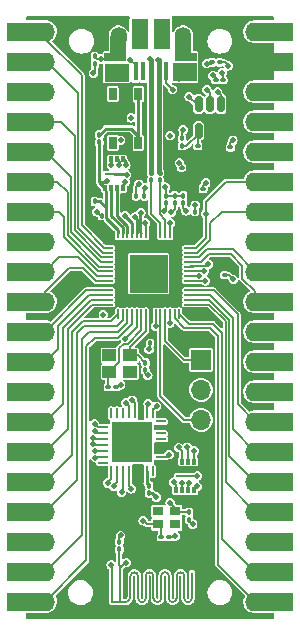
<source format=gbr>
%TF.GenerationSoftware,KiCad,Pcbnew,7.0.7*%
%TF.CreationDate,2023-10-12T13:18:39+07:00*%
%TF.ProjectId,Pico2040-Modular-Rev3-W,5069636f-3230-4343-902d-4d6f64756c61,rev?*%
%TF.SameCoordinates,Original*%
%TF.FileFunction,Copper,L1,Top*%
%TF.FilePolarity,Positive*%
%FSLAX46Y46*%
G04 Gerber Fmt 4.6, Leading zero omitted, Abs format (unit mm)*
G04 Created by KiCad (PCBNEW 7.0.7) date 2023-10-12 13:18:39*
%MOMM*%
%LPD*%
G01*
G04 APERTURE LIST*
G04 Aperture macros list*
%AMRoundRect*
0 Rectangle with rounded corners*
0 $1 Rounding radius*
0 $2 $3 $4 $5 $6 $7 $8 $9 X,Y pos of 4 corners*
0 Add a 4 corners polygon primitive as box body*
4,1,4,$2,$3,$4,$5,$6,$7,$8,$9,$2,$3,0*
0 Add four circle primitives for the rounded corners*
1,1,$1+$1,$2,$3*
1,1,$1+$1,$4,$5*
1,1,$1+$1,$6,$7*
1,1,$1+$1,$8,$9*
0 Add four rect primitives between the rounded corners*
20,1,$1+$1,$2,$3,$4,$5,0*
20,1,$1+$1,$4,$5,$6,$7,0*
20,1,$1+$1,$6,$7,$8,$9,0*
20,1,$1+$1,$8,$9,$2,$3,0*%
G04 Aperture macros list end*
%TA.AperFunction,EtchedComponent*%
%ADD10C,0.200000*%
%TD*%
%TA.AperFunction,SMDPad,CuDef*%
%ADD11RoundRect,0.100000X0.100000X-0.130000X0.100000X0.130000X-0.100000X0.130000X-0.100000X-0.130000X0*%
%TD*%
%TA.AperFunction,SMDPad,CuDef*%
%ADD12RoundRect,0.014000X0.161000X-0.231000X0.161000X0.231000X-0.161000X0.231000X-0.161000X-0.231000X0*%
%TD*%
%TA.AperFunction,SMDPad,CuDef*%
%ADD13R,1.600000X0.200000*%
%TD*%
%TA.AperFunction,SMDPad,CuDef*%
%ADD14RoundRect,0.100000X-0.130000X-0.100000X0.130000X-0.100000X0.130000X0.100000X-0.130000X0.100000X0*%
%TD*%
%TA.AperFunction,ComponentPad*%
%ADD15R,1.700000X1.700000*%
%TD*%
%TA.AperFunction,ComponentPad*%
%ADD16O,1.700000X1.700000*%
%TD*%
%TA.AperFunction,SMDPad,CuDef*%
%ADD17RoundRect,0.062500X0.375000X0.062500X-0.375000X0.062500X-0.375000X-0.062500X0.375000X-0.062500X0*%
%TD*%
%TA.AperFunction,SMDPad,CuDef*%
%ADD18RoundRect,0.062500X0.062500X0.375000X-0.062500X0.375000X-0.062500X-0.375000X0.062500X-0.375000X0*%
%TD*%
%TA.AperFunction,SMDPad,CuDef*%
%ADD19R,3.450000X3.450000*%
%TD*%
%TA.AperFunction,SMDPad,CuDef*%
%ADD20RoundRect,0.100000X0.130000X0.100000X-0.130000X0.100000X-0.130000X-0.100000X0.130000X-0.100000X0*%
%TD*%
%TA.AperFunction,ComponentPad*%
%ADD21R,3.200000X1.600000*%
%TD*%
%TA.AperFunction,ComponentPad*%
%ADD22O,1.700000X1.600000*%
%TD*%
%TA.AperFunction,SMDPad,CuDef*%
%ADD23RoundRect,0.100000X-0.100000X0.130000X-0.100000X-0.130000X0.100000X-0.130000X0.100000X0.130000X0*%
%TD*%
%TA.AperFunction,SMDPad,CuDef*%
%ADD24R,0.400000X1.650000*%
%TD*%
%TA.AperFunction,SMDPad,CuDef*%
%ADD25R,1.825000X0.700000*%
%TD*%
%TA.AperFunction,SMDPad,CuDef*%
%ADD26R,2.000000X1.500000*%
%TD*%
%TA.AperFunction,SMDPad,CuDef*%
%ADD27R,1.350000X2.000000*%
%TD*%
%TA.AperFunction,ComponentPad*%
%ADD28O,1.350000X1.700000*%
%TD*%
%TA.AperFunction,ComponentPad*%
%ADD29O,1.100000X1.500000*%
%TD*%
%TA.AperFunction,SMDPad,CuDef*%
%ADD30R,1.430000X2.500000*%
%TD*%
%TA.AperFunction,SMDPad,CuDef*%
%ADD31R,0.200000X0.400000*%
%TD*%
%TA.AperFunction,SMDPad,CuDef*%
%ADD32RoundRect,0.050000X-0.387500X-0.050000X0.387500X-0.050000X0.387500X0.050000X-0.387500X0.050000X0*%
%TD*%
%TA.AperFunction,SMDPad,CuDef*%
%ADD33RoundRect,0.050000X-0.050000X-0.387500X0.050000X-0.387500X0.050000X0.387500X-0.050000X0.387500X0*%
%TD*%
%TA.AperFunction,SMDPad,CuDef*%
%ADD34R,3.200000X3.200000*%
%TD*%
%TA.AperFunction,SMDPad,CuDef*%
%ADD35R,1.150000X1.000000*%
%TD*%
%TA.AperFunction,SMDPad,CuDef*%
%ADD36R,0.650000X1.050000*%
%TD*%
%TA.AperFunction,SMDPad,CuDef*%
%ADD37RoundRect,0.150000X-0.150000X0.512500X-0.150000X-0.512500X0.150000X-0.512500X0.150000X0.512500X0*%
%TD*%
%TA.AperFunction,SMDPad,CuDef*%
%ADD38R,0.900000X0.800000*%
%TD*%
%TA.AperFunction,ViaPad*%
%ADD39C,0.500000*%
%TD*%
%TA.AperFunction,ViaPad*%
%ADD40C,0.600000*%
%TD*%
%TA.AperFunction,Conductor*%
%ADD41C,0.200000*%
%TD*%
%TA.AperFunction,Conductor*%
%ADD42C,0.250000*%
%TD*%
%TA.AperFunction,Conductor*%
%ADD43C,0.400000*%
%TD*%
G04 APERTURE END LIST*
D10*
%TO.C,AE1*%
X77265000Y-67142500D02*
X77265000Y-69592500D01*
X77265000Y-69592500D02*
X78380000Y-69592500D01*
X77980000Y-67142500D02*
X77980000Y-69592500D01*
X78830000Y-67392500D02*
X78830000Y-69142500D01*
X79480000Y-69267500D02*
X79480000Y-67392500D01*
X80130000Y-67392500D02*
X80130000Y-69267500D01*
X80780000Y-69267500D02*
X80780000Y-67392500D01*
X81430000Y-67392500D02*
X81430000Y-69267500D01*
X82080000Y-69267500D02*
X82080000Y-67392500D01*
X82730000Y-67392500D02*
X82730000Y-69267500D01*
X83380000Y-69267500D02*
X83380000Y-67392500D01*
X84030000Y-69267500D02*
X84030000Y-67092500D01*
X79480000Y-67392500D02*
G75*
G03*
X78830000Y-67392500I-325000J0D01*
G01*
X78380000Y-69592500D02*
G75*
G03*
X78830000Y-69142500I0J450000D01*
G01*
X80780000Y-67392500D02*
G75*
G03*
X80130000Y-67392500I-325000J0D01*
G01*
X79480000Y-69267500D02*
G75*
G03*
X80130000Y-69267500I325000J0D01*
G01*
X82080000Y-67392500D02*
G75*
G03*
X81430000Y-67392500I-325000J0D01*
G01*
X80780000Y-69267500D02*
G75*
G03*
X81430000Y-69267500I325000J0D01*
G01*
X83380000Y-67392500D02*
G75*
G03*
X82730000Y-67392500I-325000J0D01*
G01*
X82080000Y-69267500D02*
G75*
G03*
X82730000Y-69267500I325000J0D01*
G01*
X83380000Y-69267500D02*
G75*
G03*
X84030000Y-69267500I325000J0D01*
G01*
%TD*%
D11*
%TO.P,C3,1*%
%TO.N,+1V1*%
X83300000Y-35820000D03*
%TO.P,C3,2*%
%TO.N,GND*%
X83300000Y-35180000D03*
%TD*%
%TO.P,D2,1,K*%
%TO.N,GND*%
X75800000Y-24040000D03*
%TO.P,D2,2,A*%
%TO.N,/P29*%
X75800000Y-23400000D03*
%TD*%
%TO.P,C1,1*%
%TO.N,+1V1*%
X81800000Y-35820000D03*
%TO.P,C1,2*%
%TO.N,GND*%
X81800000Y-35180000D03*
%TD*%
D12*
%TO.P,U5,1,CS#*%
%TO.N,/ESPFLASH_SS*%
X82700000Y-60140000D03*
%TO.P,U5,2,SO(IO1)*%
%TO.N,/ESPFLASH_D1*%
X83200000Y-60140000D03*
%TO.P,U5,3,WP#(IO2)*%
%TO.N,/ESPFLASH_D2*%
X83700000Y-60140000D03*
%TO.P,U5,4,VSS*%
%TO.N,GND*%
X84200000Y-60140000D03*
%TO.P,U5,5,SI(IO0)*%
%TO.N,/ESPFLASH_D0*%
X84200000Y-57700000D03*
%TO.P,U5,6,SCLK*%
%TO.N,/ESPFLASH_CLOCK*%
X83700000Y-57700000D03*
%TO.P,U5,7,HOLD#(IO3)*%
%TO.N,/ESPFLASH_D3*%
X83200000Y-57700000D03*
%TO.P,U5,8,VCC*%
%TO.N,+3.3V*%
X82700000Y-57700000D03*
D13*
%TO.P,U5,9,EP*%
%TO.N,GND*%
X83450000Y-58920000D03*
%TD*%
D12*
%TO.P,U3,1,CS#*%
%TO.N,/FLASH_SS*%
X76700000Y-34540000D03*
%TO.P,U3,2,SO(IO1)*%
%TO.N,/FLASH_SD1*%
X77200000Y-34540000D03*
%TO.P,U3,3,WP#(IO2)*%
%TO.N,/FLASH_SD2*%
X77700000Y-34540000D03*
%TO.P,U3,4,VSS*%
%TO.N,GND*%
X78200000Y-34540000D03*
%TO.P,U3,5,SI(IO0)*%
%TO.N,/FLASH_SD0*%
X78200000Y-32100000D03*
%TO.P,U3,6,SCLK*%
%TO.N,/FLASH_CLOCK*%
X77700000Y-32100000D03*
%TO.P,U3,7,HOLD#(IO3)*%
%TO.N,/FLASH_SD3*%
X77200000Y-32100000D03*
%TO.P,U3,8,VCC*%
%TO.N,+3.3V*%
X76700000Y-32100000D03*
D13*
%TO.P,U3,9,EP*%
%TO.N,GND*%
X77450000Y-33320000D03*
%TD*%
D14*
%TO.P,C17,1*%
%TO.N,/ESP_CLKIN*%
X81435000Y-64100000D03*
%TO.P,C17,2*%
%TO.N,GND*%
X82075000Y-64100000D03*
%TD*%
D15*
%TO.P,J4,1,Pin_1*%
%TO.N,/SWDIO*%
X84810000Y-49090000D03*
D16*
%TO.P,J4,2,Pin_2*%
%TO.N,GND*%
X84810000Y-51630000D03*
%TO.P,J4,3,Pin_3*%
%TO.N,/SWCLK*%
X84810000Y-54170000D03*
%TD*%
D17*
%TO.P,U4,1,VDDA*%
%TO.N,+3.3V*%
X81400000Y-57800000D03*
%TO.P,U4,2,LNA*%
%TO.N,/ESP_ANT*%
X81400000Y-57300000D03*
%TO.P,U4,3,VDD3P3*%
%TO.N,+3.3V*%
X81400000Y-56800000D03*
%TO.P,U4,4,VDD3P3*%
X81400000Y-56300000D03*
%TO.P,U4,5,VDD_RTC*%
%TO.N,unconnected-(U4-VDD_RTC-Pad5)*%
X81400000Y-55800000D03*
%TO.P,U4,6,TOUT*%
%TO.N,unconnected-(U4-TOUT-Pad6)*%
X81400000Y-55300000D03*
%TO.P,U4,7,CHIP_PU*%
%TO.N,+3.3V*%
X81400000Y-54800000D03*
%TO.P,U4,8,XPD_DCDC*%
%TO.N,unconnected-(U4-XPD_DCDC-Pad8)*%
X81400000Y-54300000D03*
D18*
%TO.P,U4,9,MTMS*%
%TO.N,/P22*%
X80712500Y-53612500D03*
%TO.P,U4,10,MTDI*%
%TO.N,/P24*%
X80212500Y-53612500D03*
%TO.P,U4,11,VDDPST*%
%TO.N,+3.3V*%
X79712500Y-53612500D03*
%TO.P,U4,12,MTCK*%
%TO.N,/P23*%
X79212500Y-53612500D03*
%TO.P,U4,13,MTDO*%
%TO.N,/P25*%
X78712500Y-53612500D03*
%TO.P,U4,14,GPIO2*%
%TO.N,unconnected-(U4-GPIO2-Pad14)*%
X78212500Y-53612500D03*
%TO.P,U4,15,GPIO0*%
%TO.N,unconnected-(U4-GPIO0-Pad15)*%
X77712500Y-53612500D03*
%TO.P,U4,16,GPIO4*%
%TO.N,unconnected-(U4-GPIO4-Pad16)*%
X77212500Y-53612500D03*
D17*
%TO.P,U4,17,VDDPST*%
%TO.N,+3.3V*%
X76525000Y-54300000D03*
%TO.P,U4,18,SDIO_DATA_2*%
%TO.N,/ESPFLASH_D2*%
X76525000Y-54800000D03*
%TO.P,U4,19,SDIO_DATA_3*%
%TO.N,/ESPFLASH_D3*%
X76525000Y-55300000D03*
%TO.P,U4,20,SDIO_CMD*%
%TO.N,/ESPFLASH_SS*%
X76525000Y-55800000D03*
%TO.P,U4,21,SDIO_CLK*%
%TO.N,/ESPFLASH_CLOCK*%
X76525000Y-56300000D03*
%TO.P,U4,22,SDIO_DATA_0*%
%TO.N,/ESPFLASH_D0*%
X76525000Y-56800000D03*
%TO.P,U4,23,SDIO_DATA_1*%
%TO.N,/ESPFLASH_D1*%
X76525000Y-57300000D03*
%TO.P,U4,24,GPIO5*%
%TO.N,unconnected-(U4-GPIO5-Pad24)*%
X76525000Y-57800000D03*
D18*
%TO.P,U4,25,U0RXD*%
%TO.N,Net-(U4-U0RXD)*%
X77212500Y-58487500D03*
%TO.P,U4,26,U0TXD*%
%TO.N,Net-(U4-U0TXD)*%
X77712500Y-58487500D03*
%TO.P,U4,27,XTAL_OUT*%
%TO.N,/ESP_CLKOUT*%
X78212500Y-58487500D03*
%TO.P,U4,28,XTAL_IN*%
%TO.N,/ESP_CLKIN*%
X78712500Y-58487500D03*
%TO.P,U4,29,VDDD*%
%TO.N,+3.3V*%
X79212500Y-58487500D03*
%TO.P,U4,30,VDDA*%
X79712500Y-58487500D03*
%TO.P,U4,31,RES12K*%
%TO.N,Net-(U4-RES12K)*%
X80212500Y-58487500D03*
%TO.P,U4,32,~{EXT_RSTB}*%
%TO.N,unconnected-(U4-~{EXT_RSTB}-Pad32)*%
X80712500Y-58487500D03*
D19*
%TO.P,U4,33,GND*%
%TO.N,GND*%
X78962500Y-56050000D03*
%TD*%
D14*
%TO.P,C7,1*%
%TO.N,+3.3V*%
X86160000Y-41900000D03*
%TO.P,C7,2*%
%TO.N,GND*%
X86800000Y-41900000D03*
%TD*%
D11*
%TO.P,C18,1*%
%TO.N,/ESP_ANT*%
X77890000Y-65115000D03*
%TO.P,C18,2*%
%TO.N,GND*%
X77890000Y-64475000D03*
%TD*%
D20*
%TO.P,D1,1,K*%
%TO.N,GND*%
X86375000Y-23900000D03*
%TO.P,D1,2,A*%
%TO.N,VBUS*%
X85735000Y-23900000D03*
%TD*%
D11*
%TO.P,R4,1*%
%TO.N,Net-(U2-SENSE{slash}ADJ)*%
X83200000Y-30965000D03*
%TO.P,R4,2*%
%TO.N,GND*%
X83200000Y-30325000D03*
%TD*%
%TO.P,C8,1*%
%TO.N,+3.3V*%
X84300000Y-37165000D03*
%TO.P,C8,2*%
%TO.N,GND*%
X84300000Y-36525000D03*
%TD*%
D21*
%TO.P,J2,1,Pin_1*%
%TO.N,/P0*%
X69990000Y-21300000D03*
D22*
X71600000Y-21300000D03*
D21*
%TO.P,J2,2,Pin_2*%
%TO.N,/P1*%
X69990000Y-23840000D03*
D22*
X71600000Y-23840000D03*
D21*
%TO.P,J2,3,Pin_3*%
%TO.N,GND*%
X69990000Y-26380000D03*
D22*
X71600000Y-26380000D03*
D21*
%TO.P,J2,4,Pin_4*%
%TO.N,/P2*%
X69990000Y-28920000D03*
D22*
X71600000Y-28920000D03*
D21*
%TO.P,J2,5,Pin_5*%
%TO.N,/P3*%
X69990000Y-31460000D03*
D22*
X71600000Y-31460000D03*
D21*
%TO.P,J2,6,Pin_6*%
%TO.N,/P4*%
X69990000Y-34000000D03*
D22*
X71600000Y-34000000D03*
D21*
%TO.P,J2,7,Pin_7*%
%TO.N,/P5*%
X69990000Y-36540000D03*
D22*
X71600000Y-36540000D03*
D21*
%TO.P,J2,8,Pin_8*%
%TO.N,GND*%
X69990000Y-39080000D03*
D22*
X71600000Y-39080000D03*
D21*
%TO.P,J2,9,Pin_9*%
%TO.N,/P6*%
X69990000Y-41620000D03*
D22*
X71600000Y-41620000D03*
D21*
%TO.P,J2,10,Pin_10*%
%TO.N,/P7*%
X69990000Y-44160000D03*
D22*
X71600000Y-44160000D03*
D21*
%TO.P,J2,11,Pin_11*%
%TO.N,/P8*%
X69990000Y-46700000D03*
D22*
X71600000Y-46700000D03*
D21*
%TO.P,J2,12,Pin_12*%
%TO.N,/P9*%
X69990000Y-49240000D03*
D22*
X71600000Y-49240000D03*
D21*
%TO.P,J2,13,Pin_13*%
%TO.N,GND*%
X69990000Y-51780000D03*
D22*
X71600000Y-51780000D03*
D21*
%TO.P,J2,14,Pin_14*%
%TO.N,/P10*%
X69990000Y-54320000D03*
D22*
X71600000Y-54320000D03*
D21*
%TO.P,J2,15,Pin_15*%
%TO.N,/P11*%
X69990000Y-56860000D03*
D22*
X71600000Y-56860000D03*
D21*
%TO.P,J2,16,Pin_16*%
%TO.N,/P12*%
X69990000Y-59400000D03*
D22*
X71600000Y-59400000D03*
D21*
%TO.P,J2,17,Pin_17*%
%TO.N,/P13*%
X69990000Y-61940000D03*
D22*
X71600000Y-61940000D03*
D21*
%TO.P,J2,18,Pin_18*%
%TO.N,GND*%
X69990000Y-64480000D03*
D22*
X71600000Y-64480000D03*
D21*
%TO.P,J2,19,Pin_19*%
%TO.N,/P14*%
X69990000Y-67020000D03*
D22*
X71600000Y-67020000D03*
D21*
%TO.P,J2,20,Pin_20*%
%TO.N,/P15*%
X69990000Y-69560000D03*
D22*
X71600000Y-69560000D03*
%TD*%
D14*
%TO.P,C11,1*%
%TO.N,+3.3V*%
X84335000Y-34600000D03*
%TO.P,C11,2*%
%TO.N,GND*%
X84975000Y-34600000D03*
%TD*%
D23*
%TO.P,R5,1*%
%TO.N,+3.3V*%
X75800000Y-35035000D03*
%TO.P,R5,2*%
%TO.N,/FLASH_SS*%
X75800000Y-35675000D03*
%TD*%
D24*
%TO.P,J1,1,VBUS*%
%TO.N,VBUS*%
X81860000Y-24650000D03*
%TO.P,J1,2,D-*%
%TO.N,/DM*%
X81210000Y-24650000D03*
%TO.P,J1,3,D+*%
%TO.N,/DP*%
X80560000Y-24650000D03*
%TO.P,J1,4,ID*%
%TO.N,unconnected-(J1-ID-Pad4)*%
X79910000Y-24650000D03*
%TO.P,J1,5,GND*%
%TO.N,GND*%
X79260000Y-24650000D03*
D25*
%TO.P,J1,6,Shield*%
X83510000Y-23450000D03*
D26*
X83410000Y-24750000D03*
D27*
X83290000Y-22700000D03*
D28*
X83290000Y-21770000D03*
D29*
X82980000Y-24770000D03*
D30*
X81520000Y-21500000D03*
X79600000Y-21500000D03*
D29*
X78140000Y-24770000D03*
D28*
X77830000Y-21770000D03*
D27*
X77810000Y-22700000D03*
D26*
X77660000Y-24770000D03*
D25*
X77560000Y-23450000D03*
%TD*%
D14*
%TO.P,C13,1*%
%TO.N,+3.3V*%
X86635000Y-31100000D03*
%TO.P,C13,2*%
%TO.N,GND*%
X87275000Y-31100000D03*
%TD*%
D11*
%TO.P,C10,1*%
%TO.N,+3.3V*%
X79300000Y-35865000D03*
%TO.P,C10,2*%
%TO.N,GND*%
X79300000Y-35225000D03*
%TD*%
D14*
%TO.P,C15,1*%
%TO.N,/CLKIN*%
X76935000Y-51400000D03*
%TO.P,C15,2*%
%TO.N,GND*%
X77575000Y-51400000D03*
%TD*%
D31*
%TO.P,AE1,1,FEED*%
%TO.N,GND*%
X77265000Y-66940000D03*
%TO.P,AE1,2,PCB_Trace*%
%TO.N,/ESP_ANT*%
X77980000Y-66940000D03*
%TD*%
D32*
%TO.P,U1,1,IOVDD*%
%TO.N,+3.3V*%
X76925000Y-39200000D03*
%TO.P,U1,2,GPIO0*%
%TO.N,/P0*%
X76925000Y-39600000D03*
%TO.P,U1,3,GPIO1*%
%TO.N,/P1*%
X76925000Y-40000000D03*
%TO.P,U1,4,GPIO2*%
%TO.N,/P2*%
X76925000Y-40400000D03*
%TO.P,U1,5,GPIO3*%
%TO.N,/P3*%
X76925000Y-40800000D03*
%TO.P,U1,6,GPIO4*%
%TO.N,/P4*%
X76925000Y-41200000D03*
%TO.P,U1,7,GPIO5*%
%TO.N,/P5*%
X76925000Y-41600000D03*
%TO.P,U1,8,GPIO6*%
%TO.N,/P6*%
X76925000Y-42000000D03*
%TO.P,U1,9,GPIO7*%
%TO.N,/P7*%
X76925000Y-42400000D03*
%TO.P,U1,10,IOVDD*%
%TO.N,+3.3V*%
X76925000Y-42800000D03*
%TO.P,U1,11,GPIO8*%
%TO.N,/P8*%
X76925000Y-43200000D03*
%TO.P,U1,12,GPIO9*%
%TO.N,/P9*%
X76925000Y-43600000D03*
%TO.P,U1,13,GPIO10*%
%TO.N,/P10*%
X76925000Y-44000000D03*
%TO.P,U1,14,GPIO11*%
%TO.N,/P11*%
X76925000Y-44400000D03*
D33*
%TO.P,U1,15,GPIO12*%
%TO.N,/P12*%
X77762500Y-45237500D03*
%TO.P,U1,16,GPIO13*%
%TO.N,/P13*%
X78162500Y-45237500D03*
%TO.P,U1,17,GPIO14*%
%TO.N,/P14*%
X78562500Y-45237500D03*
%TO.P,U1,18,GPIO15*%
%TO.N,/P15*%
X78962500Y-45237500D03*
%TO.P,U1,19,TESTEN*%
%TO.N,GND*%
X79362500Y-45237500D03*
%TO.P,U1,20,XIN*%
%TO.N,/CLKIN*%
X79762500Y-45237500D03*
%TO.P,U1,21,XOUT*%
%TO.N,/CLKOUT*%
X80162500Y-45237500D03*
%TO.P,U1,22,IOVDD*%
%TO.N,+3.3V*%
X80562500Y-45237500D03*
%TO.P,U1,23,DVDD*%
%TO.N,+1V1*%
X80962500Y-45237500D03*
%TO.P,U1,24,SWCLK*%
%TO.N,/SWCLK*%
X81362500Y-45237500D03*
%TO.P,U1,25,SWD*%
%TO.N,/SWDIO*%
X81762500Y-45237500D03*
%TO.P,U1,26,RUN*%
%TO.N,/RESET*%
X82162500Y-45237500D03*
%TO.P,U1,27,GPIO16*%
%TO.N,/P16*%
X82562500Y-45237500D03*
%TO.P,U1,28,GPIO17*%
%TO.N,/P17*%
X82962500Y-45237500D03*
D32*
%TO.P,U1,29,GPIO18*%
%TO.N,/P18*%
X83800000Y-44400000D03*
%TO.P,U1,30,GPIO19*%
%TO.N,/P19*%
X83800000Y-44000000D03*
%TO.P,U1,31,GPIO20*%
%TO.N,/P20*%
X83800000Y-43600000D03*
%TO.P,U1,32,GPIO21*%
%TO.N,/P21*%
X83800000Y-43200000D03*
%TO.P,U1,33,IOVDD*%
%TO.N,+3.3V*%
X83800000Y-42800000D03*
%TO.P,U1,34,GPIO22*%
%TO.N,/P22*%
X83800000Y-42400000D03*
%TO.P,U1,35,GPIO23*%
%TO.N,/P23*%
X83800000Y-42000000D03*
%TO.P,U1,36,GPIO24*%
%TO.N,/P24*%
X83800000Y-41600000D03*
%TO.P,U1,37,GPIO25*%
%TO.N,/P25*%
X83800000Y-41200000D03*
%TO.P,U1,38,GPIO26_ADC0*%
%TO.N,/P26*%
X83800000Y-40800000D03*
%TO.P,U1,39,GPIO27_ADC1*%
%TO.N,/P27*%
X83800000Y-40400000D03*
%TO.P,U1,40,GPIO28_ADC2*%
%TO.N,/P28*%
X83800000Y-40000000D03*
%TO.P,U1,41,GPIO29_ADC3*%
%TO.N,/P29*%
X83800000Y-39600000D03*
%TO.P,U1,42,IOVDD*%
%TO.N,+3.3V*%
X83800000Y-39200000D03*
D33*
%TO.P,U1,43,ADC_AVDD*%
X82962500Y-38362500D03*
%TO.P,U1,44,VREG_IN*%
X82562500Y-38362500D03*
%TO.P,U1,45,VREG_VOUT*%
%TO.N,+1V1*%
X82162500Y-38362500D03*
%TO.P,U1,46,USB_DM*%
%TO.N,Net-(U1-USB_DM)*%
X81762500Y-38362500D03*
%TO.P,U1,47,USB_DP*%
%TO.N,Net-(U1-USB_DP)*%
X81362500Y-38362500D03*
%TO.P,U1,48,USB_VDD*%
%TO.N,+3.3V*%
X80962500Y-38362500D03*
%TO.P,U1,49,IOVDD*%
X80562500Y-38362500D03*
%TO.P,U1,50,DVDD*%
%TO.N,+1V1*%
X80162500Y-38362500D03*
%TO.P,U1,51,QSPI_SD3*%
%TO.N,/FLASH_SD3*%
X79762500Y-38362500D03*
%TO.P,U1,52,QSPI_SCLK*%
%TO.N,/FLASH_CLOCK*%
X79362500Y-38362500D03*
%TO.P,U1,53,QSPI_SD0*%
%TO.N,/FLASH_SD0*%
X78962500Y-38362500D03*
%TO.P,U1,54,QSPI_SD2*%
%TO.N,/FLASH_SD2*%
X78562500Y-38362500D03*
%TO.P,U1,55,QSPI_SD1*%
%TO.N,/FLASH_SD1*%
X78162500Y-38362500D03*
%TO.P,U1,56,QSPI_SS*%
%TO.N,/FLASH_SS*%
X77762500Y-38362500D03*
D34*
%TO.P,U1,57,GND*%
%TO.N,GND*%
X80362500Y-41800000D03*
%TD*%
D23*
%TO.P,C6,1*%
%TO.N,+3.3V*%
X80500000Y-47035000D03*
%TO.P,C6,2*%
%TO.N,GND*%
X80500000Y-47675000D03*
%TD*%
%TO.P,C16,1*%
%TO.N,/ESP_CLKOUT*%
X83800000Y-61980000D03*
%TO.P,C16,2*%
%TO.N,GND*%
X83800000Y-62620000D03*
%TD*%
%TO.P,R6,1*%
%TO.N,Net-(R6-Pad1)*%
X76200000Y-30035000D03*
%TO.P,R6,2*%
%TO.N,/FLASH_SS*%
X76200000Y-30675000D03*
%TD*%
D11*
%TO.P,C9,1*%
%TO.N,+3.3V*%
X80000000Y-35865000D03*
%TO.P,C9,2*%
%TO.N,GND*%
X80000000Y-35225000D03*
%TD*%
D14*
%TO.P,C5,1*%
%TO.N,+3.3V*%
X82535000Y-32800000D03*
%TO.P,C5,2*%
%TO.N,GND*%
X83175000Y-32800000D03*
%TD*%
D23*
%TO.P,R1,1*%
%TO.N,/DP*%
X80600000Y-33235000D03*
%TO.P,R1,2*%
%TO.N,Net-(U1-USB_DP)*%
X80600000Y-33875000D03*
%TD*%
D14*
%TO.P,C12,1*%
%TO.N,VBUS*%
X86035000Y-25400000D03*
%TO.P,C12,2*%
%TO.N,GND*%
X86675000Y-25400000D03*
%TD*%
D11*
%TO.P,R7,1*%
%TO.N,GND*%
X80400000Y-60365000D03*
%TO.P,R7,2*%
%TO.N,Net-(U4-RES12K)*%
X80400000Y-59725000D03*
%TD*%
D35*
%TO.P,Y1,1,1*%
%TO.N,/CLKIN*%
X77050000Y-50100000D03*
%TO.P,Y1,2,2*%
%TO.N,GND*%
X78800000Y-50100000D03*
%TO.P,Y1,3,3*%
%TO.N,/CLKOUT*%
X78800000Y-48700000D03*
%TO.P,Y1,4,4*%
%TO.N,GND*%
X77050000Y-48700000D03*
%TD*%
D14*
%TO.P,R3,1*%
%TO.N,Net-(U2-SENSE{slash}ADJ)*%
X84535000Y-31000000D03*
%TO.P,R3,2*%
%TO.N,+3.3V*%
X85175000Y-31000000D03*
%TD*%
D11*
%TO.P,C4,1*%
%TO.N,+3.3V*%
X76400000Y-37520000D03*
%TO.P,C4,2*%
%TO.N,GND*%
X76400000Y-36880000D03*
%TD*%
D23*
%TO.P,R2,1*%
%TO.N,/DM*%
X81300000Y-33235000D03*
%TO.P,R2,2*%
%TO.N,Net-(U1-USB_DM)*%
X81300000Y-33875000D03*
%TD*%
D36*
%TO.P,SW1,1,1*%
%TO.N,GND*%
X77350000Y-30725000D03*
X77350000Y-26575000D03*
%TO.P,SW1,2,2*%
%TO.N,Net-(R6-Pad1)*%
X79500000Y-30725000D03*
X79500000Y-26600000D03*
%TD*%
D23*
%TO.P,C14,1*%
%TO.N,/CLKOUT*%
X80100000Y-49335000D03*
%TO.P,C14,2*%
%TO.N,GND*%
X80100000Y-49975000D03*
%TD*%
D37*
%TO.P,U2,1,VIN*%
%TO.N,VBUS*%
X86500000Y-27425000D03*
%TO.P,U2,2,GND*%
%TO.N,GND*%
X85550000Y-27425000D03*
%TO.P,U2,3,EN*%
%TO.N,VBUS*%
X84600000Y-27425000D03*
%TO.P,U2,4,SENSE/ADJ*%
%TO.N,Net-(U2-SENSE{slash}ADJ)*%
X84600000Y-29700000D03*
%TO.P,U2,5,VOUT*%
%TO.N,+3.3V*%
X86500000Y-29700000D03*
%TD*%
D38*
%TO.P,Y2,1,1*%
%TO.N,/ESP_CLKIN*%
X81200000Y-63000000D03*
%TO.P,Y2,2,2*%
%TO.N,GND*%
X82600000Y-63000000D03*
%TO.P,Y2,3,3*%
%TO.N,/ESP_CLKOUT*%
X82600000Y-61900000D03*
%TO.P,Y2,4,4*%
%TO.N,GND*%
X81200000Y-61900000D03*
%TD*%
D11*
%TO.P,C2,1*%
%TO.N,+1V1*%
X82580000Y-35820000D03*
%TO.P,C2,2*%
%TO.N,GND*%
X82580000Y-35180000D03*
%TD*%
D21*
%TO.P,J3,1,Pin_1*%
%TO.N,VBUS*%
X91000000Y-21300000D03*
D22*
X89390000Y-21300000D03*
D21*
%TO.P,J3,2,Pin_2*%
%TO.N,+3.3V*%
X91000000Y-23840000D03*
D22*
X89390000Y-23840000D03*
D21*
%TO.P,J3,3,Pin_3*%
%TO.N,GND*%
X91000000Y-26380000D03*
D22*
X89390000Y-26380000D03*
D21*
%TO.P,J3,4,Pin_4*%
%TO.N,+1V1*%
X91000000Y-28920000D03*
D22*
X89390000Y-28920000D03*
D21*
%TO.P,J3,5,Pin_5*%
%TO.N,/RESET*%
X91000000Y-31460000D03*
D22*
X89390000Y-31460000D03*
D21*
%TO.P,J3,6,Pin_6*%
%TO.N,/P29*%
X91000000Y-34000000D03*
D22*
X89390000Y-34000000D03*
D21*
%TO.P,J3,7,Pin_7*%
%TO.N,/P28*%
X91000000Y-36540000D03*
D22*
X89390000Y-36540000D03*
D21*
%TO.P,J3,8,Pin_8*%
%TO.N,GND*%
X91000000Y-39080000D03*
D22*
X89390000Y-39080000D03*
D21*
%TO.P,J3,9,Pin_9*%
%TO.N,/P27*%
X91000000Y-41620000D03*
D22*
X89390000Y-41620000D03*
D21*
%TO.P,J3,10,Pin_10*%
%TO.N,/P26*%
X91000000Y-44160000D03*
D22*
X89390000Y-44160000D03*
D21*
%TO.P,J3,11,Pin_11*%
%TO.N,/FLASH_SS*%
X91000000Y-46700000D03*
D22*
X89390000Y-46700000D03*
D21*
%TO.P,J3,12,Pin_12*%
%TO.N,unconnected-(J3-Pin_12-Pad12)*%
X91000000Y-49240000D03*
D22*
X89390000Y-49240000D03*
D21*
%TO.P,J3,13,Pin_13*%
%TO.N,GND*%
X91000000Y-51780000D03*
D22*
X89390000Y-51780000D03*
D21*
%TO.P,J3,14,Pin_14*%
%TO.N,/P21*%
X91000000Y-54320000D03*
D22*
X89390000Y-54320000D03*
D21*
%TO.P,J3,15,Pin_15*%
%TO.N,/P20*%
X91000000Y-56860000D03*
D22*
X89390000Y-56860000D03*
D21*
%TO.P,J3,16,Pin_16*%
%TO.N,/P19*%
X91000000Y-59400000D03*
D22*
X89390000Y-59400000D03*
D21*
%TO.P,J3,17,Pin_17*%
%TO.N,/P18*%
X91000000Y-61940000D03*
D22*
X89390000Y-61940000D03*
D21*
%TO.P,J3,18,Pin_18*%
%TO.N,GND*%
X91000000Y-64480000D03*
D22*
X89390000Y-64480000D03*
D21*
%TO.P,J3,19,Pin_19*%
%TO.N,/P17*%
X91000000Y-67020000D03*
D22*
X89390000Y-67020000D03*
D21*
%TO.P,J3,20,Pin_20*%
%TO.N,/P16*%
X91000000Y-69560000D03*
D22*
X89390000Y-69560000D03*
%TD*%
D39*
%TO.N,GND*%
X79400000Y-42800000D03*
X77190000Y-66450000D03*
X78800000Y-23700000D03*
X78962500Y-55050000D03*
X77962500Y-57050000D03*
X84500000Y-59800000D03*
X79962500Y-55050000D03*
D40*
X81500000Y-21500000D03*
D39*
X79540000Y-34220000D03*
X81400000Y-41800000D03*
X77962500Y-56050000D03*
X80400000Y-48200000D03*
X83300000Y-29600000D03*
X80400000Y-40800000D03*
X81200000Y-61900000D03*
X85300000Y-26200000D03*
X81400000Y-40800000D03*
X84300000Y-36000000D03*
X77000000Y-48700000D03*
X79400000Y-40800000D03*
X77990000Y-63950000D03*
X85200000Y-34100000D03*
X84100000Y-63000000D03*
X78800000Y-50100000D03*
X81780000Y-34455000D03*
D40*
X79600000Y-21500000D03*
D39*
X81000000Y-60700000D03*
X87540000Y-42280000D03*
X87500000Y-30500000D03*
X84500000Y-58900000D03*
X75700000Y-24800000D03*
X82975000Y-32400000D03*
X78400000Y-34000000D03*
X86600000Y-24800000D03*
X79962500Y-57050000D03*
X77962500Y-55050000D03*
X80300000Y-50400000D03*
X79962500Y-56050000D03*
X79400000Y-41800000D03*
X78962500Y-56050000D03*
X81400000Y-42800000D03*
X80400000Y-42800000D03*
X80050000Y-34530000D03*
X80400000Y-41800000D03*
X78000000Y-51200000D03*
X78962500Y-57050000D03*
X82600000Y-64000000D03*
X76000000Y-36555000D03*
X78500000Y-33400000D03*
X77300000Y-26600000D03*
X82600000Y-63000000D03*
X77400000Y-30700000D03*
X78400000Y-47300000D03*
X87100000Y-24200000D03*
%TO.N,/ESP_ANT*%
X78490000Y-66250000D03*
X82100000Y-57100000D03*
%TO.N,+1V1*%
X81700000Y-36500000D03*
X83530000Y-36470000D03*
X80963000Y-46240000D03*
X82200000Y-37500000D03*
X80100000Y-37500000D03*
X82280000Y-36580000D03*
%TO.N,VBUS*%
X83800000Y-26800000D03*
X85800000Y-25000000D03*
X82400000Y-26200000D03*
X86200000Y-26400000D03*
X85300000Y-24000000D03*
%TO.N,/ESP_CLKOUT*%
X82200000Y-61200000D03*
X78080000Y-60290000D03*
%TO.N,/ESP_CLKIN*%
X79900000Y-62700000D03*
X78911779Y-60000000D03*
%TO.N,/DM*%
X81200000Y-23700000D03*
%TO.N,/DP*%
X80500000Y-23600000D03*
%TO.N,/RESET*%
X82162500Y-46000000D03*
X78900000Y-28600000D03*
%TO.N,/P29*%
X85200000Y-36700000D03*
X76300000Y-23600000D03*
%TO.N,/P23*%
X84620000Y-41960000D03*
X78990000Y-52500000D03*
%TO.N,/P22*%
X85180000Y-42400000D03*
X81042510Y-53007490D03*
%TO.N,/FLASH_SS*%
X76820000Y-33920000D03*
X76530000Y-45250000D03*
%TO.N,/FLASH_SD3*%
X79700000Y-36610000D03*
X77220000Y-32590000D03*
%TO.N,/FLASH_CLOCK*%
X77820000Y-32610000D03*
X79200000Y-37000000D03*
%TO.N,/FLASH_SD0*%
X78380000Y-36880000D03*
X78430000Y-32610000D03*
%TO.N,Net-(U4-U0RXD)*%
X78000000Y-30500000D03*
X76888221Y-59511779D03*
%TO.N,/ESPFLASH_D2*%
X83820000Y-59530000D03*
X75790000Y-54510000D03*
%TO.N,/ESPFLASH_D3*%
X82900000Y-56500000D03*
X75790000Y-55110000D03*
%TO.N,/ESPFLASH_SS*%
X82480000Y-59440000D03*
X75680000Y-55660000D03*
%TO.N,/ESPFLASH_CLOCK*%
X75662490Y-56242490D03*
X83640000Y-56480000D03*
%TO.N,/ESPFLASH_D0*%
X75839500Y-56780000D03*
X84240000Y-56780000D03*
%TO.N,/ESPFLASH_D1*%
X83220000Y-59480000D03*
X75863304Y-57356196D03*
%TO.N,Net-(U4-U0TXD)*%
X77400000Y-59800000D03*
X82200000Y-30100000D03*
%TO.N,/P24*%
X80324772Y-52802111D03*
X85080000Y-41550000D03*
%TO.N,/P25*%
X85410000Y-40980000D03*
X78450000Y-52740000D03*
%TD*%
D41*
%TO.N,GND*%
X87160000Y-41900000D02*
X86800000Y-41900000D01*
X87540000Y-42280000D02*
X87160000Y-41900000D01*
%TO.N,/ESPFLASH_CLOCK*%
X83700000Y-56540000D02*
X83700000Y-57700000D01*
X83640000Y-56480000D02*
X83700000Y-56540000D01*
%TO.N,/ESPFLASH_D0*%
X84200000Y-56820000D02*
X84200000Y-57700000D01*
X84240000Y-56780000D02*
X84200000Y-56820000D01*
%TO.N,/ESPFLASH_SS*%
X82700000Y-59660000D02*
X82700000Y-60140000D01*
X82480000Y-59440000D02*
X82700000Y-59660000D01*
%TO.N,/ESPFLASH_D1*%
X83220000Y-59480000D02*
X83200000Y-59500000D01*
X83200000Y-59500000D02*
X83200000Y-60140000D01*
%TO.N,/ESPFLASH_D2*%
X83700000Y-59650000D02*
X83700000Y-60140000D01*
X83820000Y-59530000D02*
X83700000Y-59650000D01*
D42*
%TO.N,/FLASH_SS*%
X76700000Y-34040000D02*
X76200000Y-34040000D01*
X76820000Y-33920000D02*
X76700000Y-34040000D01*
D41*
%TO.N,/ESPFLASH_CLOCK*%
X75720000Y-56300000D02*
X76525000Y-56300000D01*
X75662490Y-56242490D02*
X75720000Y-56300000D01*
%TO.N,/ESPFLASH_D0*%
X75839500Y-56780000D02*
X75859500Y-56800000D01*
X75859500Y-56800000D02*
X76525000Y-56800000D01*
%TO.N,/ESPFLASH_D1*%
X75919500Y-57300000D02*
X76525000Y-57300000D01*
X75863304Y-57356196D02*
X75919500Y-57300000D01*
%TO.N,/ESPFLASH_SS*%
X75820000Y-55800000D02*
X76525000Y-55800000D01*
X75680000Y-55660000D02*
X75820000Y-55800000D01*
%TO.N,/ESPFLASH_D3*%
X75980000Y-55300000D02*
X76525000Y-55300000D01*
X75790000Y-55110000D02*
X75980000Y-55300000D01*
%TO.N,/ESPFLASH_D2*%
X76080000Y-54800000D02*
X76525000Y-54800000D01*
X75790000Y-54510000D02*
X76080000Y-54800000D01*
%TO.N,/P23*%
X79212500Y-52722500D02*
X79212500Y-53612500D01*
X78990000Y-52500000D02*
X79212500Y-52722500D01*
%TO.N,/P25*%
X78712500Y-53002500D02*
X78712500Y-53612500D01*
X78450000Y-52740000D02*
X78712500Y-53002500D01*
%TO.N,/P24*%
X80212500Y-52914383D02*
X80212500Y-53612500D01*
X80324772Y-52802111D02*
X80212500Y-52914383D01*
%TO.N,/P22*%
X80712500Y-53337500D02*
X80712500Y-53612500D01*
X81042510Y-53007490D02*
X80712500Y-53337500D01*
%TO.N,/ESP_CLKOUT*%
X78212500Y-60157500D02*
X78212500Y-58487500D01*
X78080000Y-60290000D02*
X78212500Y-60157500D01*
D42*
%TO.N,/FLASH_SD0*%
X78430000Y-32330000D02*
X78200000Y-32100000D01*
X78430000Y-32610000D02*
X78430000Y-32330000D01*
%TO.N,/FLASH_CLOCK*%
X77820000Y-32220000D02*
X77700000Y-32100000D01*
X77820000Y-32610000D02*
X77820000Y-32220000D01*
%TO.N,/FLASH_SD3*%
X77220000Y-32120000D02*
X77200000Y-32100000D01*
X77220000Y-32590000D02*
X77220000Y-32120000D01*
D41*
%TO.N,GND*%
X80050000Y-34530000D02*
X80000000Y-34580000D01*
X80000000Y-34580000D02*
X80000000Y-35225000D01*
X79300000Y-34460000D02*
X79300000Y-35225000D01*
X79540000Y-34220000D02*
X79300000Y-34460000D01*
D42*
%TO.N,/FLASH_SD0*%
X78962500Y-37462500D02*
X78962500Y-38362500D01*
X78380000Y-36880000D02*
X78962500Y-37462500D01*
%TO.N,/FLASH_SD3*%
X79675000Y-38275000D02*
X79762500Y-38362500D01*
X79700000Y-36610000D02*
X79675000Y-36635000D01*
X79675000Y-36635000D02*
X79675000Y-38275000D01*
D41*
%TO.N,+1V1*%
X82580000Y-36280000D02*
X82580000Y-35820000D01*
X82280000Y-36580000D02*
X82580000Y-36280000D01*
X81700000Y-36500000D02*
X81800000Y-36400000D01*
X81800000Y-36400000D02*
X81800000Y-35820000D01*
X83300000Y-36240000D02*
X83300000Y-35820000D01*
X83530000Y-36470000D02*
X83300000Y-36240000D01*
X80962500Y-46239500D02*
X80962500Y-45237500D01*
X80963000Y-46240000D02*
X80962500Y-46239500D01*
%TO.N,/P25*%
X85260000Y-41130000D02*
X85410000Y-40980000D01*
X83870000Y-41130000D02*
X85260000Y-41130000D01*
X83800000Y-41200000D02*
X83870000Y-41130000D01*
%TO.N,/P24*%
X84340000Y-41600000D02*
X83800000Y-41600000D01*
X84390000Y-41550000D02*
X84340000Y-41600000D01*
X85080000Y-41550000D02*
X84390000Y-41550000D01*
%TO.N,/P23*%
X84580000Y-42000000D02*
X84620000Y-41960000D01*
X83800000Y-42000000D02*
X84580000Y-42000000D01*
%TO.N,/P22*%
X83800000Y-42400000D02*
X85180000Y-42400000D01*
%TO.N,GND*%
X76325000Y-36880000D02*
X76000000Y-36555000D01*
X86675000Y-25400000D02*
X86675000Y-24875000D01*
X84300000Y-36525000D02*
X84300000Y-36000000D01*
X83175000Y-32600000D02*
X83175000Y-32800000D01*
X77575000Y-51400000D02*
X77800000Y-51400000D01*
X77890000Y-64475000D02*
X77890000Y-64050000D01*
X83800000Y-62700000D02*
X84100000Y-63000000D01*
X87275000Y-30725000D02*
X87500000Y-30500000D01*
X84200000Y-59900000D02*
X84200000Y-60140000D01*
X75800000Y-24040000D02*
X75800000Y-24700000D01*
X83800000Y-62620000D02*
X83800000Y-62700000D01*
X87275000Y-31100000D02*
X87275000Y-30725000D01*
X75800000Y-24700000D02*
X75700000Y-24800000D01*
X85550000Y-27425000D02*
X85550000Y-26450000D01*
X84500000Y-59800000D02*
X84300000Y-59800000D01*
D42*
X77450000Y-33320000D02*
X78420000Y-33320000D01*
D41*
X84500000Y-58900000D02*
X84480000Y-58920000D01*
X80100000Y-49975000D02*
X80100000Y-50200000D01*
X76400000Y-36880000D02*
X76325000Y-36880000D01*
D42*
X78200000Y-34200000D02*
X78400000Y-34000000D01*
D41*
X84975000Y-34600000D02*
X84975000Y-34325000D01*
X85550000Y-26450000D02*
X85300000Y-26200000D01*
X77190000Y-66450000D02*
X77265000Y-66525000D01*
X77890000Y-64050000D02*
X77990000Y-63950000D01*
X79362500Y-46337500D02*
X79362500Y-45237500D01*
X82075000Y-64100000D02*
X82500000Y-64100000D01*
X84480000Y-58920000D02*
X83450000Y-58920000D01*
X82500000Y-64100000D02*
X82600000Y-64000000D01*
X83200000Y-29700000D02*
X83300000Y-29600000D01*
X86675000Y-24875000D02*
X86600000Y-24800000D01*
X84300000Y-59800000D02*
X84200000Y-59900000D01*
X86800000Y-23900000D02*
X86375000Y-23900000D01*
X80500000Y-48100000D02*
X80400000Y-48200000D01*
X82975000Y-32400000D02*
X83175000Y-32600000D01*
D42*
X80665000Y-60365000D02*
X81000000Y-60700000D01*
D41*
X78800000Y-23700000D02*
X79260000Y-24160000D01*
X83300000Y-35180000D02*
X81800000Y-35180000D01*
X80100000Y-50200000D02*
X80300000Y-50400000D01*
X81800000Y-35180000D02*
X81800000Y-34475000D01*
X83200000Y-30325000D02*
X83200000Y-29700000D01*
D42*
X80400000Y-60365000D02*
X80665000Y-60365000D01*
D41*
X80500000Y-47675000D02*
X80500000Y-48100000D01*
X81800000Y-34475000D02*
X81780000Y-34455000D01*
X87100000Y-24200000D02*
X86800000Y-23900000D01*
X77800000Y-51400000D02*
X78000000Y-51200000D01*
X79260000Y-24160000D02*
X79260000Y-24650000D01*
D42*
X78420000Y-33320000D02*
X78500000Y-33400000D01*
D41*
X84975000Y-34325000D02*
X85200000Y-34100000D01*
X77265000Y-66525000D02*
X77265000Y-66892500D01*
X78400000Y-47300000D02*
X79362500Y-46337500D01*
D42*
X78200000Y-34540000D02*
X78200000Y-34200000D01*
D41*
%TO.N,/ESP_ANT*%
X77980000Y-66660000D02*
X77980000Y-66892500D01*
X78490000Y-66250000D02*
X78390000Y-66250000D01*
X78040000Y-66600000D02*
X77980000Y-66660000D01*
X78390000Y-66250000D02*
X78040000Y-66600000D01*
X77890000Y-66450000D02*
X78040000Y-66600000D01*
X81900000Y-57300000D02*
X82100000Y-57100000D01*
X77890000Y-65115000D02*
X77890000Y-66450000D01*
X81400000Y-57300000D02*
X81900000Y-57300000D01*
%TO.N,+1V1*%
X82162500Y-37537500D02*
X82200000Y-37500000D01*
X80162500Y-37562500D02*
X80100000Y-37500000D01*
X82162500Y-38362500D02*
X82162500Y-37537500D01*
X80162500Y-38362500D02*
X80162500Y-37562500D01*
%TO.N,VBUS*%
X81860000Y-24650000D02*
X81860000Y-25660000D01*
X85300000Y-24000000D02*
X85635000Y-24000000D01*
X84425000Y-27425000D02*
X83800000Y-26800000D01*
X86500000Y-27425000D02*
X86500000Y-26700000D01*
X85635000Y-24000000D02*
X85735000Y-23900000D01*
X86035000Y-25400000D02*
X86035000Y-25235000D01*
X81860000Y-25660000D02*
X82400000Y-26200000D01*
X86500000Y-26700000D02*
X86200000Y-26400000D01*
X84600000Y-27425000D02*
X84425000Y-27425000D01*
X86035000Y-25235000D02*
X85800000Y-25000000D01*
%TO.N,/CLKOUT*%
X80100000Y-49335000D02*
X79465000Y-48700000D01*
X78800000Y-48000000D02*
X80162500Y-46637500D01*
X78800000Y-48700000D02*
X78800000Y-48000000D01*
X80162500Y-46637500D02*
X80162500Y-45237500D01*
X79465000Y-48700000D02*
X78800000Y-48700000D01*
%TO.N,/CLKIN*%
X77900000Y-49250000D02*
X77900000Y-48062500D01*
X76935000Y-50215000D02*
X77050000Y-50100000D01*
X79762500Y-46537500D02*
X79762500Y-45237500D01*
X77900000Y-48062500D02*
X78262500Y-47700000D01*
X78600000Y-47700000D02*
X79762500Y-46537500D01*
X77050000Y-50100000D02*
X77900000Y-49250000D01*
X78262500Y-47700000D02*
X78600000Y-47700000D01*
X76935000Y-51400000D02*
X76935000Y-50215000D01*
%TO.N,/ESP_CLKOUT*%
X82680000Y-61980000D02*
X82600000Y-61900000D01*
X82600000Y-61600000D02*
X82200000Y-61200000D01*
X83800000Y-61980000D02*
X82680000Y-61980000D01*
X82600000Y-61900000D02*
X82600000Y-61600000D01*
%TO.N,/ESP_CLKIN*%
X81435000Y-63235000D02*
X81200000Y-63000000D01*
X81435000Y-64100000D02*
X81435000Y-63235000D01*
X80200000Y-63000000D02*
X81200000Y-63000000D01*
X79900000Y-62700000D02*
X80200000Y-63000000D01*
X78712500Y-59800721D02*
X78712500Y-58487500D01*
X78911779Y-60000000D02*
X78712500Y-59800721D01*
D43*
%TO.N,/DM*%
X81210000Y-33145000D02*
X81300000Y-33235000D01*
X81200000Y-23700000D02*
X81210000Y-23710000D01*
X81210000Y-23710000D02*
X81210000Y-24650000D01*
X81210000Y-24650000D02*
X81210000Y-33145000D01*
%TO.N,/DP*%
X80600000Y-33235000D02*
X80560000Y-33195000D01*
X80560000Y-23660000D02*
X80560000Y-24650000D01*
X80560000Y-33195000D02*
X80560000Y-24650000D01*
X80500000Y-23600000D02*
X80560000Y-23660000D01*
D41*
%TO.N,/P0*%
X74700000Y-37695343D02*
X74700000Y-25000000D01*
X74700000Y-25000000D02*
X71600000Y-21900000D01*
X76925000Y-39600000D02*
X76604657Y-39600000D01*
X71600000Y-21900000D02*
X71600000Y-21300000D01*
X76604657Y-39600000D02*
X74700000Y-37695343D01*
%TO.N,/P1*%
X76500000Y-40000000D02*
X76925000Y-40000000D01*
X71600000Y-23840000D02*
X71740000Y-23840000D01*
X74400000Y-37900000D02*
X76500000Y-40000000D01*
X71740000Y-23840000D02*
X74400000Y-26500000D01*
X74400000Y-26500000D02*
X74400000Y-37900000D01*
%TO.N,/P2*%
X74100000Y-30100000D02*
X74100000Y-38126777D01*
X72920000Y-28920000D02*
X74100000Y-30100000D01*
X74100000Y-38126777D02*
X76373223Y-40400000D01*
X76373223Y-40400000D02*
X76925000Y-40400000D01*
X71600000Y-28920000D02*
X72920000Y-28920000D01*
%TO.N,/P3*%
X71600000Y-31460000D02*
X71650000Y-31460000D01*
X76300000Y-40800000D02*
X76925000Y-40800000D01*
X73800000Y-33610000D02*
X73800000Y-38300000D01*
X73800000Y-38300000D02*
X76300000Y-40800000D01*
X71650000Y-31460000D02*
X73800000Y-33610000D01*
%TO.N,/P4*%
X76925000Y-41200000D02*
X76200000Y-41200000D01*
X73500000Y-34900000D02*
X72600000Y-34000000D01*
X73500000Y-38500000D02*
X73500000Y-34900000D01*
X76200000Y-41200000D02*
X73500000Y-38500000D01*
X72600000Y-34000000D02*
X71600000Y-34000000D01*
%TO.N,/P5*%
X73200000Y-37000000D02*
X73200000Y-38700000D01*
X72740000Y-36540000D02*
X73200000Y-37000000D01*
X71600000Y-36540000D02*
X72740000Y-36540000D01*
X76100000Y-41600000D02*
X76925000Y-41600000D01*
X73200000Y-38700000D02*
X76100000Y-41600000D01*
%TO.N,/P6*%
X76925000Y-42000000D02*
X76023223Y-42000000D01*
X74423223Y-40400000D02*
X72820000Y-40400000D01*
X72820000Y-40400000D02*
X71600000Y-41620000D01*
X76023223Y-42000000D02*
X74423223Y-40400000D01*
%TO.N,/P7*%
X73600000Y-41300000D02*
X71600000Y-43300000D01*
X71600000Y-43300000D02*
X71600000Y-44160000D01*
X74800000Y-41300000D02*
X73600000Y-41300000D01*
X76925000Y-42400000D02*
X75900000Y-42400000D01*
X75900000Y-42400000D02*
X74800000Y-41300000D01*
%TO.N,/P8*%
X76925000Y-43200000D02*
X75100000Y-43200000D01*
X75100000Y-43200000D02*
X71600000Y-46700000D01*
%TO.N,/P9*%
X72700000Y-48140000D02*
X71600000Y-49240000D01*
X72700000Y-46200000D02*
X72700000Y-48140000D01*
X75300000Y-43600000D02*
X72700000Y-46200000D01*
X76925000Y-43600000D02*
X75300000Y-43600000D01*
%TO.N,/P10*%
X75500000Y-44000000D02*
X73100000Y-46400000D01*
X73100000Y-52820000D02*
X71600000Y-54320000D01*
X76925000Y-44000000D02*
X75500000Y-44000000D01*
X73100000Y-46400000D02*
X73100000Y-52820000D01*
%TO.N,/P11*%
X73500000Y-46500000D02*
X73500000Y-54960000D01*
X73500000Y-54960000D02*
X71600000Y-56860000D01*
X76925000Y-44400000D02*
X75600000Y-44400000D01*
X75600000Y-44400000D02*
X73500000Y-46500000D01*
%TO.N,/P12*%
X73900000Y-57100000D02*
X71600000Y-59400000D01*
X77762500Y-45237500D02*
X77180000Y-45820000D01*
X73900000Y-46700000D02*
X73900000Y-57100000D01*
X77180000Y-45820000D02*
X74780000Y-45820000D01*
X74780000Y-45820000D02*
X73900000Y-46700000D01*
%TO.N,/P13*%
X78162500Y-45737500D02*
X77700000Y-46200000D01*
X74300000Y-59240000D02*
X71600000Y-61940000D01*
X74900000Y-46200000D02*
X74300000Y-46800000D01*
X74300000Y-46800000D02*
X74300000Y-59240000D01*
X78162500Y-45237500D02*
X78162500Y-45737500D01*
X77700000Y-46200000D02*
X74900000Y-46200000D01*
%TO.N,/P14*%
X74700000Y-63920000D02*
X71600000Y-67020000D01*
X75300000Y-46700000D02*
X74700000Y-47300000D01*
X77800000Y-46700000D02*
X75300000Y-46700000D01*
X78562500Y-45937500D02*
X77800000Y-46700000D01*
X78562500Y-45237500D02*
X78562500Y-45937500D01*
X74700000Y-47300000D02*
X74700000Y-63920000D01*
%TO.N,/P15*%
X75100000Y-47900000D02*
X75100000Y-66060000D01*
X78962500Y-46037500D02*
X77800000Y-47200000D01*
X77800000Y-47200000D02*
X75800000Y-47200000D01*
X75800000Y-47200000D02*
X75100000Y-47900000D01*
X75100000Y-66060000D02*
X71600000Y-69560000D01*
X78962500Y-45237500D02*
X78962500Y-46037500D01*
%TO.N,/RESET*%
X82162500Y-46000000D02*
X82162500Y-45237500D01*
%TO.N,/P29*%
X85200000Y-36700000D02*
X85200000Y-35700000D01*
X76000000Y-23600000D02*
X75800000Y-23400000D01*
X76300000Y-23600000D02*
X76000000Y-23600000D01*
X84400000Y-39600000D02*
X85200000Y-38800000D01*
X85200000Y-35700000D02*
X86900000Y-34000000D01*
X85200000Y-38800000D02*
X85200000Y-36700000D01*
X86900000Y-34000000D02*
X89390000Y-34000000D01*
X83800000Y-39600000D02*
X84400000Y-39600000D01*
%TO.N,/P28*%
X85600000Y-38900000D02*
X84500000Y-40000000D01*
X89390000Y-36540000D02*
X86560000Y-36540000D01*
X86560000Y-36540000D02*
X85600000Y-37500000D01*
X85600000Y-37500000D02*
X85600000Y-38900000D01*
X84500000Y-40000000D02*
X83800000Y-40000000D01*
%TO.N,/P27*%
X87470000Y-39700000D02*
X89390000Y-41620000D01*
X84600000Y-40400000D02*
X85300000Y-39700000D01*
X83800000Y-40400000D02*
X84600000Y-40400000D01*
X85300000Y-39700000D02*
X87470000Y-39700000D01*
%TO.N,/P26*%
X88300000Y-42200000D02*
X89390000Y-43290000D01*
X85500000Y-40100000D02*
X87300000Y-40100000D01*
X89390000Y-43290000D02*
X89390000Y-44160000D01*
X84800000Y-40800000D02*
X85500000Y-40100000D01*
X87300000Y-40100000D02*
X88300000Y-41100000D01*
X88300000Y-41100000D02*
X88300000Y-42200000D01*
X83800000Y-40800000D02*
X84800000Y-40800000D01*
%TO.N,/P21*%
X87900000Y-45200000D02*
X87900000Y-52830000D01*
X87900000Y-52830000D02*
X89390000Y-54320000D01*
X85900000Y-43200000D02*
X87900000Y-45200000D01*
X83800000Y-43200000D02*
X85900000Y-43200000D01*
%TO.N,/P20*%
X87500000Y-54970000D02*
X89390000Y-56860000D01*
X85600000Y-43600000D02*
X87500000Y-45500000D01*
X87500000Y-45500000D02*
X87500000Y-54970000D01*
X83800000Y-43600000D02*
X85600000Y-43600000D01*
%TO.N,/P19*%
X87200000Y-45700000D02*
X87200000Y-57210000D01*
X87200000Y-57210000D02*
X89390000Y-59400000D01*
X85500000Y-44000000D02*
X87200000Y-45700000D01*
X83800000Y-44000000D02*
X85500000Y-44000000D01*
%TO.N,/P18*%
X83800000Y-44400000D02*
X85500000Y-44400000D01*
X86900000Y-59450000D02*
X89390000Y-61940000D01*
X86900000Y-45800000D02*
X86900000Y-59450000D01*
X85500000Y-44400000D02*
X86900000Y-45800000D01*
%TO.N,/P17*%
X83745000Y-46020000D02*
X85800000Y-46020000D01*
X85800000Y-46020000D02*
X86600000Y-46820000D01*
X82962500Y-45237500D02*
X83745000Y-46020000D01*
X86600000Y-46820000D02*
X86600000Y-64230000D01*
X86600000Y-64230000D02*
X89390000Y-67020000D01*
%TO.N,/P16*%
X86270000Y-66440000D02*
X89390000Y-69560000D01*
X85600000Y-46400000D02*
X86270000Y-47070000D01*
X82562500Y-45237500D02*
X82562500Y-45557843D01*
X82562500Y-45557843D02*
X83404657Y-46400000D01*
X83404657Y-46400000D02*
X85600000Y-46400000D01*
X86270000Y-47070000D02*
X86270000Y-66440000D01*
%TO.N,/SWDIO*%
X84200000Y-49100000D02*
X83400000Y-49100000D01*
X81762500Y-47462500D02*
X81762500Y-45237500D01*
X83400000Y-49100000D02*
X81762500Y-47462500D01*
%TO.N,/SWCLK*%
X81362500Y-45237500D02*
X81362500Y-52162500D01*
X81362500Y-52162500D02*
X83380000Y-54180000D01*
X83380000Y-54180000D02*
X84200000Y-54180000D01*
%TO.N,Net-(U1-USB_DP)*%
X81362500Y-37462500D02*
X80600000Y-36700000D01*
X81362500Y-38362500D02*
X81362500Y-37462500D01*
X80600000Y-36700000D02*
X80600000Y-33875000D01*
%TO.N,Net-(U1-USB_DM)*%
X81762500Y-37208946D02*
X81762500Y-38362500D01*
X81300000Y-33875000D02*
X81300000Y-36746446D01*
X81300000Y-36746446D02*
X81762500Y-37208946D01*
%TO.N,Net-(U2-SENSE{slash}ADJ)*%
X84535000Y-29765000D02*
X84600000Y-29700000D01*
X84600000Y-29932500D02*
X83567500Y-30965000D01*
X84535000Y-31000000D02*
X84535000Y-29765000D01*
X83567500Y-30965000D02*
X83200000Y-30965000D01*
X84600000Y-29700000D02*
X84600000Y-29932500D01*
D42*
%TO.N,/FLASH_SS*%
X76200000Y-30675000D02*
X76200000Y-34040000D01*
X75800000Y-35675000D02*
X76275000Y-35675000D01*
X76800000Y-37100000D02*
X76800000Y-36200000D01*
X77762500Y-38362500D02*
X77762500Y-38062500D01*
X76275000Y-35675000D02*
X76800000Y-36200000D01*
X76800000Y-36200000D02*
X76800000Y-34799286D01*
X77762500Y-38062500D02*
X76800000Y-37100000D01*
X76700000Y-34699286D02*
X76700000Y-34540000D01*
X76800000Y-34799286D02*
X76700000Y-34699286D01*
X76200000Y-34040000D02*
X76700000Y-34540000D01*
%TO.N,Net-(R6-Pad1)*%
X78900000Y-29500000D02*
X79500000Y-30100000D01*
X76200000Y-30035000D02*
X76735000Y-29500000D01*
X79500000Y-30100000D02*
X79500000Y-26600000D01*
X76735000Y-29500000D02*
X78900000Y-29500000D01*
X79500000Y-30100000D02*
X79500000Y-30725000D01*
%TO.N,Net-(U4-RES12K)*%
X80212500Y-59537500D02*
X80400000Y-59725000D01*
X80212500Y-58487500D02*
X80212500Y-59537500D01*
D41*
%TO.N,unconnected-(J3-Pin_12-Pad12)*%
X89390000Y-49190000D02*
X89390000Y-49240000D01*
D42*
%TO.N,/FLASH_CLOCK*%
X79362500Y-37162500D02*
X79200000Y-37000000D01*
X79362500Y-38362500D02*
X79362500Y-37162500D01*
%TO.N,/FLASH_SD2*%
X77700000Y-34540000D02*
X77700000Y-36875736D01*
X78562500Y-37738236D02*
X78562500Y-38362500D01*
X77700000Y-36875736D02*
X78562500Y-37738236D01*
%TO.N,/FLASH_SD1*%
X77200000Y-36875736D02*
X77200000Y-34540000D01*
X78162500Y-38362500D02*
X78162500Y-37838236D01*
X78162500Y-37838236D02*
X77200000Y-36875736D01*
D41*
%TO.N,Net-(U4-U0RXD)*%
X77200000Y-58500000D02*
X77200000Y-59200000D01*
X77200000Y-59200000D02*
X76888221Y-59511779D01*
X77212500Y-58487500D02*
X77200000Y-58500000D01*
%TO.N,/ESPFLASH_D3*%
X83200000Y-56800000D02*
X83200000Y-57700000D01*
X82900000Y-56500000D02*
X83200000Y-56800000D01*
%TO.N,Net-(U4-U0TXD)*%
X77700000Y-59400000D02*
X77400000Y-59700000D01*
X77400000Y-59700000D02*
X77400000Y-59800000D01*
X77712500Y-58487500D02*
X77700000Y-58500000D01*
X77700000Y-58500000D02*
X77700000Y-59400000D01*
%TD*%
%TA.AperFunction,Conductor*%
%TO.N,+3.3V*%
G36*
X78791132Y-20017813D02*
G01*
X78816442Y-20061650D01*
X78807652Y-20111500D01*
X78784678Y-20136029D01*
X78776496Y-20141495D01*
X78776495Y-20141496D01*
X78743233Y-20191277D01*
X78734500Y-20235180D01*
X78734500Y-21242749D01*
X78717187Y-21290315D01*
X78673350Y-21315625D01*
X78623500Y-21306835D01*
X78590963Y-21268058D01*
X78590374Y-21266377D01*
X78585398Y-21251610D01*
X78583622Y-21246338D01*
X78583621Y-21246336D01*
X78583621Y-21246335D01*
X78491052Y-21092486D01*
X78491047Y-21092479D01*
X78367573Y-20962128D01*
X78245329Y-20879245D01*
X78218951Y-20861360D01*
X78218952Y-20861360D01*
X78052147Y-20794899D01*
X78052146Y-20794898D01*
X77874951Y-20765849D01*
X77695669Y-20775570D01*
X77695663Y-20775570D01*
X77695661Y-20775571D01*
X77695657Y-20775571D01*
X77695657Y-20775572D01*
X77522648Y-20823607D01*
X77451440Y-20861360D01*
X77364008Y-20907714D01*
X77364006Y-20907714D01*
X77364003Y-20907717D01*
X77227157Y-21023954D01*
X77118494Y-21166899D01*
X77118493Y-21166900D01*
X77118493Y-21166901D01*
X77043099Y-21329862D01*
X77043098Y-21329863D01*
X77043098Y-21329865D01*
X77004500Y-21505222D01*
X77004500Y-21601968D01*
X76994776Y-21634029D01*
X76996022Y-21634546D01*
X76993232Y-21641279D01*
X76984500Y-21685180D01*
X76984500Y-22875500D01*
X76967187Y-22923066D01*
X76923350Y-22948376D01*
X76910500Y-22949500D01*
X76632680Y-22949500D01*
X76610729Y-22953866D01*
X76588777Y-22958233D01*
X76538996Y-22991495D01*
X76538995Y-22991496D01*
X76505733Y-23041277D01*
X76497000Y-23085180D01*
X76497000Y-23139066D01*
X76479687Y-23186632D01*
X76435850Y-23211942D01*
X76411424Y-23212155D01*
X76300000Y-23194508D01*
X76211894Y-23208462D01*
X76162205Y-23198803D01*
X76138789Y-23176485D01*
X76080601Y-23089399D01*
X76080600Y-23089398D01*
X75997740Y-23034034D01*
X75995196Y-23033528D01*
X75924674Y-23019500D01*
X75675326Y-23019500D01*
X75631805Y-23028157D01*
X75602259Y-23034034D01*
X75519399Y-23089398D01*
X75519398Y-23089399D01*
X75464034Y-23172259D01*
X75458754Y-23198803D01*
X75449500Y-23245326D01*
X75449500Y-23554674D01*
X75453483Y-23574696D01*
X75464034Y-23627741D01*
X75498209Y-23678889D01*
X75510240Y-23728057D01*
X75498209Y-23761111D01*
X75464034Y-23812258D01*
X75461295Y-23826028D01*
X75449500Y-23885326D01*
X75449500Y-24194674D01*
X75460605Y-24250500D01*
X75464034Y-24267740D01*
X75518957Y-24349940D01*
X75530988Y-24399109D01*
X75508599Y-24444508D01*
X75491025Y-24456985D01*
X75461660Y-24471948D01*
X75461658Y-24471949D01*
X75371951Y-24561656D01*
X75314353Y-24674698D01*
X75294508Y-24800000D01*
X75314353Y-24925301D01*
X75314353Y-24925302D01*
X75314354Y-24925304D01*
X75371950Y-25038342D01*
X75461658Y-25128050D01*
X75574696Y-25185646D01*
X75700000Y-25205492D01*
X75825304Y-25185646D01*
X75938342Y-25128050D01*
X76028050Y-25038342D01*
X76085646Y-24925304D01*
X76105492Y-24800000D01*
X76085646Y-24674696D01*
X76058565Y-24621546D01*
X76050500Y-24587951D01*
X76050500Y-24410267D01*
X76067813Y-24362701D01*
X76075501Y-24355809D01*
X76075447Y-24355755D01*
X76080597Y-24350603D01*
X76080601Y-24350601D01*
X76135966Y-24267740D01*
X76150500Y-24194674D01*
X76150500Y-24068456D01*
X76167813Y-24020890D01*
X76211650Y-23995580D01*
X76236072Y-23995367D01*
X76300000Y-24005492D01*
X76423925Y-23985864D01*
X76473613Y-23995523D01*
X76505468Y-24034861D01*
X76509500Y-24058953D01*
X76509500Y-25534820D01*
X76511455Y-25544647D01*
X76518233Y-25578722D01*
X76549488Y-25625500D01*
X76551496Y-25628504D01*
X76601278Y-25661767D01*
X76645180Y-25670500D01*
X76645181Y-25670500D01*
X78674819Y-25670500D01*
X78674820Y-25670500D01*
X78718722Y-25661767D01*
X78768504Y-25628504D01*
X78801767Y-25578722D01*
X78801767Y-25578718D01*
X78804556Y-25571989D01*
X78807630Y-25573262D01*
X78826728Y-25541718D01*
X78874644Y-25525398D01*
X78921840Y-25543695D01*
X78934635Y-25558270D01*
X78948300Y-25578722D01*
X78951496Y-25583504D01*
X79001278Y-25616767D01*
X79045180Y-25625500D01*
X79045181Y-25625500D01*
X79474819Y-25625500D01*
X79474820Y-25625500D01*
X79518722Y-25616767D01*
X79543887Y-25599951D01*
X79593055Y-25587920D01*
X79626111Y-25599951D01*
X79651278Y-25616767D01*
X79695180Y-25625500D01*
X79695181Y-25625500D01*
X80124818Y-25625500D01*
X80124820Y-25625500D01*
X80124821Y-25625499D01*
X80128234Y-25625163D01*
X80177270Y-25637721D01*
X80206762Y-25678862D01*
X80209500Y-25698805D01*
X80209500Y-33150974D01*
X80207925Y-33166159D01*
X80204957Y-33180311D01*
X80204957Y-33180315D01*
X80209216Y-33214479D01*
X80209500Y-33219060D01*
X80209500Y-33224047D01*
X80213087Y-33245540D01*
X80219427Y-33296393D01*
X80219429Y-33296397D01*
X80221176Y-33302265D01*
X80220834Y-33302366D01*
X80221580Y-33304695D01*
X80221916Y-33304580D01*
X80223906Y-33310377D01*
X80223907Y-33310380D01*
X80223908Y-33310381D01*
X80240581Y-33341191D01*
X80249500Y-33376409D01*
X80249500Y-33389672D01*
X80264034Y-33462740D01*
X80298209Y-33513887D01*
X80310240Y-33563056D01*
X80298210Y-33596110D01*
X80298209Y-33596112D01*
X80264034Y-33647260D01*
X80255118Y-33692086D01*
X80249500Y-33720327D01*
X80249500Y-34029673D01*
X80254753Y-34056083D01*
X80247053Y-34106113D01*
X80208995Y-34139488D01*
X80170599Y-34143608D01*
X80050000Y-34124508D01*
X80002090Y-34132096D01*
X79952401Y-34122437D01*
X79924580Y-34092603D01*
X79880238Y-34005579D01*
X79868050Y-33981658D01*
X79778342Y-33891950D01*
X79665304Y-33834354D01*
X79665302Y-33834353D01*
X79665301Y-33834353D01*
X79540000Y-33814508D01*
X79414698Y-33834353D01*
X79301656Y-33891951D01*
X79211951Y-33981656D01*
X79154353Y-34094698D01*
X79134508Y-34220000D01*
X79134508Y-34220003D01*
X79134687Y-34221134D01*
X79134508Y-34222054D01*
X79134508Y-34225823D01*
X79133775Y-34225823D01*
X79125027Y-34270823D01*
X79123128Y-34273818D01*
X79089356Y-34324363D01*
X79064034Y-34362257D01*
X79044592Y-34460000D01*
X79048078Y-34477525D01*
X79049500Y-34491962D01*
X79049500Y-34854732D01*
X79032187Y-34902298D01*
X79024497Y-34909191D01*
X79024552Y-34909246D01*
X79019398Y-34914399D01*
X78964034Y-34997259D01*
X78958451Y-35025326D01*
X78949500Y-35070326D01*
X78949500Y-35379674D01*
X78957420Y-35419491D01*
X78964034Y-35452740D01*
X79009192Y-35520326D01*
X79019399Y-35535601D01*
X79102260Y-35590966D01*
X79175326Y-35605500D01*
X79175328Y-35605500D01*
X79424672Y-35605500D01*
X79424674Y-35605500D01*
X79497740Y-35590966D01*
X79580601Y-35535601D01*
X79588471Y-35523822D01*
X79629291Y-35493891D01*
X79679802Y-35497200D01*
X79711528Y-35523821D01*
X79719399Y-35535601D01*
X79802260Y-35590966D01*
X79875326Y-35605500D01*
X79875328Y-35605500D01*
X80124672Y-35605500D01*
X80124674Y-35605500D01*
X80197740Y-35590966D01*
X80234388Y-35566478D01*
X80283557Y-35554448D01*
X80328955Y-35576837D01*
X80349342Y-35623169D01*
X80349500Y-35628008D01*
X80349500Y-36668037D01*
X80348078Y-36682473D01*
X80344592Y-36699998D01*
X80344592Y-36700000D01*
X80364034Y-36797741D01*
X80378307Y-36819102D01*
X80415985Y-36875491D01*
X80419399Y-36880601D01*
X80434260Y-36890531D01*
X80445472Y-36899732D01*
X81090325Y-37544585D01*
X81111717Y-37590461D01*
X81111999Y-37596911D01*
X81112000Y-37955252D01*
X81112000Y-38769746D01*
X81123633Y-38828232D01*
X81131846Y-38840523D01*
X81167948Y-38894552D01*
X81203613Y-38918383D01*
X81234267Y-38938866D01*
X81234268Y-38938866D01*
X81234269Y-38938867D01*
X81292752Y-38950500D01*
X81292754Y-38950500D01*
X81432246Y-38950500D01*
X81432248Y-38950500D01*
X81490731Y-38938867D01*
X81521387Y-38918382D01*
X81570555Y-38906351D01*
X81603611Y-38918382D01*
X81634269Y-38938867D01*
X81692752Y-38950500D01*
X81692754Y-38950500D01*
X81832246Y-38950500D01*
X81832248Y-38950500D01*
X81890731Y-38938867D01*
X81890732Y-38938866D01*
X81890733Y-38938866D01*
X81921385Y-38918384D01*
X81970553Y-38906351D01*
X82003612Y-38918383D01*
X82034266Y-38938866D01*
X82034268Y-38938866D01*
X82034269Y-38938867D01*
X82092752Y-38950500D01*
X82092754Y-38950500D01*
X82232246Y-38950500D01*
X82232248Y-38950500D01*
X82290731Y-38938867D01*
X82357052Y-38894552D01*
X82401367Y-38828231D01*
X82413000Y-38769748D01*
X82413000Y-37955252D01*
X82412999Y-37884043D01*
X82430313Y-37836478D01*
X82434674Y-37831718D01*
X82438342Y-37828050D01*
X82528050Y-37738342D01*
X82585646Y-37625304D01*
X82605492Y-37500000D01*
X82585646Y-37374696D01*
X82528050Y-37261658D01*
X82438342Y-37171950D01*
X82325304Y-37114354D01*
X82325300Y-37114353D01*
X82324552Y-37113972D01*
X82290030Y-37076951D01*
X82287380Y-37026402D01*
X82317844Y-36985975D01*
X82346569Y-36974948D01*
X82405304Y-36965646D01*
X82518342Y-36908050D01*
X82608050Y-36818342D01*
X82665646Y-36705304D01*
X82685492Y-36580000D01*
X82684385Y-36573011D01*
X82694043Y-36523324D01*
X82705144Y-36509114D01*
X82734531Y-36479727D01*
X82745734Y-36470533D01*
X82760601Y-36460601D01*
X82801093Y-36400000D01*
X82815966Y-36377741D01*
X82835408Y-36280000D01*
X82834810Y-36276995D01*
X82831922Y-36262473D01*
X82830500Y-36248037D01*
X82830500Y-36190267D01*
X82847813Y-36142701D01*
X82855501Y-36135809D01*
X82855447Y-36135755D01*
X82860597Y-36130603D01*
X82860601Y-36130601D01*
X82868187Y-36119248D01*
X82878471Y-36103857D01*
X82919292Y-36073925D01*
X82969802Y-36077235D01*
X83001529Y-36103857D01*
X83019396Y-36130598D01*
X83024553Y-36135755D01*
X83022937Y-36137370D01*
X83046540Y-36169545D01*
X83049500Y-36190267D01*
X83049500Y-36208037D01*
X83048078Y-36222473D01*
X83044592Y-36239998D01*
X83044592Y-36240000D01*
X83064034Y-36337741D01*
X83074966Y-36354102D01*
X83113763Y-36412166D01*
X83125794Y-36461335D01*
X83125323Y-36464853D01*
X83124508Y-36469999D01*
X83144353Y-36595301D01*
X83144353Y-36595302D01*
X83144354Y-36595304D01*
X83201950Y-36708342D01*
X83291658Y-36798050D01*
X83404696Y-36855646D01*
X83530000Y-36875492D01*
X83655304Y-36855646D01*
X83768342Y-36798050D01*
X83841677Y-36724714D01*
X83887552Y-36703323D01*
X83936446Y-36716423D01*
X83962367Y-36748718D01*
X83964031Y-36752736D01*
X84014353Y-36828050D01*
X84019399Y-36835601D01*
X84102260Y-36890966D01*
X84175326Y-36905500D01*
X84175328Y-36905500D01*
X84424672Y-36905500D01*
X84424674Y-36905500D01*
X84497740Y-36890966D01*
X84580601Y-36835601D01*
X84635966Y-36752740D01*
X84648036Y-36692057D01*
X84652664Y-36684430D01*
X84651860Y-36683091D01*
X84650500Y-36668971D01*
X84650500Y-36370327D01*
X84648427Y-36359904D01*
X84635966Y-36297260D01*
X84635965Y-36297258D01*
X84633177Y-36290526D01*
X84635694Y-36289483D01*
X84626506Y-36251949D01*
X84634131Y-36226405D01*
X84685646Y-36125304D01*
X84705492Y-36000000D01*
X84685646Y-35874696D01*
X84628050Y-35761658D01*
X84538342Y-35671950D01*
X84425304Y-35614354D01*
X84425302Y-35614353D01*
X84425301Y-35614353D01*
X84300000Y-35594508D01*
X84174698Y-35614353D01*
X84061656Y-35671951D01*
X83971951Y-35761656D01*
X83914353Y-35874698D01*
X83894508Y-36000000D01*
X83909337Y-36093628D01*
X83899678Y-36143317D01*
X83860340Y-36175172D01*
X83809729Y-36174289D01*
X83783922Y-36157530D01*
X83768343Y-36141951D01*
X83768342Y-36141950D01*
X83681040Y-36097467D01*
X83646521Y-36060449D01*
X83642060Y-36017101D01*
X83650500Y-35974674D01*
X83650500Y-35665326D01*
X83635966Y-35592260D01*
X83601789Y-35541110D01*
X83589759Y-35491944D01*
X83601789Y-35458889D01*
X83635966Y-35407740D01*
X83650500Y-35334674D01*
X83650500Y-35025326D01*
X83635966Y-34952260D01*
X83580601Y-34869399D01*
X83572887Y-34864245D01*
X83497740Y-34814034D01*
X83424674Y-34799500D01*
X83175326Y-34799500D01*
X83126615Y-34809189D01*
X83102259Y-34814034D01*
X83019399Y-34869398D01*
X83019398Y-34869399D01*
X83001529Y-34896143D01*
X82960707Y-34926075D01*
X82910197Y-34922764D01*
X82878471Y-34896143D01*
X82860601Y-34869399D01*
X82860600Y-34869398D01*
X82777740Y-34814034D01*
X82704674Y-34799500D01*
X82455326Y-34799500D01*
X82406615Y-34809189D01*
X82382259Y-34814034D01*
X82299399Y-34869398D01*
X82299398Y-34869399D01*
X82281216Y-34896612D01*
X82240395Y-34926544D01*
X82219687Y-34929500D01*
X82160313Y-34929500D01*
X82112747Y-34912187D01*
X82098784Y-34896612D01*
X82080601Y-34869399D01*
X82075447Y-34864245D01*
X82077059Y-34862632D01*
X82053454Y-34830433D01*
X82050499Y-34809731D01*
X82050499Y-34781542D01*
X82067812Y-34733978D01*
X82072163Y-34729228D01*
X82076717Y-34724674D01*
X84594500Y-34724674D01*
X84604355Y-34774218D01*
X84609034Y-34797740D01*
X84662643Y-34877974D01*
X84664399Y-34880601D01*
X84747260Y-34935966D01*
X84820326Y-34950500D01*
X84820328Y-34950500D01*
X85129672Y-34950500D01*
X85129674Y-34950500D01*
X85202740Y-34935966D01*
X85285601Y-34880601D01*
X85340966Y-34797740D01*
X85355500Y-34724674D01*
X85355500Y-34515606D01*
X85372813Y-34468041D01*
X85395903Y-34449673D01*
X85438342Y-34428050D01*
X85528050Y-34338342D01*
X85585646Y-34225304D01*
X85605492Y-34100000D01*
X85585646Y-33974696D01*
X85528050Y-33861658D01*
X85438342Y-33771950D01*
X85325304Y-33714354D01*
X85325302Y-33714353D01*
X85325301Y-33714353D01*
X85200000Y-33694508D01*
X85074698Y-33714353D01*
X84961656Y-33771951D01*
X84871951Y-33861656D01*
X84814353Y-33974698D01*
X84794508Y-34100000D01*
X84794508Y-34100001D01*
X84795641Y-34107159D01*
X84785978Y-34156847D01*
X84784083Y-34159836D01*
X84775379Y-34172865D01*
X84739034Y-34227256D01*
X84735316Y-34245948D01*
X84709054Y-34289221D01*
X84703852Y-34293036D01*
X84664398Y-34319399D01*
X84609034Y-34402259D01*
X84606184Y-34416588D01*
X84594500Y-34475326D01*
X84594500Y-34724674D01*
X82076717Y-34724674D01*
X82108050Y-34693342D01*
X82165646Y-34580304D01*
X82185492Y-34455000D01*
X82165646Y-34329696D01*
X82108050Y-34216658D01*
X82018342Y-34126950D01*
X81905304Y-34069354D01*
X81905302Y-34069353D01*
X81905301Y-34069353D01*
X81780000Y-34049508D01*
X81779999Y-34049508D01*
X81736075Y-34056464D01*
X81686386Y-34046805D01*
X81654531Y-34007466D01*
X81650500Y-33983375D01*
X81650500Y-33720327D01*
X81648087Y-33708195D01*
X81635966Y-33647260D01*
X81601789Y-33596110D01*
X81589759Y-33546944D01*
X81601789Y-33513889D01*
X81635966Y-33462740D01*
X81650500Y-33389674D01*
X81650500Y-33279020D01*
X81652075Y-33263834D01*
X81655042Y-33249685D01*
X81650783Y-33215523D01*
X81650500Y-33210945D01*
X81650500Y-33080327D01*
X81650483Y-33080241D01*
X81635966Y-33007260D01*
X81580601Y-32924399D01*
X81576552Y-32918339D01*
X81578124Y-32917288D01*
X81560782Y-32880096D01*
X81560500Y-32873646D01*
X81560500Y-32400000D01*
X82569508Y-32400000D01*
X82589353Y-32525301D01*
X82589353Y-32525302D01*
X82589354Y-32525304D01*
X82646950Y-32638342D01*
X82736658Y-32728050D01*
X82754094Y-32736934D01*
X82788616Y-32773953D01*
X82794499Y-32802867D01*
X82794499Y-32924672D01*
X82809034Y-32997740D01*
X82862816Y-33078233D01*
X82864399Y-33080601D01*
X82947260Y-33135966D01*
X83020326Y-33150500D01*
X83020328Y-33150500D01*
X83329672Y-33150500D01*
X83329674Y-33150500D01*
X83402740Y-33135966D01*
X83485601Y-33080601D01*
X83540966Y-32997740D01*
X83555500Y-32924674D01*
X83555500Y-32675326D01*
X83540966Y-32602260D01*
X83485601Y-32519399D01*
X83485600Y-32519398D01*
X83412837Y-32470780D01*
X83382905Y-32429959D01*
X83381377Y-32405825D01*
X83380492Y-32405825D01*
X83380492Y-32400000D01*
X83375992Y-32371587D01*
X83360646Y-32274696D01*
X83303050Y-32161658D01*
X83213342Y-32071950D01*
X83100304Y-32014354D01*
X83100302Y-32014353D01*
X83100301Y-32014353D01*
X82975000Y-31994508D01*
X82849698Y-32014353D01*
X82736656Y-32071951D01*
X82646951Y-32161656D01*
X82589353Y-32274698D01*
X82569508Y-32400000D01*
X81560500Y-32400000D01*
X81560500Y-31119674D01*
X82849500Y-31119674D01*
X82864034Y-31192740D01*
X82919399Y-31275601D01*
X83002260Y-31330966D01*
X83075326Y-31345500D01*
X83075328Y-31345500D01*
X83324672Y-31345500D01*
X83324674Y-31345500D01*
X83397740Y-31330966D01*
X83480601Y-31275601D01*
X83495877Y-31252737D01*
X83536696Y-31222806D01*
X83560212Y-31221782D01*
X83560212Y-31220408D01*
X83567500Y-31220408D01*
X83665241Y-31200966D01*
X83695719Y-31180601D01*
X83748101Y-31145601D01*
X83758033Y-31130734D01*
X83767227Y-31119531D01*
X84028174Y-30858584D01*
X84074051Y-30837193D01*
X84122945Y-30850294D01*
X84151979Y-30891759D01*
X84154500Y-30910910D01*
X84154500Y-31124674D01*
X84158663Y-31145600D01*
X84169034Y-31197740D01*
X84213854Y-31264820D01*
X84224399Y-31280601D01*
X84307260Y-31335966D01*
X84380326Y-31350500D01*
X84380328Y-31350500D01*
X84689672Y-31350500D01*
X84689674Y-31350500D01*
X84762740Y-31335966D01*
X84845601Y-31280601D01*
X84882970Y-31224674D01*
X86894500Y-31224674D01*
X86902486Y-31264820D01*
X86909034Y-31297740D01*
X86949634Y-31358504D01*
X86964399Y-31380601D01*
X87047260Y-31435966D01*
X87120326Y-31450500D01*
X87120328Y-31450500D01*
X87429672Y-31450500D01*
X87429674Y-31450500D01*
X87502740Y-31435966D01*
X87585601Y-31380601D01*
X87640966Y-31297740D01*
X87655500Y-31224674D01*
X87655500Y-30975326D01*
X87647452Y-30934867D01*
X87655152Y-30884839D01*
X87686433Y-30854498D01*
X87738342Y-30828050D01*
X87828050Y-30738342D01*
X87885646Y-30625304D01*
X87905492Y-30500000D01*
X87885646Y-30374696D01*
X87828050Y-30261658D01*
X87738342Y-30171950D01*
X87625304Y-30114354D01*
X87625302Y-30114353D01*
X87625301Y-30114353D01*
X87500000Y-30094508D01*
X87374698Y-30114353D01*
X87261656Y-30171951D01*
X87171951Y-30261656D01*
X87114353Y-30374698D01*
X87094508Y-30500000D01*
X87094508Y-30500001D01*
X87095641Y-30507159D01*
X87085978Y-30556847D01*
X87084083Y-30559836D01*
X87074157Y-30574694D01*
X87039034Y-30627257D01*
X87019592Y-30725000D01*
X87019592Y-30725003D01*
X87020045Y-30727282D01*
X87019592Y-30730223D01*
X87019592Y-30732288D01*
X87019274Y-30732288D01*
X87012341Y-30777311D01*
X86988580Y-30803241D01*
X86964399Y-30819398D01*
X86964398Y-30819399D01*
X86909034Y-30902259D01*
X86908391Y-30905491D01*
X86894500Y-30975326D01*
X86894500Y-31224674D01*
X84882970Y-31224674D01*
X84900966Y-31197740D01*
X84915500Y-31124674D01*
X84915500Y-30875326D01*
X84900966Y-30802260D01*
X84845601Y-30719399D01*
X84845599Y-30719397D01*
X84818387Y-30701214D01*
X84788456Y-30660392D01*
X84785500Y-30639686D01*
X84785500Y-30573532D01*
X84802813Y-30525966D01*
X84829607Y-30505838D01*
X84922765Y-30464706D01*
X85002206Y-30385265D01*
X85047585Y-30282491D01*
X85050500Y-30257365D01*
X85050499Y-29142636D01*
X85047585Y-29117509D01*
X85002206Y-29014735D01*
X84922765Y-28935294D01*
X84819991Y-28889915D01*
X84819990Y-28889914D01*
X84819988Y-28889914D01*
X84798659Y-28887440D01*
X84794865Y-28887000D01*
X84794864Y-28887000D01*
X84405136Y-28887000D01*
X84380013Y-28889914D01*
X84380007Y-28889915D01*
X84277234Y-28935294D01*
X84197794Y-29014734D01*
X84152414Y-29117511D01*
X84149500Y-29142635D01*
X84149500Y-29998086D01*
X84132187Y-30045652D01*
X84127826Y-30050412D01*
X83676826Y-30501412D01*
X83630950Y-30522804D01*
X83582055Y-30509703D01*
X83553021Y-30468239D01*
X83550500Y-30449086D01*
X83550500Y-30170327D01*
X83545190Y-30143631D01*
X83535966Y-30097260D01*
X83498487Y-30041168D01*
X83486457Y-29992002D01*
X83508845Y-29946603D01*
X83526423Y-29934123D01*
X83531276Y-29931650D01*
X83538342Y-29928050D01*
X83628050Y-29838342D01*
X83685646Y-29725304D01*
X83705492Y-29600000D01*
X83685646Y-29474696D01*
X83628050Y-29361658D01*
X83538342Y-29271950D01*
X83425304Y-29214354D01*
X83425302Y-29214353D01*
X83425301Y-29214353D01*
X83300000Y-29194508D01*
X83174698Y-29214353D01*
X83061656Y-29271951D01*
X82971951Y-29361656D01*
X82914353Y-29474698D01*
X82894508Y-29600000D01*
X82914353Y-29725302D01*
X82914353Y-29725303D01*
X82914354Y-29725304D01*
X82940074Y-29775782D01*
X82941434Y-29778450D01*
X82949500Y-29812047D01*
X82949499Y-29954733D01*
X82932186Y-30002299D01*
X82924498Y-30009192D01*
X82924552Y-30009246D01*
X82919398Y-30014399D01*
X82864034Y-30097259D01*
X82859356Y-30120779D01*
X82849500Y-30170326D01*
X82849500Y-30479674D01*
X82864034Y-30552740D01*
X82896465Y-30601278D01*
X82898209Y-30603887D01*
X82910240Y-30653056D01*
X82898210Y-30686110D01*
X82875969Y-30719397D01*
X82864034Y-30737260D01*
X82849500Y-30810326D01*
X82849500Y-31119674D01*
X81560500Y-31119674D01*
X81560500Y-30100000D01*
X81794508Y-30100000D01*
X81814353Y-30225301D01*
X81814353Y-30225302D01*
X81814354Y-30225304D01*
X81871950Y-30338342D01*
X81961658Y-30428050D01*
X82074696Y-30485646D01*
X82200000Y-30505492D01*
X82325304Y-30485646D01*
X82438342Y-30428050D01*
X82528050Y-30338342D01*
X82585646Y-30225304D01*
X82605492Y-30100000D01*
X82585646Y-29974696D01*
X82528050Y-29861658D01*
X82438342Y-29771950D01*
X82325304Y-29714354D01*
X82325302Y-29714353D01*
X82325301Y-29714353D01*
X82200000Y-29694508D01*
X82074698Y-29714353D01*
X81961656Y-29771951D01*
X81871951Y-29861656D01*
X81871949Y-29861658D01*
X81871950Y-29861658D01*
X81815317Y-29972807D01*
X81814353Y-29974698D01*
X81794508Y-30100000D01*
X81560500Y-30100000D01*
X81560500Y-26800000D01*
X83394508Y-26800000D01*
X83414353Y-26925301D01*
X83414353Y-26925302D01*
X83414354Y-26925304D01*
X83471950Y-27038342D01*
X83561658Y-27128050D01*
X83674696Y-27185646D01*
X83800000Y-27205492D01*
X83800002Y-27205492D01*
X83806983Y-27204386D01*
X83856672Y-27214042D01*
X83870888Y-27225148D01*
X84127826Y-27482086D01*
X84149218Y-27527962D01*
X84149500Y-27534412D01*
X84149500Y-27982363D01*
X84152414Y-28007486D01*
X84152415Y-28007492D01*
X84186605Y-28084925D01*
X84197794Y-28110265D01*
X84277235Y-28189706D01*
X84380009Y-28235085D01*
X84405135Y-28238000D01*
X84794864Y-28237999D01*
X84819991Y-28235085D01*
X84922765Y-28189706D01*
X85002206Y-28110265D01*
X85007305Y-28098715D01*
X85042355Y-28062196D01*
X85092680Y-28056749D01*
X85134733Y-28084925D01*
X85142693Y-28098713D01*
X85147794Y-28110265D01*
X85227235Y-28189706D01*
X85330009Y-28235085D01*
X85355135Y-28238000D01*
X85744864Y-28237999D01*
X85769991Y-28235085D01*
X85872765Y-28189706D01*
X85952206Y-28110265D01*
X85957305Y-28098715D01*
X85992355Y-28062196D01*
X86042680Y-28056749D01*
X86084733Y-28084925D01*
X86092693Y-28098713D01*
X86097794Y-28110265D01*
X86177235Y-28189706D01*
X86280009Y-28235085D01*
X86305135Y-28238000D01*
X86694864Y-28237999D01*
X86719991Y-28235085D01*
X86822765Y-28189706D01*
X86902206Y-28110265D01*
X86947585Y-28007491D01*
X86950500Y-27982365D01*
X86950499Y-26867636D01*
X86947585Y-26842509D01*
X86902206Y-26739735D01*
X86822765Y-26660294D01*
X86807704Y-26653644D01*
X86773085Y-26638358D01*
X86741059Y-26607621D01*
X86740015Y-26608319D01*
X86736848Y-26603580D01*
X86736564Y-26603307D01*
X86736350Y-26602834D01*
X86724865Y-26585646D01*
X86716057Y-26572463D01*
X86708836Y-26561656D01*
X86680602Y-26519400D01*
X86680601Y-26519399D01*
X86665735Y-26509466D01*
X86654527Y-26500267D01*
X86625148Y-26470888D01*
X86603756Y-26425012D01*
X86604386Y-26406983D01*
X86605492Y-26400001D01*
X86605492Y-26400000D01*
X86585646Y-26274698D01*
X86585646Y-26274696D01*
X86528050Y-26161658D01*
X86438342Y-26071950D01*
X86325304Y-26014354D01*
X86325302Y-26014353D01*
X86325301Y-26014353D01*
X86200000Y-25994508D01*
X86074698Y-26014353D01*
X85961656Y-26071951D01*
X85871950Y-26161657D01*
X85843727Y-26217048D01*
X85806707Y-26251570D01*
X85756157Y-26254218D01*
X85715731Y-26223755D01*
X85704704Y-26195030D01*
X85685646Y-26074696D01*
X85628050Y-25961658D01*
X85538342Y-25871950D01*
X85425304Y-25814354D01*
X85425302Y-25814353D01*
X85425301Y-25814353D01*
X85300000Y-25794508D01*
X85174698Y-25814353D01*
X85061656Y-25871951D01*
X84971951Y-25961656D01*
X84971949Y-25961658D01*
X84971950Y-25961658D01*
X84934489Y-26035180D01*
X84914353Y-26074698D01*
X84894508Y-26200000D01*
X84914353Y-26325301D01*
X84914353Y-26325302D01*
X84914354Y-26325304D01*
X84971950Y-26438342D01*
X85061658Y-26528050D01*
X85121493Y-26558537D01*
X85168201Y-26582337D01*
X85202723Y-26619357D01*
X85205371Y-26669907D01*
X85186931Y-26700596D01*
X85147793Y-26739734D01*
X85142694Y-26751284D01*
X85107643Y-26787804D01*
X85057318Y-26793249D01*
X85015266Y-26765073D01*
X85007306Y-26751284D01*
X85002206Y-26739735D01*
X84922765Y-26660294D01*
X84907704Y-26653644D01*
X84819991Y-26614915D01*
X84819990Y-26614914D01*
X84819988Y-26614914D01*
X84798659Y-26612440D01*
X84794865Y-26612000D01*
X84794864Y-26612000D01*
X84405136Y-26612000D01*
X84380013Y-26614914D01*
X84380007Y-26614915D01*
X84277231Y-26660295D01*
X84273401Y-26662919D01*
X84224373Y-26675511D01*
X84178721Y-26653644D01*
X84165654Y-26635459D01*
X84128051Y-26561659D01*
X84038343Y-26471951D01*
X84038342Y-26471950D01*
X83925304Y-26414354D01*
X83925302Y-26414353D01*
X83925301Y-26414353D01*
X83800000Y-26394508D01*
X83674698Y-26414353D01*
X83561656Y-26471951D01*
X83471951Y-26561656D01*
X83414353Y-26674698D01*
X83394508Y-26800000D01*
X81560500Y-26800000D01*
X81560500Y-25899599D01*
X81577813Y-25852033D01*
X81621650Y-25826723D01*
X81671500Y-25835513D01*
X81675613Y-25838070D01*
X81679397Y-25840598D01*
X81679399Y-25840601D01*
X81694265Y-25850533D01*
X81705472Y-25859732D01*
X81974851Y-26129111D01*
X81996243Y-26174987D01*
X81995615Y-26193009D01*
X81994508Y-26200000D01*
X82014353Y-26325301D01*
X82014353Y-26325302D01*
X82014354Y-26325304D01*
X82071950Y-26438342D01*
X82161658Y-26528050D01*
X82274696Y-26585646D01*
X82400000Y-26605492D01*
X82525304Y-26585646D01*
X82638342Y-26528050D01*
X82728050Y-26438342D01*
X82785646Y-26325304D01*
X82805492Y-26200000D01*
X82785646Y-26074696D01*
X82728050Y-25961658D01*
X82638342Y-25871950D01*
X82525304Y-25814354D01*
X82525302Y-25814353D01*
X82525301Y-25814353D01*
X82419453Y-25797589D01*
X82375181Y-25773048D01*
X82357040Y-25725792D01*
X82373520Y-25677930D01*
X82416909Y-25651860D01*
X82431029Y-25650500D01*
X82804814Y-25650500D01*
X82822522Y-25652649D01*
X82894944Y-25670500D01*
X82894948Y-25670500D01*
X83065052Y-25670500D01*
X83065056Y-25670500D01*
X83137477Y-25652649D01*
X83155186Y-25650500D01*
X84424819Y-25650500D01*
X84424820Y-25650500D01*
X84468722Y-25641767D01*
X84518504Y-25608504D01*
X84551767Y-25558722D01*
X84560500Y-25514820D01*
X84560500Y-24000000D01*
X84894508Y-24000000D01*
X84914353Y-24125301D01*
X84914353Y-24125302D01*
X84914354Y-24125304D01*
X84971950Y-24238342D01*
X85061658Y-24328050D01*
X85174696Y-24385646D01*
X85300000Y-24405492D01*
X85425304Y-24385646D01*
X85538342Y-24328050D01*
X85575599Y-24290793D01*
X85589309Y-24277083D01*
X85628266Y-24258916D01*
X85627851Y-24256830D01*
X85635000Y-24255408D01*
X85652525Y-24251921D01*
X85666962Y-24250500D01*
X85889672Y-24250500D01*
X85889674Y-24250500D01*
X85962740Y-24235966D01*
X86013889Y-24201789D01*
X86063056Y-24189759D01*
X86096110Y-24201789D01*
X86147260Y-24235966D01*
X86220326Y-24250500D01*
X86220328Y-24250500D01*
X86529672Y-24250500D01*
X86529674Y-24250500D01*
X86602740Y-24235966D01*
X86602742Y-24235964D01*
X86607479Y-24234003D01*
X86658050Y-24231793D01*
X86698209Y-24262607D01*
X86708888Y-24290793D01*
X86712606Y-24314268D01*
X86702947Y-24363957D01*
X86663609Y-24395812D01*
X86627942Y-24398933D01*
X86600001Y-24394508D01*
X86600000Y-24394508D01*
X86474698Y-24414353D01*
X86361656Y-24471951D01*
X86271951Y-24561656D01*
X86214353Y-24674698D01*
X86213383Y-24680827D01*
X86188842Y-24725099D01*
X86141585Y-24743239D01*
X86093724Y-24726759D01*
X86087968Y-24721576D01*
X86038343Y-24671951D01*
X86038342Y-24671950D01*
X85925304Y-24614354D01*
X85925302Y-24614353D01*
X85925301Y-24614353D01*
X85800000Y-24594508D01*
X85674698Y-24614353D01*
X85561656Y-24671951D01*
X85471951Y-24761656D01*
X85414353Y-24874698D01*
X85394508Y-25000000D01*
X85414353Y-25125301D01*
X85414353Y-25125302D01*
X85414354Y-25125304D01*
X85471950Y-25238342D01*
X85561658Y-25328050D01*
X85614094Y-25354767D01*
X85648616Y-25391788D01*
X85654499Y-25420701D01*
X85654499Y-25524672D01*
X85669034Y-25597740D01*
X85711814Y-25661767D01*
X85724399Y-25680601D01*
X85807260Y-25735966D01*
X85880326Y-25750500D01*
X85880328Y-25750500D01*
X86189672Y-25750500D01*
X86189674Y-25750500D01*
X86262740Y-25735966D01*
X86313889Y-25701789D01*
X86363056Y-25689759D01*
X86396110Y-25701789D01*
X86447260Y-25735966D01*
X86520326Y-25750500D01*
X86520328Y-25750500D01*
X86829672Y-25750500D01*
X86829674Y-25750500D01*
X86902740Y-25735966D01*
X86985601Y-25680601D01*
X87040966Y-25597740D01*
X87055500Y-25524674D01*
X87055500Y-25275326D01*
X87040966Y-25202260D01*
X86985601Y-25119399D01*
X86985599Y-25119397D01*
X86966531Y-25106656D01*
X86936600Y-25065835D01*
X86939911Y-25015324D01*
X86941710Y-25011533D01*
X86947586Y-25000000D01*
X86985646Y-24925304D01*
X87005492Y-24800000D01*
X86987393Y-24685728D01*
X86997051Y-24636042D01*
X87036390Y-24604187D01*
X87072056Y-24601066D01*
X87100000Y-24605492D01*
X87225304Y-24585646D01*
X87338342Y-24528050D01*
X87428050Y-24438342D01*
X87485646Y-24325304D01*
X87505492Y-24200000D01*
X87485646Y-24074696D01*
X87428050Y-23961658D01*
X87338342Y-23871950D01*
X87225304Y-23814354D01*
X87225302Y-23814353D01*
X87225301Y-23814353D01*
X87100000Y-23794508D01*
X87093009Y-23795615D01*
X87043320Y-23785953D01*
X87029111Y-23774851D01*
X86999732Y-23745472D01*
X86990531Y-23734260D01*
X86980601Y-23719399D01*
X86976257Y-23716496D01*
X86913403Y-23674499D01*
X86897741Y-23664034D01*
X86800000Y-23644592D01*
X86782475Y-23648078D01*
X86768038Y-23649500D01*
X86745268Y-23649500D01*
X86697702Y-23632187D01*
X86690808Y-23624497D01*
X86690754Y-23624552D01*
X86685600Y-23619398D01*
X86602740Y-23564034D01*
X86529674Y-23549500D01*
X86220326Y-23549500D01*
X86183792Y-23556767D01*
X86147258Y-23564034D01*
X86096111Y-23598209D01*
X86046943Y-23610240D01*
X86013889Y-23598209D01*
X85962741Y-23564034D01*
X85938384Y-23559189D01*
X85889674Y-23549500D01*
X85580326Y-23549500D01*
X85543792Y-23556767D01*
X85507258Y-23564034D01*
X85454755Y-23599114D01*
X85405587Y-23611144D01*
X85402070Y-23610673D01*
X85300001Y-23594508D01*
X85300000Y-23594508D01*
X85174698Y-23614353D01*
X85061656Y-23671951D01*
X84971951Y-23761656D01*
X84914353Y-23874698D01*
X84894508Y-24000000D01*
X84560500Y-24000000D01*
X84560500Y-23985180D01*
X84551767Y-23941278D01*
X84550578Y-23938408D01*
X84550403Y-23934425D01*
X84550345Y-23934129D01*
X84550390Y-23934119D01*
X84548368Y-23887838D01*
X84557413Y-23868978D01*
X84564267Y-23858722D01*
X84573000Y-23814820D01*
X84573000Y-23085180D01*
X84564267Y-23041278D01*
X84531004Y-22991496D01*
X84481222Y-22958233D01*
X84437320Y-22949500D01*
X84437319Y-22949500D01*
X84189500Y-22949500D01*
X84141934Y-22932187D01*
X84116624Y-22888350D01*
X84115500Y-22875500D01*
X84115500Y-22100000D01*
X85343915Y-22100000D01*
X85364207Y-22306032D01*
X85364207Y-22306034D01*
X85364208Y-22306037D01*
X85364208Y-22306039D01*
X85424303Y-22504143D01*
X85424306Y-22504148D01*
X85521892Y-22686721D01*
X85521898Y-22686730D01*
X85627576Y-22815500D01*
X85653235Y-22846765D01*
X85813271Y-22978103D01*
X85813276Y-22978105D01*
X85813278Y-22978107D01*
X85885325Y-23016616D01*
X85995854Y-23075695D01*
X85995856Y-23075696D01*
X86193961Y-23135791D01*
X86193968Y-23135793D01*
X86348370Y-23151000D01*
X86348371Y-23151000D01*
X86451629Y-23151000D01*
X86451630Y-23151000D01*
X86606032Y-23135793D01*
X86674310Y-23115081D01*
X86804143Y-23075696D01*
X86804143Y-23075695D01*
X86804146Y-23075695D01*
X86986729Y-22978103D01*
X87146765Y-22846765D01*
X87278103Y-22686729D01*
X87375695Y-22504146D01*
X87435793Y-22306032D01*
X87456085Y-22100000D01*
X87435793Y-21893968D01*
X87433012Y-21884802D01*
X87375696Y-21695856D01*
X87375693Y-21695851D01*
X87369989Y-21685180D01*
X87316616Y-21585325D01*
X87278107Y-21513278D01*
X87278105Y-21513276D01*
X87278103Y-21513271D01*
X87146765Y-21353235D01*
X87140861Y-21348390D01*
X86986730Y-21221898D01*
X86986731Y-21221898D01*
X86986729Y-21221897D01*
X86986726Y-21221895D01*
X86986721Y-21221892D01*
X86804148Y-21124306D01*
X86804143Y-21124303D01*
X86606038Y-21064208D01*
X86606033Y-21064207D01*
X86606032Y-21064207D01*
X86451630Y-21049000D01*
X86348370Y-21049000D01*
X86193968Y-21064207D01*
X86193966Y-21064207D01*
X86193962Y-21064208D01*
X86193960Y-21064208D01*
X85995856Y-21124303D01*
X85995851Y-21124306D01*
X85813278Y-21221892D01*
X85813269Y-21221898D01*
X85653235Y-21353234D01*
X85653234Y-21353235D01*
X85521898Y-21513269D01*
X85521892Y-21513278D01*
X85424306Y-21695851D01*
X85424303Y-21695856D01*
X85364208Y-21893960D01*
X85364208Y-21893962D01*
X85364207Y-21893966D01*
X85364207Y-21893968D01*
X85343915Y-22100000D01*
X84115500Y-22100000D01*
X84115500Y-21550248D01*
X84115500Y-21550240D01*
X84100954Y-21416495D01*
X84043622Y-21246338D01*
X84043621Y-21246336D01*
X84043621Y-21246335D01*
X83951052Y-21092486D01*
X83951047Y-21092479D01*
X83827573Y-20962128D01*
X83705329Y-20879245D01*
X83678951Y-20861360D01*
X83678952Y-20861360D01*
X83512147Y-20794899D01*
X83512146Y-20794898D01*
X83334951Y-20765849D01*
X83155669Y-20775570D01*
X83155663Y-20775570D01*
X83155661Y-20775571D01*
X83155657Y-20775571D01*
X83155657Y-20775572D01*
X82982648Y-20823607D01*
X82911440Y-20861360D01*
X82824008Y-20907714D01*
X82824006Y-20907714D01*
X82824003Y-20907717D01*
X82687157Y-21023954D01*
X82578494Y-21166899D01*
X82578493Y-21166900D01*
X82578493Y-21166901D01*
X82526659Y-21278936D01*
X82490975Y-21314835D01*
X82440563Y-21319399D01*
X82399011Y-21290490D01*
X82385500Y-21247863D01*
X82385500Y-20235180D01*
X82376767Y-20191278D01*
X82343504Y-20141496D01*
X82335322Y-20136029D01*
X82305391Y-20095208D01*
X82308701Y-20044697D01*
X82343704Y-20008132D01*
X82376434Y-20000500D01*
X90925500Y-20000500D01*
X90973066Y-20017813D01*
X90998376Y-20061650D01*
X90999500Y-20074500D01*
X90999500Y-20275500D01*
X90982187Y-20323066D01*
X90938350Y-20348376D01*
X90925500Y-20349500D01*
X89291786Y-20349500D01*
X89147682Y-20364153D01*
X89147677Y-20364154D01*
X88963237Y-20422023D01*
X88963232Y-20422025D01*
X88794209Y-20515841D01*
X88794206Y-20515843D01*
X88647530Y-20641761D01*
X88529206Y-20794623D01*
X88529203Y-20794626D01*
X88444069Y-20968186D01*
X88395614Y-21155329D01*
X88386763Y-21329865D01*
X88385824Y-21348390D01*
X88415097Y-21539474D01*
X88482236Y-21720753D01*
X88482237Y-21720754D01*
X88584487Y-21884802D01*
X88584491Y-21884807D01*
X88717674Y-22024917D01*
X88717677Y-22024919D01*
X88876342Y-22135353D01*
X88994231Y-22185943D01*
X89046803Y-22208504D01*
X89053988Y-22211587D01*
X89053993Y-22211588D01*
X89243337Y-22250499D01*
X89243342Y-22250499D01*
X89243344Y-22250500D01*
X89385180Y-22250500D01*
X90925500Y-22250500D01*
X90973066Y-22267813D01*
X90998376Y-22311650D01*
X90999500Y-22324500D01*
X90999500Y-25355500D01*
X90982187Y-25403066D01*
X90938350Y-25428376D01*
X90925500Y-25429500D01*
X89291786Y-25429500D01*
X89147682Y-25444153D01*
X89147677Y-25444154D01*
X88963237Y-25502023D01*
X88963232Y-25502025D01*
X88794209Y-25595841D01*
X88794206Y-25595843D01*
X88647530Y-25721761D01*
X88529206Y-25874623D01*
X88529203Y-25874626D01*
X88444069Y-26048186D01*
X88395614Y-26235329D01*
X88386536Y-26414353D01*
X88385824Y-26428390D01*
X88415097Y-26619474D01*
X88482236Y-26800753D01*
X88482237Y-26800754D01*
X88584487Y-26964802D01*
X88584491Y-26964807D01*
X88717674Y-27104917D01*
X88717677Y-27104919D01*
X88876342Y-27215353D01*
X88937894Y-27241767D01*
X89046803Y-27288504D01*
X89053988Y-27291587D01*
X89053993Y-27291588D01*
X89243337Y-27330499D01*
X89243342Y-27330499D01*
X89243344Y-27330500D01*
X89385180Y-27330500D01*
X90925500Y-27330500D01*
X90973066Y-27347813D01*
X90998376Y-27391650D01*
X90999500Y-27404500D01*
X90999500Y-27895500D01*
X90982187Y-27943066D01*
X90938350Y-27968376D01*
X90925500Y-27969500D01*
X89291786Y-27969500D01*
X89147682Y-27984153D01*
X89147677Y-27984154D01*
X88963237Y-28042023D01*
X88963232Y-28042025D01*
X88794209Y-28135841D01*
X88794206Y-28135843D01*
X88647530Y-28261761D01*
X88529206Y-28414623D01*
X88529203Y-28414626D01*
X88444069Y-28588186D01*
X88395614Y-28775329D01*
X88385824Y-28968388D01*
X88385824Y-28968390D01*
X88415097Y-29159474D01*
X88482236Y-29340753D01*
X88482237Y-29340754D01*
X88584487Y-29504802D01*
X88584491Y-29504807D01*
X88717674Y-29644917D01*
X88717677Y-29644919D01*
X88876342Y-29755353D01*
X88963634Y-29792813D01*
X89046803Y-29828504D01*
X89053988Y-29831587D01*
X89053993Y-29831588D01*
X89243337Y-29870499D01*
X89243342Y-29870499D01*
X89243344Y-29870500D01*
X89385180Y-29870500D01*
X90925500Y-29870500D01*
X90973066Y-29887813D01*
X90998376Y-29931650D01*
X90999500Y-29944500D01*
X90999500Y-30435500D01*
X90982187Y-30483066D01*
X90938350Y-30508376D01*
X90925500Y-30509500D01*
X89291786Y-30509500D01*
X89147682Y-30524153D01*
X89147677Y-30524154D01*
X88963237Y-30582023D01*
X88963232Y-30582025D01*
X88794209Y-30675841D01*
X88794206Y-30675843D01*
X88647530Y-30801761D01*
X88529206Y-30954623D01*
X88529203Y-30954626D01*
X88444069Y-31128186D01*
X88395614Y-31315329D01*
X88385824Y-31508388D01*
X88385824Y-31508390D01*
X88415097Y-31699474D01*
X88482236Y-31880753D01*
X88482237Y-31880754D01*
X88584487Y-32044802D01*
X88584491Y-32044807D01*
X88717674Y-32184917D01*
X88717677Y-32184919D01*
X88876342Y-32295353D01*
X88945374Y-32324977D01*
X89046803Y-32368504D01*
X89053988Y-32371587D01*
X89065169Y-32373884D01*
X89243337Y-32410499D01*
X89243342Y-32410499D01*
X89243344Y-32410500D01*
X89385180Y-32410500D01*
X90925500Y-32410500D01*
X90973066Y-32427813D01*
X90998376Y-32471650D01*
X90999500Y-32484500D01*
X90999500Y-32975500D01*
X90982187Y-33023066D01*
X90938350Y-33048376D01*
X90925500Y-33049500D01*
X89291786Y-33049500D01*
X89147682Y-33064153D01*
X89147677Y-33064154D01*
X88963237Y-33122023D01*
X88963232Y-33122025D01*
X88794209Y-33215841D01*
X88794206Y-33215843D01*
X88647530Y-33341761D01*
X88529206Y-33494623D01*
X88529203Y-33494626D01*
X88479723Y-33595500D01*
X88444070Y-33668184D01*
X88437373Y-33694049D01*
X88408692Y-33735756D01*
X88365736Y-33749500D01*
X86931962Y-33749500D01*
X86917525Y-33748078D01*
X86900000Y-33744592D01*
X86802258Y-33764034D01*
X86790412Y-33771950D01*
X86777639Y-33780485D01*
X86757237Y-33794117D01*
X86719399Y-33819398D01*
X86719397Y-33819400D01*
X86709466Y-33834262D01*
X86700266Y-33845472D01*
X85045472Y-35500266D01*
X85034262Y-35509466D01*
X85019400Y-35519397D01*
X84983942Y-35572463D01*
X84964036Y-35602254D01*
X84964034Y-35602259D01*
X84944592Y-35700000D01*
X84948078Y-35717525D01*
X84949500Y-35731962D01*
X84949500Y-36353456D01*
X84932187Y-36401022D01*
X84927826Y-36405782D01*
X84871951Y-36461656D01*
X84814353Y-36574698D01*
X84797589Y-36680547D01*
X84791667Y-36691228D01*
X84793703Y-36694919D01*
X84814353Y-36825301D01*
X84814353Y-36825302D01*
X84814354Y-36825304D01*
X84865606Y-36925891D01*
X84871952Y-36938345D01*
X84927825Y-36994217D01*
X84949218Y-37040093D01*
X84949500Y-37046543D01*
X84949500Y-38665587D01*
X84932187Y-38713153D01*
X84927826Y-38717913D01*
X84317914Y-39327826D01*
X84272038Y-39349218D01*
X84265588Y-39349500D01*
X84207248Y-39349500D01*
X83392752Y-39349500D01*
X83363510Y-39355316D01*
X83334267Y-39361133D01*
X83267949Y-39405447D01*
X83267947Y-39405449D01*
X83223633Y-39471767D01*
X83212000Y-39530253D01*
X83212000Y-39669746D01*
X83223633Y-39728232D01*
X83244117Y-39758888D01*
X83256148Y-39808056D01*
X83244117Y-39841112D01*
X83223633Y-39871767D01*
X83212000Y-39930253D01*
X83212000Y-40069746D01*
X83223633Y-40128232D01*
X83244117Y-40158888D01*
X83256148Y-40208056D01*
X83244117Y-40241112D01*
X83223633Y-40271767D01*
X83212000Y-40330253D01*
X83212000Y-40469746D01*
X83223633Y-40528232D01*
X83244117Y-40558888D01*
X83256148Y-40608056D01*
X83244117Y-40641112D01*
X83223633Y-40671767D01*
X83212000Y-40730253D01*
X83212000Y-40869746D01*
X83223633Y-40928232D01*
X83244117Y-40958888D01*
X83256148Y-41008056D01*
X83244117Y-41041112D01*
X83223633Y-41071767D01*
X83212000Y-41130253D01*
X83212000Y-41269746D01*
X83223633Y-41328232D01*
X83244117Y-41358888D01*
X83256148Y-41408056D01*
X83244117Y-41441112D01*
X83223633Y-41471767D01*
X83223632Y-41471769D01*
X83223633Y-41471769D01*
X83212000Y-41530252D01*
X83212000Y-41669748D01*
X83218467Y-41702259D01*
X83223633Y-41728232D01*
X83244117Y-41758888D01*
X83256148Y-41808056D01*
X83244117Y-41841112D01*
X83223633Y-41871767D01*
X83215877Y-41910757D01*
X83212471Y-41927887D01*
X83212000Y-41930253D01*
X83212000Y-42069746D01*
X83223633Y-42128232D01*
X83244117Y-42158888D01*
X83256148Y-42208056D01*
X83244117Y-42241112D01*
X83223633Y-42271767D01*
X83220038Y-42289843D01*
X83212000Y-42330252D01*
X83212000Y-42469748D01*
X83217615Y-42497974D01*
X83223633Y-42528232D01*
X83223815Y-42528504D01*
X83267948Y-42594552D01*
X83312060Y-42624027D01*
X83334267Y-42638866D01*
X83334268Y-42638866D01*
X83334269Y-42638867D01*
X83392752Y-42650500D01*
X83775326Y-42650500D01*
X84833456Y-42650500D01*
X84881022Y-42667813D01*
X84885782Y-42672174D01*
X84941658Y-42728050D01*
X85054696Y-42785646D01*
X85154006Y-42801375D01*
X85160547Y-42802411D01*
X85178254Y-42812226D01*
X85185720Y-42805963D01*
X85199453Y-42802411D01*
X85203904Y-42801705D01*
X85305304Y-42785646D01*
X85418342Y-42728050D01*
X85508050Y-42638342D01*
X85565646Y-42525304D01*
X85585492Y-42400000D01*
X85565646Y-42274696D01*
X85508050Y-42161658D01*
X85418342Y-42071950D01*
X85307469Y-42015457D01*
X85272948Y-41978437D01*
X85270299Y-41927887D01*
X85300762Y-41887461D01*
X85307457Y-41883596D01*
X85318342Y-41878050D01*
X85408050Y-41788342D01*
X85465646Y-41675304D01*
X85485492Y-41550000D01*
X85469802Y-41450942D01*
X85479462Y-41401253D01*
X85518800Y-41369398D01*
X85531311Y-41366278D01*
X85535304Y-41365646D01*
X85648342Y-41308050D01*
X85738050Y-41218342D01*
X85795646Y-41105304D01*
X85815492Y-40980000D01*
X85795646Y-40854696D01*
X85738050Y-40741658D01*
X85648342Y-40651950D01*
X85535304Y-40594354D01*
X85535302Y-40594353D01*
X85535301Y-40594353D01*
X85527330Y-40593091D01*
X85483058Y-40568549D01*
X85464919Y-40521292D01*
X85481400Y-40473431D01*
X85486583Y-40467676D01*
X85582087Y-40372174D01*
X85627963Y-40350782D01*
X85634412Y-40350500D01*
X87165588Y-40350500D01*
X87213154Y-40367813D01*
X87217913Y-40372173D01*
X88027826Y-41182086D01*
X88049218Y-41227961D01*
X88049500Y-41234411D01*
X88049500Y-42089542D01*
X88032187Y-42137108D01*
X87988350Y-42162418D01*
X87938500Y-42153628D01*
X87909566Y-42123138D01*
X87868050Y-42041658D01*
X87778342Y-41951950D01*
X87665304Y-41894354D01*
X87665302Y-41894353D01*
X87665301Y-41894353D01*
X87540000Y-41874508D01*
X87533009Y-41875615D01*
X87483320Y-41865953D01*
X87469111Y-41854851D01*
X87359732Y-41745472D01*
X87350531Y-41734260D01*
X87340601Y-41719399D01*
X87340599Y-41719398D01*
X87340599Y-41719397D01*
X87340598Y-41719396D01*
X87274608Y-41675305D01*
X87274607Y-41675304D01*
X87257741Y-41664034D01*
X87160000Y-41644592D01*
X87152851Y-41643170D01*
X87153505Y-41639881D01*
X87118880Y-41627279D01*
X87114120Y-41622918D01*
X87110600Y-41619398D01*
X87027740Y-41564034D01*
X86954674Y-41549500D01*
X86645326Y-41549500D01*
X86596615Y-41559189D01*
X86572259Y-41564034D01*
X86489399Y-41619398D01*
X86489398Y-41619399D01*
X86434034Y-41702259D01*
X86434033Y-41702260D01*
X86434034Y-41702260D01*
X86419500Y-41775326D01*
X86419500Y-42024674D01*
X86423746Y-42046018D01*
X86434034Y-42097740D01*
X86485873Y-42175325D01*
X86489399Y-42180601D01*
X86572260Y-42235966D01*
X86645326Y-42250500D01*
X86645328Y-42250500D01*
X86954672Y-42250500D01*
X86954674Y-42250500D01*
X87027740Y-42235966D01*
X87027742Y-42235964D01*
X87034474Y-42233177D01*
X87035849Y-42236498D01*
X87070838Y-42227838D01*
X87116296Y-42250105D01*
X87136067Y-42289843D01*
X87154353Y-42405301D01*
X87154353Y-42405302D01*
X87154354Y-42405304D01*
X87211950Y-42518342D01*
X87301658Y-42608050D01*
X87414696Y-42665646D01*
X87540000Y-42685492D01*
X87665304Y-42665646D01*
X87778342Y-42608050D01*
X87868050Y-42518342D01*
X87925646Y-42405304D01*
X87936358Y-42337664D01*
X87960898Y-42293393D01*
X88008155Y-42275252D01*
X88056016Y-42291732D01*
X88070976Y-42308130D01*
X88119396Y-42380598D01*
X88119397Y-42380599D01*
X88119398Y-42380599D01*
X88119399Y-42380601D01*
X88134260Y-42390531D01*
X88145472Y-42399732D01*
X88935332Y-43189593D01*
X88956724Y-43235470D01*
X88943623Y-43284364D01*
X88918919Y-43306620D01*
X88794212Y-43375838D01*
X88794206Y-43375843D01*
X88647530Y-43501761D01*
X88529206Y-43654623D01*
X88529203Y-43654626D01*
X88444069Y-43828186D01*
X88395614Y-44015329D01*
X88388334Y-44158888D01*
X88385824Y-44208390D01*
X88415097Y-44399474D01*
X88482236Y-44580753D01*
X88482237Y-44580754D01*
X88584487Y-44744802D01*
X88584491Y-44744807D01*
X88717674Y-44884917D01*
X88717677Y-44884919D01*
X88876342Y-44995353D01*
X88932376Y-45019399D01*
X89046803Y-45068504D01*
X89053988Y-45071587D01*
X89053993Y-45071588D01*
X89243337Y-45110499D01*
X89243342Y-45110499D01*
X89243344Y-45110500D01*
X89385180Y-45110500D01*
X90925500Y-45110500D01*
X90973066Y-45127813D01*
X90998376Y-45171650D01*
X90999500Y-45184500D01*
X90999500Y-45675500D01*
X90982187Y-45723066D01*
X90938350Y-45748376D01*
X90925500Y-45749500D01*
X89291786Y-45749500D01*
X89147682Y-45764153D01*
X89147677Y-45764154D01*
X88963237Y-45822023D01*
X88963232Y-45822025D01*
X88794209Y-45915841D01*
X88794206Y-45915843D01*
X88647530Y-46041761D01*
X88529206Y-46194623D01*
X88529203Y-46194626D01*
X88444069Y-46368186D01*
X88395614Y-46555329D01*
X88391062Y-46645104D01*
X88385824Y-46748390D01*
X88415097Y-46939474D01*
X88482236Y-47120753D01*
X88482237Y-47120754D01*
X88584487Y-47284802D01*
X88584491Y-47284807D01*
X88717674Y-47424917D01*
X88717677Y-47424919D01*
X88876342Y-47535353D01*
X88954546Y-47568913D01*
X89046803Y-47608504D01*
X89053988Y-47611587D01*
X89053993Y-47611588D01*
X89243337Y-47650499D01*
X89243342Y-47650499D01*
X89243344Y-47650500D01*
X89385180Y-47650500D01*
X90925500Y-47650500D01*
X90973066Y-47667813D01*
X90998376Y-47711650D01*
X90999500Y-47724500D01*
X90999500Y-48215500D01*
X90982187Y-48263066D01*
X90938350Y-48288376D01*
X90925500Y-48289500D01*
X89291786Y-48289500D01*
X89147682Y-48304153D01*
X89147677Y-48304154D01*
X88963237Y-48362023D01*
X88963232Y-48362025D01*
X88794209Y-48455841D01*
X88794206Y-48455843D01*
X88647530Y-48581761D01*
X88529206Y-48734623D01*
X88529203Y-48734626D01*
X88444069Y-48908186D01*
X88395614Y-49095329D01*
X88386219Y-49280601D01*
X88385824Y-49288390D01*
X88415097Y-49479474D01*
X88482236Y-49660753D01*
X88484509Y-49664399D01*
X88584487Y-49824802D01*
X88584491Y-49824807D01*
X88717674Y-49964917D01*
X88717677Y-49964919D01*
X88876342Y-50075353D01*
X88975661Y-50117974D01*
X89046803Y-50148504D01*
X89053988Y-50151587D01*
X89053993Y-50151588D01*
X89243337Y-50190499D01*
X89243342Y-50190499D01*
X89243344Y-50190500D01*
X89385180Y-50190500D01*
X90925500Y-50190500D01*
X90973066Y-50207813D01*
X90998376Y-50251650D01*
X90999500Y-50264500D01*
X90999500Y-50755500D01*
X90982187Y-50803066D01*
X90938350Y-50828376D01*
X90925500Y-50829500D01*
X89291786Y-50829500D01*
X89147682Y-50844153D01*
X89147677Y-50844154D01*
X88963237Y-50902023D01*
X88963232Y-50902025D01*
X88794209Y-50995841D01*
X88794206Y-50995843D01*
X88647530Y-51121761D01*
X88529206Y-51274623D01*
X88529203Y-51274626D01*
X88444069Y-51448186D01*
X88395614Y-51635329D01*
X88385938Y-51826133D01*
X88385824Y-51828390D01*
X88415097Y-52019474D01*
X88482236Y-52200753D01*
X88482237Y-52200754D01*
X88584487Y-52364802D01*
X88584491Y-52364807D01*
X88717674Y-52504917D01*
X88717677Y-52504919D01*
X88876342Y-52615353D01*
X88975661Y-52657974D01*
X89046803Y-52688504D01*
X89053988Y-52691587D01*
X89053993Y-52691588D01*
X89243337Y-52730499D01*
X89243342Y-52730499D01*
X89243344Y-52730500D01*
X89385180Y-52730500D01*
X90925500Y-52730500D01*
X90973066Y-52747813D01*
X90998376Y-52791650D01*
X90999500Y-52804500D01*
X90999500Y-53295500D01*
X90982187Y-53343066D01*
X90938350Y-53368376D01*
X90925500Y-53369500D01*
X89291786Y-53369500D01*
X89147682Y-53384153D01*
X89147677Y-53384154D01*
X88963237Y-53442023D01*
X88963229Y-53442026D01*
X88949671Y-53449552D01*
X88899679Y-53457497D01*
X88861435Y-53437175D01*
X88172174Y-52747914D01*
X88150782Y-52702038D01*
X88150500Y-52695588D01*
X88150500Y-45231961D01*
X88151922Y-45217523D01*
X88155408Y-45200000D01*
X88135966Y-45102259D01*
X88103628Y-45053862D01*
X88080601Y-45019399D01*
X88065735Y-45009466D01*
X88054527Y-45000267D01*
X86099732Y-43045472D01*
X86090531Y-43034260D01*
X86080601Y-43019399D01*
X86027536Y-42983942D01*
X85997741Y-42964034D01*
X85900000Y-42944592D01*
X85882475Y-42948078D01*
X85868038Y-42949500D01*
X85211029Y-42949500D01*
X85179765Y-42938120D01*
X85163091Y-42948140D01*
X85148971Y-42949500D01*
X84207248Y-42949500D01*
X83392752Y-42949500D01*
X83363510Y-42955316D01*
X83334267Y-42961133D01*
X83267949Y-43005447D01*
X83267947Y-43005449D01*
X83223633Y-43071767D01*
X83216939Y-43105420D01*
X83212000Y-43130252D01*
X83212000Y-43269748D01*
X83218272Y-43301278D01*
X83223633Y-43328232D01*
X83244117Y-43358888D01*
X83256148Y-43408056D01*
X83244117Y-43441112D01*
X83223633Y-43471767D01*
X83212000Y-43530253D01*
X83212000Y-43669746D01*
X83223633Y-43728232D01*
X83244117Y-43758888D01*
X83256148Y-43808056D01*
X83244117Y-43841112D01*
X83223633Y-43871767D01*
X83212000Y-43930253D01*
X83212000Y-44069746D01*
X83223633Y-44128232D01*
X83244117Y-44158888D01*
X83256148Y-44208056D01*
X83244117Y-44241112D01*
X83223633Y-44271767D01*
X83212000Y-44330253D01*
X83212000Y-44469746D01*
X83223633Y-44528232D01*
X83253108Y-44572343D01*
X83267948Y-44594552D01*
X83312060Y-44624027D01*
X83334267Y-44638866D01*
X83334268Y-44638866D01*
X83334269Y-44638867D01*
X83392752Y-44650500D01*
X83775326Y-44650500D01*
X85365588Y-44650500D01*
X85413154Y-44667813D01*
X85417913Y-44672173D01*
X86627826Y-45882086D01*
X86649218Y-45927961D01*
X86649500Y-45934411D01*
X86649500Y-46336587D01*
X86632187Y-46384153D01*
X86588350Y-46409463D01*
X86538500Y-46400673D01*
X86523174Y-46388913D01*
X85999732Y-45865472D01*
X85990531Y-45854260D01*
X85980601Y-45839399D01*
X85959800Y-45825500D01*
X85921634Y-45799999D01*
X85897741Y-45784034D01*
X85800000Y-45764592D01*
X85782475Y-45768078D01*
X85768038Y-45769500D01*
X83879412Y-45769500D01*
X83831846Y-45752187D01*
X83827086Y-45747826D01*
X83234674Y-45155413D01*
X83213282Y-45109536D01*
X83213000Y-45103087D01*
X83213000Y-44830253D01*
X83213000Y-44830252D01*
X83201367Y-44771769D01*
X83157052Y-44705448D01*
X83121387Y-44681617D01*
X83090732Y-44661133D01*
X83090733Y-44661133D01*
X83061489Y-44655316D01*
X83032248Y-44649500D01*
X82892752Y-44649500D01*
X82863510Y-44655316D01*
X82834267Y-44661133D01*
X82803611Y-44681617D01*
X82754442Y-44693648D01*
X82721386Y-44681616D01*
X82690732Y-44661133D01*
X82690733Y-44661133D01*
X82661489Y-44655316D01*
X82632248Y-44649500D01*
X82492752Y-44649500D01*
X82463510Y-44655316D01*
X82434267Y-44661133D01*
X82403611Y-44681617D01*
X82354442Y-44693648D01*
X82321386Y-44681616D01*
X82290732Y-44661133D01*
X82290733Y-44661133D01*
X82261489Y-44655316D01*
X82232248Y-44649500D01*
X82092752Y-44649500D01*
X82063510Y-44655316D01*
X82034267Y-44661133D01*
X82003611Y-44681617D01*
X81954442Y-44693648D01*
X81921386Y-44681616D01*
X81890732Y-44661133D01*
X81890733Y-44661133D01*
X81861489Y-44655316D01*
X81832248Y-44649500D01*
X81692752Y-44649500D01*
X81663510Y-44655316D01*
X81634267Y-44661133D01*
X81603611Y-44681617D01*
X81554442Y-44693648D01*
X81521386Y-44681616D01*
X81490732Y-44661133D01*
X81490733Y-44661133D01*
X81461489Y-44655316D01*
X81432248Y-44649500D01*
X81292752Y-44649500D01*
X81263510Y-44655316D01*
X81234267Y-44661133D01*
X81203611Y-44681617D01*
X81154442Y-44693648D01*
X81121386Y-44681616D01*
X81090732Y-44661133D01*
X81090733Y-44661133D01*
X81061489Y-44655316D01*
X81032248Y-44649500D01*
X80892752Y-44649500D01*
X80863510Y-44655316D01*
X80834267Y-44661133D01*
X80767949Y-44705447D01*
X80767947Y-44705449D01*
X80723633Y-44771767D01*
X80712000Y-44830253D01*
X80712000Y-45212826D01*
X80711999Y-45893956D01*
X80694686Y-45941522D01*
X80690325Y-45946281D01*
X80634952Y-46001654D01*
X80577353Y-46114698D01*
X80560089Y-46223704D01*
X80552381Y-46237609D01*
X80556537Y-46242562D01*
X80560089Y-46256295D01*
X80577353Y-46365301D01*
X80577353Y-46365302D01*
X80577354Y-46365304D01*
X80634950Y-46478342D01*
X80724658Y-46568050D01*
X80837696Y-46625646D01*
X80963000Y-46645492D01*
X81026425Y-46635446D01*
X81076112Y-46645104D01*
X81107968Y-46684442D01*
X81112000Y-46708535D01*
X81112000Y-52130537D01*
X81110578Y-52144973D01*
X81107092Y-52162500D01*
X81126534Y-52260241D01*
X81140071Y-52280500D01*
X81181899Y-52343101D01*
X81196760Y-52353031D01*
X81207972Y-52362232D01*
X83180267Y-54334527D01*
X83189469Y-54345739D01*
X83199400Y-54360602D01*
X83207678Y-54366133D01*
X83276712Y-54412259D01*
X83282260Y-54415966D01*
X83355326Y-54430500D01*
X83379999Y-54435408D01*
X83380000Y-54435408D01*
X83397525Y-54431921D01*
X83411962Y-54430500D01*
X83788620Y-54430500D01*
X83836186Y-54447813D01*
X83859434Y-54483019D01*
X83881187Y-54554731D01*
X83933081Y-54651816D01*
X83974090Y-54728538D01*
X84099117Y-54880883D01*
X84251462Y-55005910D01*
X84312022Y-55038280D01*
X84425268Y-55098812D01*
X84425270Y-55098812D01*
X84425273Y-55098814D01*
X84613868Y-55156024D01*
X84810000Y-55175341D01*
X85006132Y-55156024D01*
X85194727Y-55098814D01*
X85368538Y-55005910D01*
X85520883Y-54880883D01*
X85645910Y-54728538D01*
X85738814Y-54554727D01*
X85796024Y-54366132D01*
X85815341Y-54170000D01*
X85796024Y-53973868D01*
X85738814Y-53785273D01*
X85738812Y-53785270D01*
X85738812Y-53785268D01*
X85687048Y-53688426D01*
X85645910Y-53611462D01*
X85520883Y-53459117D01*
X85368538Y-53334090D01*
X85320382Y-53308350D01*
X85194731Y-53241187D01*
X85006133Y-53183976D01*
X84810000Y-53164659D01*
X84613866Y-53183976D01*
X84425268Y-53241187D01*
X84251463Y-53334089D01*
X84099117Y-53459117D01*
X83974089Y-53611463D01*
X83881187Y-53785268D01*
X83871420Y-53817468D01*
X83858109Y-53861349D01*
X83853367Y-53876981D01*
X83822991Y-53917474D01*
X83782553Y-53929500D01*
X83514412Y-53929500D01*
X83466846Y-53912187D01*
X83462086Y-53907826D01*
X81634674Y-52080414D01*
X81613282Y-52034538D01*
X81613000Y-52028088D01*
X81613000Y-51630000D01*
X83804659Y-51630000D01*
X83823976Y-51826133D01*
X83881187Y-52014731D01*
X83965224Y-52171951D01*
X83974090Y-52188538D01*
X84099117Y-52340883D01*
X84251462Y-52465910D01*
X84315238Y-52499999D01*
X84425268Y-52558812D01*
X84425270Y-52558812D01*
X84425273Y-52558814D01*
X84613868Y-52616024D01*
X84810000Y-52635341D01*
X85006132Y-52616024D01*
X85194727Y-52558814D01*
X85368538Y-52465910D01*
X85520883Y-52340883D01*
X85645910Y-52188538D01*
X85738814Y-52014727D01*
X85796024Y-51826132D01*
X85815341Y-51630000D01*
X85796024Y-51433868D01*
X85738814Y-51245273D01*
X85738812Y-51245270D01*
X85738812Y-51245268D01*
X85665030Y-51107233D01*
X85645910Y-51071462D01*
X85520883Y-50919117D01*
X85368538Y-50794090D01*
X85340722Y-50779222D01*
X85194731Y-50701187D01*
X85006133Y-50643976D01*
X84810000Y-50624659D01*
X84613866Y-50643976D01*
X84425268Y-50701187D01*
X84251463Y-50794089D01*
X84099117Y-50919117D01*
X83974089Y-51071463D01*
X83881187Y-51245268D01*
X83823976Y-51433866D01*
X83804659Y-51630000D01*
X81613000Y-51630000D01*
X81613000Y-47845912D01*
X81630313Y-47798346D01*
X81674150Y-47773036D01*
X81724000Y-47781826D01*
X81739325Y-47793585D01*
X82473787Y-48528048D01*
X83200269Y-49254530D01*
X83209468Y-49265738D01*
X83219399Y-49280601D01*
X83219400Y-49280601D01*
X83219401Y-49280603D01*
X83240279Y-49294553D01*
X83240294Y-49294562D01*
X83240316Y-49294577D01*
X83240317Y-49294578D01*
X83302260Y-49335966D01*
X83400000Y-49355409D01*
X83415868Y-49352252D01*
X83417530Y-49351922D01*
X83431967Y-49350500D01*
X83735500Y-49350500D01*
X83783066Y-49367813D01*
X83808376Y-49411650D01*
X83809500Y-49424500D01*
X83809500Y-49954820D01*
X83811509Y-49964919D01*
X83818233Y-49998722D01*
X83851011Y-50047779D01*
X83851496Y-50048504D01*
X83901278Y-50081767D01*
X83945180Y-50090500D01*
X83945181Y-50090500D01*
X85674819Y-50090500D01*
X85674820Y-50090500D01*
X85718722Y-50081767D01*
X85768504Y-50048504D01*
X85801767Y-49998722D01*
X85810500Y-49954820D01*
X85810500Y-48225180D01*
X85801767Y-48181278D01*
X85768504Y-48131496D01*
X85718722Y-48098233D01*
X85674820Y-48089500D01*
X83945180Y-48089500D01*
X83935151Y-48091495D01*
X83901277Y-48098233D01*
X83851496Y-48131495D01*
X83851495Y-48131496D01*
X83818233Y-48181277D01*
X83809500Y-48225180D01*
X83809500Y-48775500D01*
X83792187Y-48823066D01*
X83748350Y-48848376D01*
X83735500Y-48849500D01*
X83534413Y-48849500D01*
X83486847Y-48832187D01*
X83482087Y-48827826D01*
X82034673Y-47380413D01*
X82013281Y-47334537D01*
X82012999Y-47328087D01*
X82012999Y-46903760D01*
X82012999Y-46468453D01*
X82030312Y-46420890D01*
X82074149Y-46395580D01*
X82098572Y-46395367D01*
X82162500Y-46405492D01*
X82287804Y-46385646D01*
X82400842Y-46328050D01*
X82490550Y-46238342D01*
X82548146Y-46125304D01*
X82556539Y-46072306D01*
X82581079Y-46028035D01*
X82628335Y-46009894D01*
X82676197Y-46026373D01*
X82681952Y-46031555D01*
X82978444Y-46328048D01*
X83204926Y-46554530D01*
X83214125Y-46565738D01*
X83224056Y-46580601D01*
X83224057Y-46580601D01*
X83224058Y-46580603D01*
X83244936Y-46594553D01*
X83244951Y-46594562D01*
X83244973Y-46594577D01*
X83244974Y-46594578D01*
X83306917Y-46635966D01*
X83387132Y-46651922D01*
X83404656Y-46655408D01*
X83404657Y-46655408D01*
X83422182Y-46651921D01*
X83436619Y-46650500D01*
X85465588Y-46650500D01*
X85513154Y-46667813D01*
X85517914Y-46672174D01*
X85997826Y-47152086D01*
X86019218Y-47197962D01*
X86019500Y-47204412D01*
X86019500Y-66408037D01*
X86018078Y-66422473D01*
X86014592Y-66440000D01*
X86034034Y-66537741D01*
X86045141Y-66554363D01*
X86045142Y-66554364D01*
X86089396Y-66620598D01*
X86089397Y-66620599D01*
X86089398Y-66620599D01*
X86089399Y-66620601D01*
X86104260Y-66630531D01*
X86115472Y-66639732D01*
X88492174Y-69016434D01*
X88513566Y-69062310D01*
X88506286Y-69101348D01*
X88487698Y-69139243D01*
X88444069Y-69228186D01*
X88395614Y-69415329D01*
X88390732Y-69511610D01*
X88385824Y-69608390D01*
X88415097Y-69799474D01*
X88482236Y-69980753D01*
X88482237Y-69980754D01*
X88584487Y-70144802D01*
X88584491Y-70144807D01*
X88717674Y-70284917D01*
X88717677Y-70284919D01*
X88876342Y-70395353D01*
X88975661Y-70437974D01*
X89046803Y-70468504D01*
X89053988Y-70471587D01*
X89053993Y-70471588D01*
X89243337Y-70510499D01*
X89243342Y-70510499D01*
X89243344Y-70510500D01*
X89385180Y-70510500D01*
X90925500Y-70510500D01*
X90973066Y-70527813D01*
X90998376Y-70571650D01*
X90999500Y-70584500D01*
X90999500Y-70925500D01*
X90982187Y-70973066D01*
X90938350Y-70998376D01*
X90925500Y-70999500D01*
X70074500Y-70999500D01*
X70026934Y-70982187D01*
X70001624Y-70938350D01*
X70000500Y-70925500D01*
X70000500Y-70584500D01*
X70017813Y-70536934D01*
X70061650Y-70511624D01*
X70074500Y-70510500D01*
X71698205Y-70510500D01*
X71698206Y-70510500D01*
X71745326Y-70505708D01*
X71842317Y-70495846D01*
X71842322Y-70495845D01*
X72026762Y-70437976D01*
X72026763Y-70437975D01*
X72026768Y-70437974D01*
X72195791Y-70344159D01*
X72342468Y-70218240D01*
X72460796Y-70065373D01*
X72545930Y-69891816D01*
X72594385Y-69704674D01*
X72604176Y-69511610D01*
X72574903Y-69320526D01*
X72507764Y-69139247D01*
X72487890Y-69107363D01*
X72477422Y-69057839D01*
X72498363Y-69015895D01*
X72714258Y-68800000D01*
X73543915Y-68800000D01*
X73564207Y-69006032D01*
X73564207Y-69006034D01*
X73564208Y-69006037D01*
X73564208Y-69006039D01*
X73624303Y-69204143D01*
X73624306Y-69204148D01*
X73721892Y-69386721D01*
X73721895Y-69386726D01*
X73721897Y-69386729D01*
X73853235Y-69546765D01*
X74013271Y-69678103D01*
X74013276Y-69678105D01*
X74013278Y-69678107D01*
X74035978Y-69690240D01*
X74195854Y-69775695D01*
X74195856Y-69775696D01*
X74369811Y-69828465D01*
X74393968Y-69835793D01*
X74548370Y-69851000D01*
X74548371Y-69851000D01*
X74651629Y-69851000D01*
X74651630Y-69851000D01*
X74806032Y-69835793D01*
X74871017Y-69816080D01*
X75004143Y-69775696D01*
X75004143Y-69775695D01*
X75004146Y-69775695D01*
X75186729Y-69678103D01*
X75346765Y-69546765D01*
X75478103Y-69386729D01*
X75575695Y-69204146D01*
X75635793Y-69006032D01*
X75656085Y-68800000D01*
X75635793Y-68593968D01*
X75575695Y-68395854D01*
X75478103Y-68213271D01*
X75346765Y-68053235D01*
X75336121Y-68044500D01*
X75228095Y-67955845D01*
X75186729Y-67921897D01*
X75186726Y-67921895D01*
X75186721Y-67921892D01*
X75004148Y-67824306D01*
X75004143Y-67824303D01*
X74806038Y-67764208D01*
X74806033Y-67764207D01*
X74806032Y-67764207D01*
X74651630Y-67749000D01*
X74548370Y-67749000D01*
X74393968Y-67764207D01*
X74393966Y-67764207D01*
X74393962Y-67764208D01*
X74393960Y-67764208D01*
X74195856Y-67824303D01*
X74195851Y-67824306D01*
X74013278Y-67921892D01*
X74013269Y-67921898D01*
X73853235Y-68053234D01*
X73853234Y-68053235D01*
X73721898Y-68213269D01*
X73721892Y-68213278D01*
X73624306Y-68395851D01*
X73624303Y-68395856D01*
X73564208Y-68593960D01*
X73564208Y-68593962D01*
X73564207Y-68593966D01*
X73564207Y-68593968D01*
X73543915Y-68800000D01*
X72714258Y-68800000D01*
X75064258Y-66450000D01*
X76784508Y-66450000D01*
X76804353Y-66575301D01*
X76804353Y-66575302D01*
X76804354Y-66575304D01*
X76861950Y-66688342D01*
X76951658Y-66778050D01*
X76974094Y-66789481D01*
X77008616Y-66826500D01*
X77014500Y-66855416D01*
X77014500Y-67117826D01*
X77014499Y-69560537D01*
X77013078Y-69574970D01*
X77009592Y-69592499D01*
X77009592Y-69592500D01*
X77012753Y-69608390D01*
X77014500Y-69617173D01*
X77029034Y-69690240D01*
X77077833Y-69763275D01*
X77084399Y-69773101D01*
X77167260Y-69828466D01*
X77240326Y-69843000D01*
X77264999Y-69847908D01*
X77265000Y-69847908D01*
X77282525Y-69844421D01*
X77296962Y-69843000D01*
X77948038Y-69843000D01*
X77962474Y-69844421D01*
X77980000Y-69847908D01*
X77997525Y-69844421D01*
X78011962Y-69843000D01*
X78448991Y-69843000D01*
X78448993Y-69843000D01*
X78584328Y-69816080D01*
X78711811Y-69763275D01*
X78826542Y-69686614D01*
X78924114Y-69589042D01*
X79000775Y-69474311D01*
X79053580Y-69346828D01*
X79080500Y-69211493D01*
X79080500Y-69142500D01*
X79080500Y-69098330D01*
X79080500Y-67404218D01*
X79084121Y-67381354D01*
X79084126Y-67381339D01*
X79084621Y-67379813D01*
X79115784Y-67339926D01*
X79165297Y-67329400D01*
X79209991Y-67353163D01*
X79225377Y-67379812D01*
X79225874Y-67381339D01*
X79225879Y-67381354D01*
X79229500Y-67404218D01*
X79229500Y-69223330D01*
X79229500Y-69267500D01*
X79229500Y-69337378D01*
X79262946Y-69473074D01*
X79283171Y-69511610D01*
X79327893Y-69596821D01*
X79420570Y-69701432D01*
X79535587Y-69780823D01*
X79666262Y-69830381D01*
X79804997Y-69847227D01*
X79805000Y-69847227D01*
X79805003Y-69847227D01*
X79909053Y-69834592D01*
X79943738Y-69830381D01*
X80074413Y-69780823D01*
X80189430Y-69701432D01*
X80282106Y-69596822D01*
X80347054Y-69473074D01*
X80380500Y-69337378D01*
X80380500Y-69267500D01*
X80380500Y-69223330D01*
X80380500Y-67404218D01*
X80384121Y-67381354D01*
X80384126Y-67381339D01*
X80384621Y-67379813D01*
X80415784Y-67339926D01*
X80465297Y-67329400D01*
X80509991Y-67353163D01*
X80525377Y-67379812D01*
X80525874Y-67381339D01*
X80525879Y-67381354D01*
X80529500Y-67404218D01*
X80529500Y-69223329D01*
X80529500Y-69223330D01*
X80529500Y-69267500D01*
X80529500Y-69337378D01*
X80562946Y-69473074D01*
X80583171Y-69511610D01*
X80627893Y-69596821D01*
X80720570Y-69701432D01*
X80835587Y-69780823D01*
X80966262Y-69830381D01*
X81104997Y-69847227D01*
X81105000Y-69847227D01*
X81105003Y-69847227D01*
X81209053Y-69834592D01*
X81243738Y-69830381D01*
X81374413Y-69780823D01*
X81489430Y-69701432D01*
X81582106Y-69596822D01*
X81647054Y-69473074D01*
X81680500Y-69337378D01*
X81680500Y-69267500D01*
X81680500Y-69223330D01*
X81680500Y-67404218D01*
X81684121Y-67381354D01*
X81684126Y-67381339D01*
X81684621Y-67379813D01*
X81715784Y-67339926D01*
X81765297Y-67329400D01*
X81809991Y-67353163D01*
X81825377Y-67379812D01*
X81825874Y-67381339D01*
X81825879Y-67381354D01*
X81829500Y-67404218D01*
X81829500Y-69223329D01*
X81829500Y-69223330D01*
X81829500Y-69267500D01*
X81829500Y-69337378D01*
X81862946Y-69473074D01*
X81883171Y-69511610D01*
X81927893Y-69596821D01*
X82020570Y-69701432D01*
X82135587Y-69780823D01*
X82266262Y-69830381D01*
X82404997Y-69847227D01*
X82405000Y-69847227D01*
X82405003Y-69847227D01*
X82509053Y-69834592D01*
X82543738Y-69830381D01*
X82674413Y-69780823D01*
X82789430Y-69701432D01*
X82882106Y-69596822D01*
X82947054Y-69473074D01*
X82980500Y-69337378D01*
X82980500Y-69267500D01*
X82980500Y-69223330D01*
X82980500Y-69223329D01*
X82980500Y-67404218D01*
X82984121Y-67381354D01*
X82984126Y-67381339D01*
X82984621Y-67379813D01*
X83015784Y-67339926D01*
X83065297Y-67329400D01*
X83109991Y-67353163D01*
X83125373Y-67379797D01*
X83125876Y-67381345D01*
X83129500Y-67404218D01*
X83129499Y-69337374D01*
X83129500Y-69337377D01*
X83129500Y-69337378D01*
X83162946Y-69473074D01*
X83183171Y-69511610D01*
X83227893Y-69596821D01*
X83320570Y-69701432D01*
X83435587Y-69780823D01*
X83566262Y-69830381D01*
X83704997Y-69847227D01*
X83705000Y-69847227D01*
X83705003Y-69847227D01*
X83809053Y-69834592D01*
X83843738Y-69830381D01*
X83974413Y-69780823D01*
X84089430Y-69701432D01*
X84182106Y-69596822D01*
X84247054Y-69473074D01*
X84280500Y-69337378D01*
X84280500Y-69267500D01*
X84280500Y-69223330D01*
X84280500Y-68800000D01*
X85343915Y-68800000D01*
X85364207Y-69006032D01*
X85364207Y-69006034D01*
X85364208Y-69006037D01*
X85364208Y-69006039D01*
X85424303Y-69204143D01*
X85424306Y-69204148D01*
X85521892Y-69386721D01*
X85521895Y-69386726D01*
X85521897Y-69386729D01*
X85653235Y-69546765D01*
X85813271Y-69678103D01*
X85813276Y-69678105D01*
X85813278Y-69678107D01*
X85835978Y-69690240D01*
X85995854Y-69775695D01*
X85995856Y-69775696D01*
X86169811Y-69828465D01*
X86193968Y-69835793D01*
X86348370Y-69851000D01*
X86348371Y-69851000D01*
X86451629Y-69851000D01*
X86451630Y-69851000D01*
X86606032Y-69835793D01*
X86671017Y-69816080D01*
X86804143Y-69775696D01*
X86804143Y-69775695D01*
X86804146Y-69775695D01*
X86986729Y-69678103D01*
X87146765Y-69546765D01*
X87278103Y-69386729D01*
X87375695Y-69204146D01*
X87435793Y-69006032D01*
X87456085Y-68800000D01*
X87435793Y-68593968D01*
X87375695Y-68395854D01*
X87278103Y-68213271D01*
X87146765Y-68053235D01*
X87136121Y-68044500D01*
X87028095Y-67955845D01*
X86986729Y-67921897D01*
X86986726Y-67921895D01*
X86986721Y-67921892D01*
X86804148Y-67824306D01*
X86804143Y-67824303D01*
X86606038Y-67764208D01*
X86606033Y-67764207D01*
X86606032Y-67764207D01*
X86451630Y-67749000D01*
X86348370Y-67749000D01*
X86193968Y-67764207D01*
X86193966Y-67764207D01*
X86193962Y-67764208D01*
X86193960Y-67764208D01*
X85995856Y-67824303D01*
X85995851Y-67824306D01*
X85813278Y-67921892D01*
X85813269Y-67921898D01*
X85653235Y-68053234D01*
X85653234Y-68053235D01*
X85521898Y-68213269D01*
X85521892Y-68213278D01*
X85424306Y-68395851D01*
X85424303Y-68395856D01*
X85364208Y-68593960D01*
X85364208Y-68593962D01*
X85364207Y-68593966D01*
X85364207Y-68593968D01*
X85343915Y-68800000D01*
X84280500Y-68800000D01*
X84280500Y-67067826D01*
X84265966Y-66994760D01*
X84210601Y-66911899D01*
X84127740Y-66856534D01*
X84030000Y-66837092D01*
X83932259Y-66856534D01*
X83849399Y-66911898D01*
X83849398Y-66911899D01*
X83794034Y-66994759D01*
X83779500Y-67067827D01*
X83779500Y-69255780D01*
X83775879Y-69278645D01*
X83775379Y-69280184D01*
X83744216Y-69320073D01*
X83694703Y-69330599D01*
X83650009Y-69306836D01*
X83634621Y-69280184D01*
X83634121Y-69278645D01*
X83630500Y-69255780D01*
X83630500Y-67322625D01*
X83630500Y-67322622D01*
X83597054Y-67186926D01*
X83532106Y-67063178D01*
X83439430Y-66958568D01*
X83371818Y-66911898D01*
X83324412Y-66879176D01*
X83193737Y-66829618D01*
X83055003Y-66812773D01*
X83054997Y-66812773D01*
X82916262Y-66829618D01*
X82785587Y-66879176D01*
X82670570Y-66958567D01*
X82577893Y-67063178D01*
X82512948Y-67186922D01*
X82512946Y-67186926D01*
X82479741Y-67321646D01*
X82479500Y-67322622D01*
X82479500Y-69255780D01*
X82475879Y-69278645D01*
X82475379Y-69280184D01*
X82444216Y-69320073D01*
X82394703Y-69330599D01*
X82350009Y-69306836D01*
X82334621Y-69280184D01*
X82334121Y-69278645D01*
X82330500Y-69255780D01*
X82330500Y-67322625D01*
X82330500Y-67322622D01*
X82297054Y-67186926D01*
X82232106Y-67063178D01*
X82139430Y-66958568D01*
X82071818Y-66911898D01*
X82024412Y-66879176D01*
X81893737Y-66829618D01*
X81755003Y-66812773D01*
X81754997Y-66812773D01*
X81616262Y-66829618D01*
X81485587Y-66879176D01*
X81370570Y-66958567D01*
X81277893Y-67063178D01*
X81212948Y-67186922D01*
X81212946Y-67186926D01*
X81179741Y-67321646D01*
X81179500Y-67322622D01*
X81179500Y-67367826D01*
X81179499Y-69238045D01*
X81179500Y-69238050D01*
X81179500Y-69255780D01*
X81175879Y-69278645D01*
X81175379Y-69280184D01*
X81144216Y-69320073D01*
X81094703Y-69330599D01*
X81050009Y-69306836D01*
X81034621Y-69280184D01*
X81034121Y-69278645D01*
X81030500Y-69255780D01*
X81030500Y-67322625D01*
X81030500Y-67322622D01*
X80997054Y-67186926D01*
X80932106Y-67063178D01*
X80839430Y-66958568D01*
X80771818Y-66911898D01*
X80724412Y-66879176D01*
X80593737Y-66829618D01*
X80455003Y-66812773D01*
X80454997Y-66812773D01*
X80316262Y-66829618D01*
X80185587Y-66879176D01*
X80070570Y-66958567D01*
X79977893Y-67063178D01*
X79912948Y-67186922D01*
X79912946Y-67186926D01*
X79879741Y-67321646D01*
X79879500Y-67322622D01*
X79879500Y-69255780D01*
X79875879Y-69278645D01*
X79875379Y-69280184D01*
X79844216Y-69320073D01*
X79794703Y-69330599D01*
X79750009Y-69306836D01*
X79734621Y-69280184D01*
X79734121Y-69278645D01*
X79730500Y-69255780D01*
X79730500Y-67322625D01*
X79730500Y-67322622D01*
X79697054Y-67186926D01*
X79632106Y-67063178D01*
X79539430Y-66958568D01*
X79471818Y-66911898D01*
X79424412Y-66879176D01*
X79293737Y-66829618D01*
X79155003Y-66812773D01*
X79154997Y-66812773D01*
X79016262Y-66829618D01*
X78885587Y-66879176D01*
X78770570Y-66958567D01*
X78677893Y-67063178D01*
X78612948Y-67186922D01*
X78612946Y-67186926D01*
X78579741Y-67321646D01*
X78579500Y-67322622D01*
X78579500Y-69136675D01*
X78578589Y-69148251D01*
X78571569Y-69192573D01*
X78564414Y-69214593D01*
X78546720Y-69249319D01*
X78533112Y-69268049D01*
X78505549Y-69295612D01*
X78486819Y-69309220D01*
X78452093Y-69326914D01*
X78430074Y-69334069D01*
X78409208Y-69337374D01*
X78385750Y-69341089D01*
X78374176Y-69342000D01*
X78304500Y-69342000D01*
X78256934Y-69324687D01*
X78231624Y-69280850D01*
X78230500Y-69268000D01*
X78230500Y-66794411D01*
X78247813Y-66746845D01*
X78252174Y-66742085D01*
X78283147Y-66711112D01*
X78332786Y-66661473D01*
X78378659Y-66640083D01*
X78396680Y-66640711D01*
X78490000Y-66655492D01*
X78615304Y-66635646D01*
X78728342Y-66578050D01*
X78818050Y-66488342D01*
X78875646Y-66375304D01*
X78895492Y-66250000D01*
X78875646Y-66124696D01*
X78818050Y-66011658D01*
X78728342Y-65921950D01*
X78615304Y-65864354D01*
X78615302Y-65864353D01*
X78615301Y-65864353D01*
X78490000Y-65844508D01*
X78364698Y-65864353D01*
X78364696Y-65864353D01*
X78364696Y-65864354D01*
X78251658Y-65921950D01*
X78251656Y-65921951D01*
X78248095Y-65923766D01*
X78197854Y-65929934D01*
X78155401Y-65902365D01*
X78140500Y-65857831D01*
X78140500Y-65485267D01*
X78157813Y-65437701D01*
X78165501Y-65430809D01*
X78165447Y-65430755D01*
X78170597Y-65425603D01*
X78170601Y-65425601D01*
X78225966Y-65342740D01*
X78240500Y-65269674D01*
X78240500Y-64960326D01*
X78225966Y-64887260D01*
X78191789Y-64836110D01*
X78179759Y-64786944D01*
X78191789Y-64753889D01*
X78225966Y-64702740D01*
X78240500Y-64629674D01*
X78240500Y-64320326D01*
X78239185Y-64313717D01*
X78246884Y-64263688D01*
X78259438Y-64246954D01*
X78318047Y-64188345D01*
X78318047Y-64188344D01*
X78318050Y-64188342D01*
X78375646Y-64075304D01*
X78395492Y-63950000D01*
X78375646Y-63824696D01*
X78318050Y-63711658D01*
X78228342Y-63621950D01*
X78115304Y-63564354D01*
X78115302Y-63564353D01*
X78115301Y-63564353D01*
X77990000Y-63544508D01*
X77864698Y-63564353D01*
X77751656Y-63621951D01*
X77661951Y-63711656D01*
X77604353Y-63824698D01*
X77584508Y-63950000D01*
X77604353Y-64075303D01*
X77612602Y-64091492D01*
X77618770Y-64141734D01*
X77608196Y-64166197D01*
X77554034Y-64247258D01*
X77539500Y-64320327D01*
X77539500Y-64629672D01*
X77554034Y-64702741D01*
X77588209Y-64753889D01*
X77600240Y-64803057D01*
X77588209Y-64836111D01*
X77554034Y-64887258D01*
X77554033Y-64887260D01*
X77554034Y-64887260D01*
X77539500Y-64960326D01*
X77539500Y-65269674D01*
X77553235Y-65338722D01*
X77554034Y-65342740D01*
X77609398Y-65425600D01*
X77614553Y-65430755D01*
X77612937Y-65432370D01*
X77636540Y-65464545D01*
X77639500Y-65485267D01*
X77639500Y-66154455D01*
X77622187Y-66202021D01*
X77578350Y-66227331D01*
X77528500Y-66218541D01*
X77513174Y-66206781D01*
X77428343Y-66121951D01*
X77428342Y-66121950D01*
X77315304Y-66064354D01*
X77315302Y-66064353D01*
X77315301Y-66064353D01*
X77190000Y-66044508D01*
X77064698Y-66064353D01*
X77064696Y-66064353D01*
X77064696Y-66064354D01*
X77025835Y-66084155D01*
X76951656Y-66121951D01*
X76861951Y-66211656D01*
X76804353Y-66324698D01*
X76784508Y-66450000D01*
X75064258Y-66450000D01*
X75254531Y-66259727D01*
X75265734Y-66250533D01*
X75280601Y-66240601D01*
X75335966Y-66157740D01*
X75350500Y-66084674D01*
X75350500Y-66084672D01*
X75355408Y-66060000D01*
X75352039Y-66043066D01*
X75351922Y-66042475D01*
X75350500Y-66028038D01*
X75350500Y-62700000D01*
X79494508Y-62700000D01*
X79514353Y-62825301D01*
X79514353Y-62825302D01*
X79514354Y-62825304D01*
X79571950Y-62938342D01*
X79661658Y-63028050D01*
X79774696Y-63085646D01*
X79900000Y-63105492D01*
X79900002Y-63105492D01*
X79906983Y-63104386D01*
X79956672Y-63114042D01*
X79970888Y-63125148D01*
X80000267Y-63154527D01*
X80009466Y-63165735D01*
X80019399Y-63180601D01*
X80072463Y-63216057D01*
X80102259Y-63235966D01*
X80200000Y-63255408D01*
X80217525Y-63251921D01*
X80231962Y-63250500D01*
X80525500Y-63250500D01*
X80573066Y-63267813D01*
X80598376Y-63311650D01*
X80599500Y-63324500D01*
X80599500Y-63414820D01*
X80608233Y-63458722D01*
X80641496Y-63508504D01*
X80691278Y-63541767D01*
X80735180Y-63550500D01*
X81110500Y-63550500D01*
X81158066Y-63567813D01*
X81183376Y-63611650D01*
X81184500Y-63624500D01*
X81184500Y-63739686D01*
X81167187Y-63787252D01*
X81151613Y-63801214D01*
X81124400Y-63819397D01*
X81124398Y-63819399D01*
X81069034Y-63902259D01*
X81069033Y-63902260D01*
X81069034Y-63902260D01*
X81054500Y-63975326D01*
X81054500Y-64224674D01*
X81069034Y-64297740D01*
X81124399Y-64380601D01*
X81207260Y-64435966D01*
X81280326Y-64450500D01*
X81280328Y-64450500D01*
X81589672Y-64450500D01*
X81589674Y-64450500D01*
X81662740Y-64435966D01*
X81713889Y-64401789D01*
X81763056Y-64389759D01*
X81796110Y-64401789D01*
X81847260Y-64435966D01*
X81920326Y-64450500D01*
X81920328Y-64450500D01*
X82229672Y-64450500D01*
X82229674Y-64450500D01*
X82302740Y-64435966D01*
X82383803Y-64381802D01*
X82432968Y-64369772D01*
X82458508Y-64377398D01*
X82474694Y-64385645D01*
X82474696Y-64385646D01*
X82600000Y-64405492D01*
X82725304Y-64385646D01*
X82838342Y-64328050D01*
X82928050Y-64238342D01*
X82985646Y-64125304D01*
X83005492Y-64000000D01*
X82985646Y-63874696D01*
X82928050Y-63761658D01*
X82843218Y-63676826D01*
X82821826Y-63630950D01*
X82834927Y-63582055D01*
X82876391Y-63553021D01*
X82895544Y-63550500D01*
X83064819Y-63550500D01*
X83064820Y-63550500D01*
X83108722Y-63541767D01*
X83158504Y-63508504D01*
X83191767Y-63458722D01*
X83200500Y-63414820D01*
X83200500Y-62585180D01*
X83191767Y-62541278D01*
X83158504Y-62491496D01*
X83158503Y-62491495D01*
X83158247Y-62491112D01*
X83146216Y-62441944D01*
X83158247Y-62408888D01*
X83158504Y-62408504D01*
X83191767Y-62358722D01*
X83200500Y-62314820D01*
X83200500Y-62304500D01*
X83217813Y-62256934D01*
X83261650Y-62231624D01*
X83274500Y-62230500D01*
X83433674Y-62230500D01*
X83481240Y-62247813D01*
X83506550Y-62291650D01*
X83497760Y-62341500D01*
X83495203Y-62345612D01*
X83464034Y-62392259D01*
X83464033Y-62392260D01*
X83464034Y-62392260D01*
X83449500Y-62465326D01*
X83449500Y-62774674D01*
X83459571Y-62825301D01*
X83464034Y-62847740D01*
X83482813Y-62875846D01*
X83519399Y-62930601D01*
X83602260Y-62985966D01*
X83644629Y-62994394D01*
X83687903Y-63020652D01*
X83703281Y-63055394D01*
X83714353Y-63125301D01*
X83714353Y-63125302D01*
X83714354Y-63125304D01*
X83771950Y-63238342D01*
X83861658Y-63328050D01*
X83974696Y-63385646D01*
X84100000Y-63405492D01*
X84225304Y-63385646D01*
X84338342Y-63328050D01*
X84428050Y-63238342D01*
X84485646Y-63125304D01*
X84505492Y-63000000D01*
X84485646Y-62874696D01*
X84428050Y-62761658D01*
X84338342Y-62671950D01*
X84225304Y-62614354D01*
X84225301Y-62614353D01*
X84225300Y-62614353D01*
X84212924Y-62612393D01*
X84168651Y-62587852D01*
X84150511Y-62540595D01*
X84150500Y-62539304D01*
X84150500Y-62465327D01*
X84147451Y-62450000D01*
X84135966Y-62392260D01*
X84101789Y-62341110D01*
X84089759Y-62291944D01*
X84101789Y-62258889D01*
X84135966Y-62207740D01*
X84150500Y-62134674D01*
X84150500Y-61825326D01*
X84135966Y-61752260D01*
X84080601Y-61669399D01*
X84079031Y-61668350D01*
X83997740Y-61614034D01*
X83924674Y-61599500D01*
X83675326Y-61599500D01*
X83626615Y-61609189D01*
X83602259Y-61614034D01*
X83519399Y-61669398D01*
X83519398Y-61669399D01*
X83501216Y-61696612D01*
X83460395Y-61726544D01*
X83439687Y-61729500D01*
X83274500Y-61729500D01*
X83226934Y-61712187D01*
X83201624Y-61668350D01*
X83200500Y-61655500D01*
X83200500Y-61485180D01*
X83191972Y-61442310D01*
X83191767Y-61441278D01*
X83158504Y-61391496D01*
X83108722Y-61358233D01*
X83064820Y-61349500D01*
X83064819Y-61349500D01*
X82734412Y-61349500D01*
X82686846Y-61332187D01*
X82682086Y-61327826D01*
X82625148Y-61270888D01*
X82603756Y-61225012D01*
X82604386Y-61206983D01*
X82605492Y-61200001D01*
X82605492Y-61200000D01*
X82593642Y-61125180D01*
X82585646Y-61074696D01*
X82528050Y-60961658D01*
X82438342Y-60871950D01*
X82325304Y-60814354D01*
X82325302Y-60814353D01*
X82325301Y-60814353D01*
X82200000Y-60794508D01*
X82074698Y-60814353D01*
X81961656Y-60871951D01*
X81871951Y-60961656D01*
X81814353Y-61074698D01*
X81794508Y-61200000D01*
X81806681Y-61276861D01*
X81797022Y-61326550D01*
X81757684Y-61358406D01*
X81716262Y-61357682D01*
X81715870Y-61359655D01*
X81708722Y-61358233D01*
X81664820Y-61349500D01*
X80735180Y-61349500D01*
X80713229Y-61353866D01*
X80691277Y-61358233D01*
X80641496Y-61391495D01*
X80641495Y-61391496D01*
X80608233Y-61441277D01*
X80599500Y-61485180D01*
X80599500Y-62314819D01*
X80608233Y-62358723D01*
X80641752Y-62408889D01*
X80653783Y-62458057D01*
X80641752Y-62491111D01*
X80608233Y-62541276D01*
X80599500Y-62585180D01*
X80599500Y-62675500D01*
X80582187Y-62723066D01*
X80538350Y-62748376D01*
X80525500Y-62749500D01*
X80376534Y-62749500D01*
X80328968Y-62732187D01*
X80303658Y-62688350D01*
X80303445Y-62687076D01*
X80301612Y-62675500D01*
X80285646Y-62574696D01*
X80228050Y-62461658D01*
X80138342Y-62371950D01*
X80025304Y-62314354D01*
X80025302Y-62314353D01*
X80025301Y-62314353D01*
X79900000Y-62294508D01*
X79774698Y-62314353D01*
X79661656Y-62371951D01*
X79571951Y-62461656D01*
X79514353Y-62574698D01*
X79494508Y-62700000D01*
X75350500Y-62700000D01*
X75350500Y-57540169D01*
X75367813Y-57492603D01*
X75411650Y-57467293D01*
X75461500Y-57476083D01*
X75490432Y-57506571D01*
X75535254Y-57594538D01*
X75624962Y-57684246D01*
X75738000Y-57741842D01*
X75863304Y-57761688D01*
X75869056Y-57762599D01*
X75868862Y-57763821D01*
X75910566Y-57779001D01*
X75935876Y-57822838D01*
X75937000Y-57835688D01*
X75937000Y-57883479D01*
X75949357Y-57945608D01*
X75992197Y-58009722D01*
X75996435Y-58016065D01*
X76066891Y-58063142D01*
X76129020Y-58075500D01*
X76129021Y-58075500D01*
X76863000Y-58075500D01*
X76910566Y-58092813D01*
X76935876Y-58136650D01*
X76937000Y-58149500D01*
X76937000Y-58883480D01*
X76948078Y-58939172D01*
X76949500Y-58953609D01*
X76949500Y-59033379D01*
X76932187Y-59080945D01*
X76888350Y-59106255D01*
X76887076Y-59106468D01*
X76762919Y-59126132D01*
X76649877Y-59183730D01*
X76560172Y-59273435D01*
X76502574Y-59386477D01*
X76482835Y-59511108D01*
X76482729Y-59511779D01*
X76486803Y-59537499D01*
X76502574Y-59637080D01*
X76502574Y-59637081D01*
X76502575Y-59637083D01*
X76560171Y-59750121D01*
X76649879Y-59839829D01*
X76762917Y-59897425D01*
X76888221Y-59917271D01*
X76948047Y-59907795D01*
X76997734Y-59917453D01*
X77025554Y-59947286D01*
X77071950Y-60038342D01*
X77161658Y-60128050D01*
X77274696Y-60185646D01*
X77400000Y-60205492D01*
X77525304Y-60185646D01*
X77576183Y-60159721D01*
X77626421Y-60153552D01*
X77668874Y-60181121D01*
X77683675Y-60229528D01*
X77682865Y-60237231D01*
X77676412Y-60277976D01*
X77674508Y-60290000D01*
X77677439Y-60308504D01*
X77694353Y-60415301D01*
X77694353Y-60415302D01*
X77694354Y-60415304D01*
X77751950Y-60528342D01*
X77841658Y-60618050D01*
X77954696Y-60675646D01*
X78080000Y-60695492D01*
X78205304Y-60675646D01*
X78318342Y-60618050D01*
X78408050Y-60528342D01*
X78465646Y-60415304D01*
X78483267Y-60304043D01*
X78507807Y-60259773D01*
X78555064Y-60241632D01*
X78602925Y-60258112D01*
X78608682Y-60263295D01*
X78673437Y-60328050D01*
X78786475Y-60385646D01*
X78911779Y-60405492D01*
X79037083Y-60385646D01*
X79150121Y-60328050D01*
X79239829Y-60238342D01*
X79297425Y-60125304D01*
X79317271Y-60000000D01*
X79297425Y-59874696D01*
X79239829Y-59761658D01*
X79150121Y-59671950D01*
X79037083Y-59614354D01*
X79037081Y-59614353D01*
X79037080Y-59614353D01*
X79025423Y-59612507D01*
X78981151Y-59587966D01*
X78963011Y-59540709D01*
X78963000Y-59539418D01*
X78963000Y-58986976D01*
X78973433Y-58952583D01*
X78972853Y-58952343D01*
X78975295Y-58946445D01*
X78975472Y-58945862D01*
X78975642Y-58945609D01*
X78988000Y-58883480D01*
X78988000Y-58091520D01*
X78975642Y-58029391D01*
X78975641Y-58029390D01*
X78975641Y-58029387D01*
X78974990Y-58027815D01*
X78974894Y-58025635D01*
X78974220Y-58022242D01*
X78974742Y-58022138D01*
X78972784Y-57977244D01*
X79003601Y-57937087D01*
X79043358Y-57925500D01*
X79881642Y-57925500D01*
X79929208Y-57942813D01*
X79954518Y-57986650D01*
X79950623Y-58022210D01*
X79950780Y-58022242D01*
X79950424Y-58024028D01*
X79950010Y-58027815D01*
X79949358Y-58029387D01*
X79937000Y-58091520D01*
X79937000Y-59503079D01*
X79935578Y-59517515D01*
X79931603Y-59537500D01*
X79937000Y-59564632D01*
X79937000Y-59564633D01*
X79952985Y-59644995D01*
X79965707Y-59664034D01*
X79995028Y-59707917D01*
X80013876Y-59736124D01*
X80016611Y-59737951D01*
X80046543Y-59778772D01*
X80049500Y-59799481D01*
X80049500Y-59879674D01*
X80056979Y-59917271D01*
X80064034Y-59952741D01*
X80098209Y-60003889D01*
X80110240Y-60053057D01*
X80098209Y-60086111D01*
X80064034Y-60137258D01*
X80058242Y-60166376D01*
X80049500Y-60210326D01*
X80049500Y-60519674D01*
X80064034Y-60592740D01*
X80119399Y-60675601D01*
X80202260Y-60730966D01*
X80275326Y-60745500D01*
X80275328Y-60745500D01*
X80524676Y-60745500D01*
X80528289Y-60745144D01*
X80528408Y-60746361D01*
X80573886Y-60753348D01*
X80607272Y-60791396D01*
X80611400Y-60806657D01*
X80614353Y-60825301D01*
X80614353Y-60825302D01*
X80614354Y-60825304D01*
X80671950Y-60938342D01*
X80761658Y-61028050D01*
X80874696Y-61085646D01*
X81000000Y-61105492D01*
X81125304Y-61085646D01*
X81238342Y-61028050D01*
X81328050Y-60938342D01*
X81385646Y-60825304D01*
X81405492Y-60700000D01*
X81385646Y-60574696D01*
X81328050Y-60461658D01*
X81238342Y-60371950D01*
X81125304Y-60314354D01*
X81125302Y-60314353D01*
X81125301Y-60314353D01*
X81004884Y-60295281D01*
X80964134Y-60274518D01*
X80884145Y-60194529D01*
X80874942Y-60183314D01*
X80863626Y-60166378D01*
X80863624Y-60166376D01*
X80850340Y-60157500D01*
X80840623Y-60151007D01*
X80840622Y-60151006D01*
X80809658Y-60130317D01*
X80809657Y-60130316D01*
X80772497Y-60105485D01*
X80758782Y-60102757D01*
X80715509Y-60076495D01*
X80699240Y-60028562D01*
X80711693Y-59989067D01*
X80735966Y-59952740D01*
X80750500Y-59879674D01*
X80750500Y-59570326D01*
X80735966Y-59497260D01*
X80697707Y-59440000D01*
X82074508Y-59440000D01*
X82094353Y-59565301D01*
X82094353Y-59565302D01*
X82094354Y-59565304D01*
X82151950Y-59678342D01*
X82241658Y-59768050D01*
X82303345Y-59799481D01*
X82334895Y-59815557D01*
X82369416Y-59852577D01*
X82373187Y-59889017D01*
X82374856Y-59889182D01*
X82374500Y-59892794D01*
X82374500Y-60387206D01*
X82384042Y-60435183D01*
X82401733Y-60461658D01*
X82420402Y-60489598D01*
X82474815Y-60525956D01*
X82522797Y-60535500D01*
X82877202Y-60535499D01*
X82877206Y-60535499D01*
X82932334Y-60524535D01*
X82932809Y-60526923D01*
X82967493Y-60525403D01*
X82967666Y-60524534D01*
X82971215Y-60525239D01*
X82972240Y-60525195D01*
X82973747Y-60525743D01*
X82974813Y-60525955D01*
X82974815Y-60525956D01*
X83022797Y-60535500D01*
X83377202Y-60535499D01*
X83377206Y-60535499D01*
X83432334Y-60524535D01*
X83432809Y-60526923D01*
X83467493Y-60525403D01*
X83467666Y-60524534D01*
X83471215Y-60525239D01*
X83472240Y-60525195D01*
X83473747Y-60525743D01*
X83474813Y-60525955D01*
X83474815Y-60525956D01*
X83522797Y-60535500D01*
X83877202Y-60535499D01*
X83877206Y-60535499D01*
X83932334Y-60524535D01*
X83932809Y-60526923D01*
X83967493Y-60525403D01*
X83967666Y-60524534D01*
X83971215Y-60525239D01*
X83972240Y-60525195D01*
X83973747Y-60525743D01*
X83974813Y-60525955D01*
X83974815Y-60525956D01*
X84022797Y-60535500D01*
X84377202Y-60535499D01*
X84377206Y-60535499D01*
X84425183Y-60525957D01*
X84425184Y-60525956D01*
X84425185Y-60525956D01*
X84479598Y-60489598D01*
X84515956Y-60435185D01*
X84525500Y-60387203D01*
X84525499Y-60264655D01*
X84542811Y-60217089D01*
X84586648Y-60191779D01*
X84587900Y-60191569D01*
X84625304Y-60185646D01*
X84738342Y-60128050D01*
X84828050Y-60038342D01*
X84885646Y-59925304D01*
X84905492Y-59800000D01*
X84885646Y-59674696D01*
X84828050Y-59561658D01*
X84738342Y-59471950D01*
X84628403Y-59415933D01*
X84593883Y-59378914D01*
X84591233Y-59328365D01*
X84621697Y-59287938D01*
X84628390Y-59284073D01*
X84738342Y-59228050D01*
X84828050Y-59138342D01*
X84885646Y-59025304D01*
X84905492Y-58900000D01*
X84885646Y-58774696D01*
X84828050Y-58661658D01*
X84738342Y-58571950D01*
X84625304Y-58514354D01*
X84625302Y-58514353D01*
X84625301Y-58514353D01*
X84500000Y-58494508D01*
X84374698Y-58514353D01*
X84261656Y-58571951D01*
X84185782Y-58647826D01*
X84139906Y-58669218D01*
X84133456Y-58669500D01*
X82635180Y-58669500D01*
X82613229Y-58673866D01*
X82591277Y-58678233D01*
X82541496Y-58711495D01*
X82541495Y-58711496D01*
X82508233Y-58761277D01*
X82499499Y-58805180D01*
X82499499Y-58968217D01*
X82482186Y-59015784D01*
X82438349Y-59041093D01*
X82437075Y-59041306D01*
X82354698Y-59054353D01*
X82354696Y-59054353D01*
X82354696Y-59054354D01*
X82333724Y-59065040D01*
X82241656Y-59111951D01*
X82151951Y-59201656D01*
X82094353Y-59314698D01*
X82074508Y-59440000D01*
X80697707Y-59440000D01*
X80680601Y-59414399D01*
X80673845Y-59409885D01*
X80597740Y-59359034D01*
X80547563Y-59349053D01*
X80504288Y-59322793D01*
X80488000Y-59276475D01*
X80488000Y-59137618D01*
X80505313Y-59090052D01*
X80549150Y-59064742D01*
X80576432Y-59065039D01*
X80629020Y-59075500D01*
X80629022Y-59075500D01*
X80795979Y-59075500D01*
X80795980Y-59075500D01*
X80858109Y-59063142D01*
X80928565Y-59016065D01*
X80975642Y-58945609D01*
X80988000Y-58883480D01*
X80988000Y-58091520D01*
X80975642Y-58029391D01*
X80928565Y-57958935D01*
X80911011Y-57947206D01*
X80860044Y-57913151D01*
X80830112Y-57872330D01*
X80828578Y-57837185D01*
X80833886Y-57810500D01*
X80838000Y-57789820D01*
X80838000Y-57630857D01*
X80855313Y-57583291D01*
X80899150Y-57557981D01*
X80934710Y-57561876D01*
X80934742Y-57561720D01*
X80936529Y-57562075D01*
X80940322Y-57562491D01*
X80941884Y-57563137D01*
X80941891Y-57563142D01*
X81004020Y-57575500D01*
X81004021Y-57575500D01*
X81795979Y-57575500D01*
X81795980Y-57575500D01*
X81858109Y-57563142D01*
X81858112Y-57563139D01*
X81863574Y-57560878D01*
X81892712Y-57558009D01*
X81892712Y-57555408D01*
X81900000Y-57555408D01*
X81997741Y-57535966D01*
X82030122Y-57514329D01*
X82079288Y-57502298D01*
X82082802Y-57502767D01*
X82100000Y-57505492D01*
X82225304Y-57485646D01*
X82338342Y-57428050D01*
X82428050Y-57338342D01*
X82485646Y-57225304D01*
X82505492Y-57100000D01*
X82485646Y-56974696D01*
X82428050Y-56861658D01*
X82338342Y-56771950D01*
X82225304Y-56714354D01*
X82225302Y-56714353D01*
X82225301Y-56714353D01*
X82100000Y-56694508D01*
X81974698Y-56714353D01*
X81861656Y-56771951D01*
X81771951Y-56861656D01*
X81771949Y-56861658D01*
X81771950Y-56861658D01*
X81714354Y-56974696D01*
X81714353Y-56974698D01*
X81711711Y-56979885D01*
X81710268Y-56979150D01*
X81683621Y-57013256D01*
X81644408Y-57024500D01*
X81004020Y-57024500D01*
X80991594Y-57026971D01*
X80941887Y-57036858D01*
X80940315Y-57037510D01*
X80938135Y-57037605D01*
X80934742Y-57038280D01*
X80934638Y-57037757D01*
X80889744Y-57039716D01*
X80849587Y-57008899D01*
X80838000Y-56969142D01*
X80838000Y-56500000D01*
X82494508Y-56500000D01*
X82514353Y-56625301D01*
X82514353Y-56625302D01*
X82514354Y-56625304D01*
X82571950Y-56738342D01*
X82661658Y-56828050D01*
X82774696Y-56885646D01*
X82887076Y-56903445D01*
X82931348Y-56927986D01*
X82949489Y-56975242D01*
X82949500Y-56976534D01*
X82949500Y-57291405D01*
X82932187Y-57338971D01*
X82925383Y-57345072D01*
X82925557Y-57345246D01*
X82920404Y-57350399D01*
X82884044Y-57404814D01*
X82874500Y-57452797D01*
X82874500Y-57947206D01*
X82884042Y-57995183D01*
X82902102Y-58022210D01*
X82920402Y-58049598D01*
X82974815Y-58085956D01*
X83022797Y-58095500D01*
X83377202Y-58095499D01*
X83377206Y-58095499D01*
X83432334Y-58084535D01*
X83432809Y-58086923D01*
X83467493Y-58085403D01*
X83467666Y-58084534D01*
X83471215Y-58085239D01*
X83472240Y-58085195D01*
X83473747Y-58085743D01*
X83474813Y-58085955D01*
X83474815Y-58085956D01*
X83522797Y-58095500D01*
X83877202Y-58095499D01*
X83877206Y-58095499D01*
X83932334Y-58084535D01*
X83932809Y-58086923D01*
X83967493Y-58085403D01*
X83967666Y-58084534D01*
X83971215Y-58085239D01*
X83972240Y-58085195D01*
X83973747Y-58085743D01*
X83974813Y-58085955D01*
X83974815Y-58085956D01*
X84022797Y-58095500D01*
X84377202Y-58095499D01*
X84377206Y-58095499D01*
X84425183Y-58085957D01*
X84425184Y-58085956D01*
X84425185Y-58085956D01*
X84479598Y-58049598D01*
X84515956Y-57995185D01*
X84525500Y-57947203D01*
X84525499Y-57452798D01*
X84525499Y-57452797D01*
X84525499Y-57452793D01*
X84515957Y-57404816D01*
X84483469Y-57356196D01*
X84479598Y-57350402D01*
X84479596Y-57350400D01*
X84479595Y-57350399D01*
X84474443Y-57345246D01*
X84476349Y-57343339D01*
X84453453Y-57312100D01*
X84450500Y-57291405D01*
X84450500Y-57165983D01*
X84467813Y-57118417D01*
X84474364Y-57112308D01*
X84474224Y-57112168D01*
X84510834Y-57075558D01*
X84568050Y-57018342D01*
X84625646Y-56905304D01*
X84645492Y-56780000D01*
X84625646Y-56654696D01*
X84568050Y-56541658D01*
X84478342Y-56451950D01*
X84365304Y-56394354D01*
X84365302Y-56394353D01*
X84365301Y-56394353D01*
X84240000Y-56374508D01*
X84108944Y-56395265D01*
X84108707Y-56393771D01*
X84065140Y-56392243D01*
X84027528Y-56358366D01*
X84026938Y-56357231D01*
X83968051Y-56241659D01*
X83878343Y-56151951D01*
X83878342Y-56151950D01*
X83765304Y-56094354D01*
X83765302Y-56094353D01*
X83765301Y-56094353D01*
X83640000Y-56074508D01*
X83514698Y-56094353D01*
X83401656Y-56151951D01*
X83312326Y-56241282D01*
X83266450Y-56262674D01*
X83217555Y-56249573D01*
X83207674Y-56241282D01*
X83138343Y-56171951D01*
X83138342Y-56171950D01*
X83025304Y-56114354D01*
X83025302Y-56114353D01*
X83025301Y-56114353D01*
X82900000Y-56094508D01*
X82774698Y-56114353D01*
X82661656Y-56171951D01*
X82571951Y-56261656D01*
X82514353Y-56374698D01*
X82494508Y-56500000D01*
X80838000Y-56500000D01*
X80838000Y-56130857D01*
X80855313Y-56083291D01*
X80899150Y-56057981D01*
X80934710Y-56061876D01*
X80934742Y-56061720D01*
X80936529Y-56062075D01*
X80940322Y-56062491D01*
X80941884Y-56063137D01*
X80941891Y-56063142D01*
X81004020Y-56075500D01*
X81004021Y-56075500D01*
X81795979Y-56075500D01*
X81795980Y-56075500D01*
X81858109Y-56063142D01*
X81928565Y-56016065D01*
X81975642Y-55945609D01*
X81988000Y-55883480D01*
X81988000Y-55716520D01*
X81975642Y-55654391D01*
X81933360Y-55591111D01*
X81921329Y-55541942D01*
X81933360Y-55508888D01*
X81975642Y-55445609D01*
X81988000Y-55383480D01*
X81988000Y-55216520D01*
X81975642Y-55154391D01*
X81928565Y-55083935D01*
X81877778Y-55050000D01*
X81858108Y-55036857D01*
X81808336Y-55026957D01*
X81795980Y-55024500D01*
X81004020Y-55024500D01*
X80991594Y-55026971D01*
X80941887Y-55036858D01*
X80940315Y-55037510D01*
X80938135Y-55037605D01*
X80934742Y-55038280D01*
X80934638Y-55037757D01*
X80889744Y-55039716D01*
X80849587Y-55008899D01*
X80838000Y-54969142D01*
X80838000Y-54630857D01*
X80855313Y-54583291D01*
X80899150Y-54557981D01*
X80934710Y-54561876D01*
X80934742Y-54561720D01*
X80936529Y-54562075D01*
X80940322Y-54562491D01*
X80941884Y-54563137D01*
X80941891Y-54563142D01*
X81004020Y-54575500D01*
X81004021Y-54575500D01*
X81795979Y-54575500D01*
X81795980Y-54575500D01*
X81858109Y-54563142D01*
X81928565Y-54516065D01*
X81975642Y-54445609D01*
X81988000Y-54383480D01*
X81988000Y-54216520D01*
X81975642Y-54154391D01*
X81928565Y-54083935D01*
X81923464Y-54080526D01*
X81858108Y-54036857D01*
X81808336Y-54026957D01*
X81795980Y-54024500D01*
X81062000Y-54024500D01*
X81014434Y-54007187D01*
X80989124Y-53963350D01*
X80988000Y-53950500D01*
X80988000Y-53484817D01*
X81005313Y-53437251D01*
X81049150Y-53411941D01*
X81050360Y-53411738D01*
X81167814Y-53393136D01*
X81280852Y-53335540D01*
X81370560Y-53245832D01*
X81428156Y-53132794D01*
X81448002Y-53007490D01*
X81428156Y-52882186D01*
X81370560Y-52769148D01*
X81280852Y-52679440D01*
X81167814Y-52621844D01*
X81167812Y-52621843D01*
X81167811Y-52621843D01*
X81042510Y-52601998D01*
X80917205Y-52621843D01*
X80917205Y-52621844D01*
X80798979Y-52682084D01*
X80797948Y-52680061D01*
X80758141Y-52691463D01*
X80711904Y-52670861D01*
X80697392Y-52651243D01*
X80652822Y-52563769D01*
X80563114Y-52474061D01*
X80450076Y-52416465D01*
X80450074Y-52416464D01*
X80450073Y-52416464D01*
X80324772Y-52396619D01*
X80199470Y-52416464D01*
X80086428Y-52474062D01*
X79996723Y-52563767D01*
X79939125Y-52676809D01*
X79919280Y-52802111D01*
X79939125Y-52927413D01*
X79953934Y-52956476D01*
X79962000Y-52990072D01*
X79962000Y-53113022D01*
X79951568Y-53147412D01*
X79952148Y-53147653D01*
X79949709Y-53153540D01*
X79949531Y-53154130D01*
X79949359Y-53154387D01*
X79949358Y-53154390D01*
X79949358Y-53154391D01*
X79937618Y-53213412D01*
X79937000Y-53216521D01*
X79937000Y-54008479D01*
X79949358Y-54070612D01*
X79950010Y-54072185D01*
X79950105Y-54074364D01*
X79950780Y-54077758D01*
X79950257Y-54077861D01*
X79952216Y-54122756D01*
X79921399Y-54162913D01*
X79881642Y-54174500D01*
X79543358Y-54174500D01*
X79495792Y-54157187D01*
X79470482Y-54113350D01*
X79474376Y-54077789D01*
X79474220Y-54077758D01*
X79474575Y-54075971D01*
X79474990Y-54072185D01*
X79475641Y-54070612D01*
X79482356Y-54036857D01*
X79488000Y-54008480D01*
X79488000Y-53216520D01*
X79475642Y-53154391D01*
X79475640Y-53154388D01*
X79475640Y-53154387D01*
X79475469Y-53154130D01*
X79475290Y-53153540D01*
X79472852Y-53147653D01*
X79473431Y-53147412D01*
X79463000Y-53113022D01*
X79463000Y-52754466D01*
X79464422Y-52740028D01*
X79464843Y-52737913D01*
X79467909Y-52722500D01*
X79448466Y-52624760D01*
X79407078Y-52562817D01*
X79407077Y-52562816D01*
X79405758Y-52560842D01*
X79393728Y-52511677D01*
X79394195Y-52508185D01*
X79395492Y-52500000D01*
X79375646Y-52374696D01*
X79318050Y-52261658D01*
X79228342Y-52171950D01*
X79115304Y-52114354D01*
X79115302Y-52114353D01*
X79115301Y-52114353D01*
X78990000Y-52094508D01*
X78864698Y-52114353D01*
X78751656Y-52171951D01*
X78661949Y-52261658D01*
X78636183Y-52312227D01*
X78599162Y-52346749D01*
X78558673Y-52351720D01*
X78504254Y-52343101D01*
X78450000Y-52334508D01*
X78324698Y-52354353D01*
X78211656Y-52411951D01*
X78121951Y-52501656D01*
X78064353Y-52614698D01*
X78044508Y-52740000D01*
X78064353Y-52865301D01*
X78064353Y-52865302D01*
X78064354Y-52865304D01*
X78096000Y-52927413D01*
X78100631Y-52936501D01*
X78106799Y-52986743D01*
X78079230Y-53029195D01*
X78072939Y-53032791D01*
X78072951Y-53032809D01*
X78003612Y-53079139D01*
X77954443Y-53091170D01*
X77921388Y-53079139D01*
X77858108Y-53036857D01*
X77808336Y-53026957D01*
X77795980Y-53024500D01*
X77629020Y-53024500D01*
X77618713Y-53026550D01*
X77566891Y-53036857D01*
X77503612Y-53079139D01*
X77454443Y-53091170D01*
X77421388Y-53079139D01*
X77358108Y-53036857D01*
X77308336Y-53026957D01*
X77295980Y-53024500D01*
X77129020Y-53024500D01*
X77118713Y-53026550D01*
X77066891Y-53036857D01*
X76996435Y-53083934D01*
X76996434Y-53083935D01*
X76949357Y-53154391D01*
X76937000Y-53216520D01*
X76937000Y-54008479D01*
X76949357Y-54070608D01*
X76977917Y-54113350D01*
X76996435Y-54141065D01*
X77064955Y-54186848D01*
X77094887Y-54227669D01*
X77096421Y-54262813D01*
X77087000Y-54310179D01*
X77087000Y-54469142D01*
X77069687Y-54516708D01*
X77025850Y-54542018D01*
X76990289Y-54538123D01*
X76990258Y-54538280D01*
X76988471Y-54537924D01*
X76984685Y-54537510D01*
X76983112Y-54536858D01*
X76936512Y-54527589D01*
X76920980Y-54524500D01*
X76920979Y-54524500D01*
X76260991Y-54524500D01*
X76213425Y-54507187D01*
X76188115Y-54463350D01*
X76187902Y-54462076D01*
X76180598Y-54415965D01*
X76175646Y-54384696D01*
X76118050Y-54271658D01*
X76028342Y-54181950D01*
X75915304Y-54124354D01*
X75915302Y-54124353D01*
X75915301Y-54124353D01*
X75790000Y-54104508D01*
X75664698Y-54124353D01*
X75551656Y-54181951D01*
X75476826Y-54256782D01*
X75430950Y-54278174D01*
X75382055Y-54265073D01*
X75353021Y-54223609D01*
X75350500Y-54204456D01*
X75350500Y-48034412D01*
X75367813Y-47986846D01*
X75372174Y-47982086D01*
X75882086Y-47472174D01*
X75927962Y-47450782D01*
X75934412Y-47450500D01*
X77768038Y-47450500D01*
X77782474Y-47451921D01*
X77800000Y-47455408D01*
X77897741Y-47435966D01*
X77919546Y-47421395D01*
X77968713Y-47409363D01*
X78014113Y-47431749D01*
X78026594Y-47449327D01*
X78029692Y-47455407D01*
X78044342Y-47484159D01*
X78046848Y-47489076D01*
X78053018Y-47539317D01*
X78033240Y-47574998D01*
X77745472Y-47862766D01*
X77734262Y-47871966D01*
X77719400Y-47881897D01*
X77719398Y-47881899D01*
X77694342Y-47919400D01*
X77664033Y-47964759D01*
X77659025Y-47989938D01*
X77632764Y-48033212D01*
X77586447Y-48049500D01*
X76460180Y-48049500D01*
X76453107Y-48050907D01*
X76416277Y-48058233D01*
X76366496Y-48091495D01*
X76366495Y-48091496D01*
X76333233Y-48141277D01*
X76324500Y-48185180D01*
X76324500Y-49214819D01*
X76333233Y-49258722D01*
X76366495Y-49308503D01*
X76366496Y-49308504D01*
X76411345Y-49338471D01*
X76441277Y-49379292D01*
X76437966Y-49429803D01*
X76411345Y-49461529D01*
X76366496Y-49491495D01*
X76366495Y-49491496D01*
X76333233Y-49541277D01*
X76330287Y-49556086D01*
X76324500Y-49585180D01*
X76324500Y-50614820D01*
X76333233Y-50658722D01*
X76366496Y-50708504D01*
X76416278Y-50741767D01*
X76460180Y-50750500D01*
X76610500Y-50750500D01*
X76658066Y-50767813D01*
X76683376Y-50811650D01*
X76684500Y-50824500D01*
X76684500Y-51039686D01*
X76667187Y-51087252D01*
X76651613Y-51101214D01*
X76624400Y-51119397D01*
X76624398Y-51119399D01*
X76569034Y-51202259D01*
X76569033Y-51202260D01*
X76569034Y-51202260D01*
X76554500Y-51275326D01*
X76554500Y-51524674D01*
X76569034Y-51597740D01*
X76624399Y-51680601D01*
X76707260Y-51735966D01*
X76780326Y-51750500D01*
X76780328Y-51750500D01*
X77089672Y-51750500D01*
X77089674Y-51750500D01*
X77162740Y-51735966D01*
X77213889Y-51701789D01*
X77263056Y-51689759D01*
X77296110Y-51701789D01*
X77347260Y-51735966D01*
X77420326Y-51750500D01*
X77420328Y-51750500D01*
X77729672Y-51750500D01*
X77729674Y-51750500D01*
X77802740Y-51735966D01*
X77885601Y-51680601D01*
X77915612Y-51635683D01*
X77956433Y-51605751D01*
X77988718Y-51603705D01*
X78000000Y-51605492D01*
X78125304Y-51585646D01*
X78238342Y-51528050D01*
X78328050Y-51438342D01*
X78385646Y-51325304D01*
X78405492Y-51200000D01*
X78385646Y-51074696D01*
X78328050Y-50961658D01*
X78243218Y-50876826D01*
X78221826Y-50830950D01*
X78234927Y-50782055D01*
X78276391Y-50753021D01*
X78295544Y-50750500D01*
X79389819Y-50750500D01*
X79389820Y-50750500D01*
X79433722Y-50741767D01*
X79483504Y-50708504D01*
X79516767Y-50658722D01*
X79525500Y-50614820D01*
X79525500Y-49585180D01*
X79516767Y-49541278D01*
X79483504Y-49491496D01*
X79483503Y-49491495D01*
X79483501Y-49491493D01*
X79438655Y-49461529D01*
X79408723Y-49420708D01*
X79412033Y-49370198D01*
X79438655Y-49338471D01*
X79483501Y-49308506D01*
X79483500Y-49308506D01*
X79483504Y-49308504D01*
X79516767Y-49258722D01*
X79516768Y-49258713D01*
X79519106Y-49253072D01*
X79553302Y-49215750D01*
X79603487Y-49209140D01*
X79639801Y-49229061D01*
X79727826Y-49317086D01*
X79749218Y-49362962D01*
X79749500Y-49369412D01*
X79749500Y-49489674D01*
X79758455Y-49534694D01*
X79764034Y-49562740D01*
X79798209Y-49613887D01*
X79810240Y-49663056D01*
X79798210Y-49696110D01*
X79787697Y-49711845D01*
X79764034Y-49747260D01*
X79749500Y-49820326D01*
X79749500Y-50129674D01*
X79753859Y-50151587D01*
X79764034Y-50202740D01*
X79812112Y-50274696D01*
X79819399Y-50285601D01*
X79864317Y-50315613D01*
X79894248Y-50356433D01*
X79896295Y-50388714D01*
X79894508Y-50400000D01*
X79914353Y-50525301D01*
X79914353Y-50525302D01*
X79914354Y-50525304D01*
X79971950Y-50638342D01*
X80061658Y-50728050D01*
X80174696Y-50785646D01*
X80300000Y-50805492D01*
X80425304Y-50785646D01*
X80538342Y-50728050D01*
X80628050Y-50638342D01*
X80685646Y-50525304D01*
X80705492Y-50400000D01*
X80685646Y-50274696D01*
X80628050Y-50161658D01*
X80538342Y-50071950D01*
X80490903Y-50047778D01*
X80456383Y-50010759D01*
X80450500Y-49981845D01*
X80450500Y-49820327D01*
X80450500Y-49820326D01*
X80435966Y-49747260D01*
X80401789Y-49696110D01*
X80389759Y-49646944D01*
X80401789Y-49613889D01*
X80435966Y-49562740D01*
X80450500Y-49489674D01*
X80450500Y-49180326D01*
X80435966Y-49107260D01*
X80380601Y-49024399D01*
X80344867Y-49000523D01*
X80297740Y-48969034D01*
X80224674Y-48954500D01*
X80224672Y-48954500D01*
X80104413Y-48954500D01*
X80056847Y-48937187D01*
X80052087Y-48932826D01*
X79664732Y-48545472D01*
X79655531Y-48534260D01*
X79645601Y-48519399D01*
X79592536Y-48483942D01*
X79562741Y-48464034D01*
X79558388Y-48461125D01*
X79528456Y-48420303D01*
X79525500Y-48399596D01*
X79525500Y-48200000D01*
X79994508Y-48200000D01*
X80014353Y-48325301D01*
X80014353Y-48325302D01*
X80014354Y-48325304D01*
X80071950Y-48438342D01*
X80161658Y-48528050D01*
X80274696Y-48585646D01*
X80400000Y-48605492D01*
X80525304Y-48585646D01*
X80638342Y-48528050D01*
X80728050Y-48438342D01*
X80785646Y-48325304D01*
X80805492Y-48200000D01*
X80785646Y-48074696D01*
X80777398Y-48058508D01*
X80771228Y-48008267D01*
X80781800Y-47983805D01*
X80835966Y-47902740D01*
X80850500Y-47829674D01*
X80850500Y-47520326D01*
X80835966Y-47447260D01*
X80780601Y-47364399D01*
X80773538Y-47359680D01*
X80697740Y-47309034D01*
X80624674Y-47294500D01*
X80375326Y-47294500D01*
X80326615Y-47304189D01*
X80302259Y-47309034D01*
X80219399Y-47364398D01*
X80219398Y-47364399D01*
X80164034Y-47447259D01*
X80149500Y-47520327D01*
X80149500Y-47829672D01*
X80150815Y-47836285D01*
X80143112Y-47886314D01*
X80130563Y-47903043D01*
X80071950Y-47961657D01*
X80071949Y-47961658D01*
X80014354Y-48074695D01*
X80014353Y-48074695D01*
X79994508Y-48200000D01*
X79525500Y-48200000D01*
X79525500Y-48185180D01*
X79524724Y-48181277D01*
X79516767Y-48141278D01*
X79483504Y-48091496D01*
X79458359Y-48074695D01*
X79433722Y-48058233D01*
X79408184Y-48053153D01*
X79389820Y-48049500D01*
X79389819Y-48049500D01*
X79283412Y-48049500D01*
X79235846Y-48032187D01*
X79210536Y-47988350D01*
X79219326Y-47938500D01*
X79231086Y-47923174D01*
X79487000Y-47667260D01*
X80317031Y-46837227D01*
X80328234Y-46828033D01*
X80343101Y-46818101D01*
X80378557Y-46765036D01*
X80398466Y-46735241D01*
X80417908Y-46637500D01*
X80417499Y-46635446D01*
X80414422Y-46619973D01*
X80413000Y-46605537D01*
X80413000Y-46267871D01*
X80422947Y-46240540D01*
X80414360Y-46226248D01*
X80413000Y-46212128D01*
X80413000Y-44830253D01*
X80413000Y-44830252D01*
X80401367Y-44771769D01*
X80357052Y-44705448D01*
X80321387Y-44681617D01*
X80290732Y-44661133D01*
X80290733Y-44661133D01*
X80261489Y-44655316D01*
X80232248Y-44649500D01*
X80092752Y-44649500D01*
X80063510Y-44655316D01*
X80034267Y-44661133D01*
X80003611Y-44681617D01*
X79954442Y-44693648D01*
X79921386Y-44681616D01*
X79890732Y-44661133D01*
X79890733Y-44661133D01*
X79861489Y-44655316D01*
X79832248Y-44649500D01*
X79692752Y-44649500D01*
X79663510Y-44655316D01*
X79634267Y-44661133D01*
X79603611Y-44681617D01*
X79554442Y-44693648D01*
X79521386Y-44681616D01*
X79490732Y-44661133D01*
X79490733Y-44661133D01*
X79461489Y-44655316D01*
X79432248Y-44649500D01*
X79292752Y-44649500D01*
X79263510Y-44655316D01*
X79234267Y-44661133D01*
X79203611Y-44681617D01*
X79154442Y-44693648D01*
X79121386Y-44681616D01*
X79090732Y-44661133D01*
X79090733Y-44661133D01*
X79061489Y-44655316D01*
X79032248Y-44649500D01*
X78892752Y-44649500D01*
X78863510Y-44655316D01*
X78834267Y-44661133D01*
X78803611Y-44681617D01*
X78754442Y-44693648D01*
X78721386Y-44681616D01*
X78690732Y-44661133D01*
X78690733Y-44661133D01*
X78661489Y-44655316D01*
X78632248Y-44649500D01*
X78492752Y-44649500D01*
X78463510Y-44655316D01*
X78434267Y-44661133D01*
X78403611Y-44681617D01*
X78354442Y-44693648D01*
X78321386Y-44681616D01*
X78290732Y-44661133D01*
X78290733Y-44661133D01*
X78261489Y-44655316D01*
X78232248Y-44649500D01*
X78092752Y-44649500D01*
X78063510Y-44655316D01*
X78034267Y-44661133D01*
X78003611Y-44681617D01*
X77954442Y-44693648D01*
X77921386Y-44681616D01*
X77890732Y-44661133D01*
X77890733Y-44661133D01*
X77861489Y-44655316D01*
X77832248Y-44649500D01*
X77692752Y-44649500D01*
X77663510Y-44655316D01*
X77634267Y-44661133D01*
X77567949Y-44705447D01*
X77567947Y-44705449D01*
X77523633Y-44771767D01*
X77511999Y-44830253D01*
X77511999Y-45103087D01*
X77494686Y-45150653D01*
X77490325Y-45155413D01*
X77097914Y-45547826D01*
X77052038Y-45569218D01*
X77045588Y-45569500D01*
X76937455Y-45569500D01*
X76889889Y-45552187D01*
X76864579Y-45508350D01*
X76871520Y-45461905D01*
X76881064Y-45443174D01*
X76915646Y-45375304D01*
X76935492Y-45250000D01*
X76915646Y-45124696D01*
X76858050Y-45011658D01*
X76768342Y-44921950D01*
X76655304Y-44864354D01*
X76655302Y-44864353D01*
X76655301Y-44864353D01*
X76530000Y-44844508D01*
X76404698Y-44864353D01*
X76291656Y-44921951D01*
X76201951Y-45011656D01*
X76144353Y-45124698D01*
X76124508Y-45250000D01*
X76144353Y-45375301D01*
X76144353Y-45375302D01*
X76144354Y-45375304D01*
X76178936Y-45443174D01*
X76188480Y-45461905D01*
X76194648Y-45512147D01*
X76167079Y-45554599D01*
X76122545Y-45569500D01*
X74963411Y-45569500D01*
X74915845Y-45552187D01*
X74890535Y-45508350D01*
X74899325Y-45458500D01*
X74911085Y-45443174D01*
X75251173Y-45103087D01*
X75682085Y-44672174D01*
X75727963Y-44650782D01*
X75734412Y-44650500D01*
X77332246Y-44650500D01*
X77332248Y-44650500D01*
X77390731Y-44638867D01*
X77457052Y-44594552D01*
X77501367Y-44528231D01*
X77513000Y-44469748D01*
X77513000Y-44330252D01*
X77501367Y-44271769D01*
X77480882Y-44241112D01*
X77468851Y-44191945D01*
X77480882Y-44158888D01*
X77501367Y-44128231D01*
X77513000Y-44069748D01*
X77513000Y-43930252D01*
X77501367Y-43871769D01*
X77480882Y-43841112D01*
X77468851Y-43791945D01*
X77480882Y-43758888D01*
X77501367Y-43728231D01*
X77513000Y-43669748D01*
X77513000Y-43530252D01*
X77501367Y-43471769D01*
X77480882Y-43441112D01*
X77474448Y-43414819D01*
X78612000Y-43414819D01*
X78620733Y-43458722D01*
X78649490Y-43501761D01*
X78653996Y-43508504D01*
X78703778Y-43541767D01*
X78747680Y-43550500D01*
X78747681Y-43550500D01*
X81977319Y-43550500D01*
X81977320Y-43550500D01*
X82021222Y-43541767D01*
X82071004Y-43508504D01*
X82104267Y-43458722D01*
X82113000Y-43414820D01*
X82113000Y-40185180D01*
X82104267Y-40141278D01*
X82071004Y-40091496D01*
X82021222Y-40058233D01*
X81977320Y-40049500D01*
X78747680Y-40049500D01*
X78725729Y-40053866D01*
X78703777Y-40058233D01*
X78653996Y-40091495D01*
X78653995Y-40091496D01*
X78620733Y-40141277D01*
X78612000Y-40185180D01*
X78612000Y-43414819D01*
X77474448Y-43414819D01*
X77468851Y-43391945D01*
X77480882Y-43358888D01*
X77501367Y-43328231D01*
X77513000Y-43269748D01*
X77513000Y-43130252D01*
X77501367Y-43071769D01*
X77457052Y-43005448D01*
X77395073Y-42964034D01*
X77390732Y-42961133D01*
X77390733Y-42961133D01*
X77361489Y-42955316D01*
X77332248Y-42949500D01*
X77332246Y-42949500D01*
X75131962Y-42949500D01*
X75117525Y-42948078D01*
X75100001Y-42944592D01*
X75100000Y-42944592D01*
X75075327Y-42949500D01*
X75075326Y-42949500D01*
X75038792Y-42956767D01*
X75002259Y-42964034D01*
X74919399Y-43019398D01*
X74919397Y-43019400D01*
X74909466Y-43034262D01*
X74900266Y-43045472D01*
X72126315Y-45819423D01*
X72080439Y-45840815D01*
X72044807Y-45835100D01*
X71936013Y-45788413D01*
X71936005Y-45788411D01*
X71746662Y-45749500D01*
X71746656Y-45749500D01*
X71604820Y-45749500D01*
X70074500Y-45749500D01*
X70026934Y-45732187D01*
X70001624Y-45688350D01*
X70000500Y-45675500D01*
X70000500Y-45184500D01*
X70017813Y-45136934D01*
X70061650Y-45111624D01*
X70074500Y-45110500D01*
X71698205Y-45110500D01*
X71698206Y-45110500D01*
X71745326Y-45105708D01*
X71842317Y-45095846D01*
X71842322Y-45095845D01*
X72026762Y-45037976D01*
X72026763Y-45037975D01*
X72026768Y-45037974D01*
X72195791Y-44944159D01*
X72342468Y-44818240D01*
X72460796Y-44665373D01*
X72545930Y-44491816D01*
X72594385Y-44304674D01*
X72604176Y-44111610D01*
X72574903Y-43920526D01*
X72507764Y-43739247D01*
X72446632Y-43641170D01*
X72405512Y-43575197D01*
X72405508Y-43575192D01*
X72272325Y-43435082D01*
X72113655Y-43324645D01*
X72113652Y-43324644D01*
X72085266Y-43312462D01*
X72048383Y-43277794D01*
X72042413Y-43227528D01*
X72062122Y-43192136D01*
X73682085Y-41572174D01*
X73727963Y-41550782D01*
X73734412Y-41550500D01*
X74665588Y-41550500D01*
X74713154Y-41567813D01*
X74717914Y-41572174D01*
X75700266Y-42554526D01*
X75709468Y-42565739D01*
X75719398Y-42580600D01*
X75719399Y-42580601D01*
X75793133Y-42629867D01*
X75799188Y-42635354D01*
X75802260Y-42635965D01*
X75802260Y-42635966D01*
X75882261Y-42651879D01*
X75899999Y-42655408D01*
X75900000Y-42655408D01*
X75917525Y-42651921D01*
X75931962Y-42650500D01*
X77332246Y-42650500D01*
X77332248Y-42650500D01*
X77390731Y-42638867D01*
X77457052Y-42594552D01*
X77501367Y-42528231D01*
X77513000Y-42469748D01*
X77513000Y-42330252D01*
X77501367Y-42271769D01*
X77480882Y-42241112D01*
X77468851Y-42191945D01*
X77480882Y-42158888D01*
X77501367Y-42128231D01*
X77513000Y-42069748D01*
X77513000Y-41930252D01*
X77501367Y-41871769D01*
X77480882Y-41841112D01*
X77468851Y-41791945D01*
X77480882Y-41758888D01*
X77501367Y-41728231D01*
X77513000Y-41669748D01*
X77513000Y-41530252D01*
X77501367Y-41471769D01*
X77480882Y-41441112D01*
X77468851Y-41391945D01*
X77480882Y-41358888D01*
X77501367Y-41328231D01*
X77513000Y-41269748D01*
X77513000Y-41130252D01*
X77501367Y-41071769D01*
X77480882Y-41041112D01*
X77468851Y-40991945D01*
X77480882Y-40958888D01*
X77501367Y-40928231D01*
X77513000Y-40869748D01*
X77513000Y-40730252D01*
X77501367Y-40671769D01*
X77480882Y-40641112D01*
X77468851Y-40591945D01*
X77480882Y-40558888D01*
X77501367Y-40528231D01*
X77513000Y-40469748D01*
X77513000Y-40330252D01*
X77501367Y-40271769D01*
X77480882Y-40241112D01*
X77468851Y-40191945D01*
X77480882Y-40158888D01*
X77501367Y-40128231D01*
X77513000Y-40069748D01*
X77513000Y-39930252D01*
X77501367Y-39871769D01*
X77480882Y-39841112D01*
X77468851Y-39791945D01*
X77480882Y-39758888D01*
X77501367Y-39728231D01*
X77513000Y-39669748D01*
X77513000Y-39530252D01*
X77501367Y-39471769D01*
X77457052Y-39405448D01*
X77434843Y-39390608D01*
X77390732Y-39361133D01*
X77390733Y-39361133D01*
X77361489Y-39355316D01*
X77332248Y-39349500D01*
X77332246Y-39349500D01*
X76739070Y-39349500D01*
X76691504Y-39332187D01*
X76686744Y-39327826D01*
X74972174Y-37613255D01*
X74950782Y-37567379D01*
X74950500Y-37560929D01*
X74950500Y-35829674D01*
X75449500Y-35829674D01*
X75458456Y-35874696D01*
X75464034Y-35902740D01*
X75519397Y-35985599D01*
X75519399Y-35985601D01*
X75602260Y-36040966D01*
X75675326Y-36055500D01*
X75675328Y-36055500D01*
X75789916Y-36055500D01*
X75837482Y-36072813D01*
X75862792Y-36116650D01*
X75854002Y-36166500D01*
X75823512Y-36195433D01*
X75770445Y-36222473D01*
X75761656Y-36226951D01*
X75671951Y-36316656D01*
X75614353Y-36429698D01*
X75594508Y-36555000D01*
X75614353Y-36680301D01*
X75614353Y-36680302D01*
X75614354Y-36680304D01*
X75671950Y-36793342D01*
X75761658Y-36883050D01*
X75874696Y-36940646D01*
X75975067Y-36956543D01*
X75987076Y-36958445D01*
X76031348Y-36982986D01*
X76049489Y-37030242D01*
X76049500Y-37031534D01*
X76049500Y-37034674D01*
X76063242Y-37103760D01*
X76064034Y-37107740D01*
X76119200Y-37190304D01*
X76119399Y-37190601D01*
X76202260Y-37245966D01*
X76275326Y-37260500D01*
X76275328Y-37260500D01*
X76524677Y-37260500D01*
X76528290Y-37260144D01*
X76528502Y-37262299D01*
X76571228Y-37268743D01*
X76597361Y-37292615D01*
X76601376Y-37298624D01*
X76601378Y-37298626D01*
X76618314Y-37309942D01*
X76629529Y-37319145D01*
X77465326Y-38154942D01*
X77486718Y-38200818D01*
X77487000Y-38207268D01*
X77487000Y-38389632D01*
X77502985Y-38469996D01*
X77505774Y-38476729D01*
X77503427Y-38477701D01*
X77512000Y-38505934D01*
X77512000Y-38769746D01*
X77523633Y-38828232D01*
X77531846Y-38840523D01*
X77567948Y-38894552D01*
X77603613Y-38918383D01*
X77634267Y-38938866D01*
X77634268Y-38938866D01*
X77634269Y-38938867D01*
X77692752Y-38950500D01*
X77692754Y-38950500D01*
X77832246Y-38950500D01*
X77832248Y-38950500D01*
X77890731Y-38938867D01*
X77921387Y-38918382D01*
X77970555Y-38906351D01*
X78003611Y-38918382D01*
X78034269Y-38938867D01*
X78092752Y-38950500D01*
X78092754Y-38950500D01*
X78232246Y-38950500D01*
X78232248Y-38950500D01*
X78290731Y-38938867D01*
X78321387Y-38918382D01*
X78370555Y-38906351D01*
X78403611Y-38918382D01*
X78434269Y-38938867D01*
X78492752Y-38950500D01*
X78492754Y-38950500D01*
X78632246Y-38950500D01*
X78632248Y-38950500D01*
X78690731Y-38938867D01*
X78721387Y-38918382D01*
X78770555Y-38906351D01*
X78803611Y-38918382D01*
X78834269Y-38938867D01*
X78892752Y-38950500D01*
X78892754Y-38950500D01*
X79032246Y-38950500D01*
X79032248Y-38950500D01*
X79090731Y-38938867D01*
X79121387Y-38918382D01*
X79170555Y-38906351D01*
X79203611Y-38918382D01*
X79234269Y-38938867D01*
X79292752Y-38950500D01*
X79292754Y-38950500D01*
X79432246Y-38950500D01*
X79432248Y-38950500D01*
X79490731Y-38938867D01*
X79521387Y-38918382D01*
X79570555Y-38906351D01*
X79603611Y-38918382D01*
X79634269Y-38938867D01*
X79692752Y-38950500D01*
X79692754Y-38950500D01*
X79832246Y-38950500D01*
X79832248Y-38950500D01*
X79890731Y-38938867D01*
X79921387Y-38918382D01*
X79970555Y-38906351D01*
X80003611Y-38918382D01*
X80034269Y-38938867D01*
X80092752Y-38950500D01*
X80092754Y-38950500D01*
X80232246Y-38950500D01*
X80232248Y-38950500D01*
X80290731Y-38938867D01*
X80357052Y-38894552D01*
X80401367Y-38828231D01*
X80413000Y-38769748D01*
X80413000Y-37955252D01*
X80413000Y-37783100D01*
X80425792Y-37743729D01*
X80425405Y-37743532D01*
X80426652Y-37741083D01*
X80427134Y-37739602D01*
X80428046Y-37738345D01*
X80428050Y-37738342D01*
X80485646Y-37625304D01*
X80505492Y-37500000D01*
X80485646Y-37374696D01*
X80428050Y-37261658D01*
X80338342Y-37171950D01*
X80225304Y-37114354D01*
X80225302Y-37114353D01*
X80225301Y-37114353D01*
X80100000Y-37094508D01*
X80036076Y-37104632D01*
X79986387Y-37094973D01*
X79954531Y-37055634D01*
X79950500Y-37031543D01*
X79950500Y-36956543D01*
X79967813Y-36908977D01*
X79972175Y-36904217D01*
X80028047Y-36848345D01*
X80028047Y-36848344D01*
X80028050Y-36848342D01*
X80085646Y-36735304D01*
X80105492Y-36610000D01*
X80085646Y-36484696D01*
X80028050Y-36371658D01*
X79938342Y-36281950D01*
X79825304Y-36224354D01*
X79825302Y-36224353D01*
X79825301Y-36224353D01*
X79700000Y-36204508D01*
X79574698Y-36224353D01*
X79461656Y-36281951D01*
X79371951Y-36371656D01*
X79314353Y-36484698D01*
X79314353Y-36484699D01*
X79306164Y-36536401D01*
X79281623Y-36580673D01*
X79234366Y-36598813D01*
X79221499Y-36597913D01*
X79200000Y-36594508D01*
X79074698Y-36614353D01*
X78961656Y-36671951D01*
X78875897Y-36757710D01*
X78830020Y-36779102D01*
X78781126Y-36766001D01*
X78757640Y-36738983D01*
X78708050Y-36641658D01*
X78618342Y-36551950D01*
X78505304Y-36494354D01*
X78505302Y-36494353D01*
X78505301Y-36494353D01*
X78380000Y-36474508D01*
X78254698Y-36494353D01*
X78141654Y-36551952D01*
X78101824Y-36591782D01*
X78055948Y-36613174D01*
X78007054Y-36600073D01*
X77978020Y-36558608D01*
X77975499Y-36539456D01*
X77975499Y-35874696D01*
X77975499Y-35009496D01*
X77992812Y-34961933D01*
X78036649Y-34936623D01*
X78049488Y-34935499D01*
X78377202Y-34935499D01*
X78377207Y-34935499D01*
X78425183Y-34925957D01*
X78425184Y-34925956D01*
X78425185Y-34925956D01*
X78479598Y-34889598D01*
X78515956Y-34835185D01*
X78525500Y-34787203D01*
X78525499Y-34430892D01*
X78542812Y-34383327D01*
X78565901Y-34364960D01*
X78638342Y-34328050D01*
X78728050Y-34238342D01*
X78785646Y-34125304D01*
X78805492Y-34000000D01*
X78785646Y-33874696D01*
X78744587Y-33794115D01*
X78738419Y-33743875D01*
X78758194Y-33708197D01*
X78828050Y-33638342D01*
X78885646Y-33525304D01*
X78905492Y-33400000D01*
X78885646Y-33274696D01*
X78828050Y-33161658D01*
X78738342Y-33071950D01*
X78694015Y-33049364D01*
X78659495Y-33012345D01*
X78656845Y-32961796D01*
X78675284Y-32931107D01*
X78758050Y-32848342D01*
X78815646Y-32735304D01*
X78835492Y-32610000D01*
X78815646Y-32484696D01*
X78758050Y-32371658D01*
X78725404Y-32339012D01*
X78705152Y-32301124D01*
X78701339Y-32281950D01*
X78689515Y-32222505D01*
X78628624Y-32131376D01*
X78611679Y-32120053D01*
X78600470Y-32110854D01*
X78547173Y-32057557D01*
X78525781Y-32011681D01*
X78525499Y-32005231D01*
X78525499Y-31852793D01*
X78515957Y-31804816D01*
X78503892Y-31786761D01*
X78479598Y-31750402D01*
X78425185Y-31714044D01*
X78377203Y-31704500D01*
X78377202Y-31704500D01*
X78022793Y-31704500D01*
X77967666Y-31715465D01*
X77967191Y-31713080D01*
X77932508Y-31714588D01*
X77932334Y-31715466D01*
X77928744Y-31714752D01*
X77927733Y-31714796D01*
X77926247Y-31714255D01*
X77899417Y-31708918D01*
X77877203Y-31704500D01*
X77877202Y-31704500D01*
X77522793Y-31704500D01*
X77467666Y-31715465D01*
X77467191Y-31713080D01*
X77432508Y-31714588D01*
X77432334Y-31715466D01*
X77428744Y-31714752D01*
X77427733Y-31714796D01*
X77426247Y-31714255D01*
X77399417Y-31708918D01*
X77377203Y-31704500D01*
X77377202Y-31704500D01*
X77022793Y-31704500D01*
X76974816Y-31714042D01*
X76920403Y-31750401D01*
X76920401Y-31750403D01*
X76884044Y-31804814D01*
X76874500Y-31852797D01*
X76874500Y-32347201D01*
X76875032Y-32349872D01*
X76868387Y-32397902D01*
X76834354Y-32464693D01*
X76834354Y-32464695D01*
X76814508Y-32590000D01*
X76834353Y-32715301D01*
X76834353Y-32715302D01*
X76834354Y-32715304D01*
X76891950Y-32828342D01*
X76981658Y-32918050D01*
X77004260Y-32929566D01*
X77038781Y-32966585D01*
X77041431Y-33017135D01*
X77010968Y-33057561D01*
X76970664Y-33069500D01*
X76635180Y-33069500D01*
X76620546Y-33072410D01*
X76591276Y-33078233D01*
X76590611Y-33078678D01*
X76589614Y-33078921D01*
X76584544Y-33081022D01*
X76584220Y-33080241D01*
X76541443Y-33090709D01*
X76496044Y-33068320D01*
X76475658Y-33021988D01*
X76475500Y-33017149D01*
X76475500Y-31264820D01*
X76874500Y-31264820D01*
X76883233Y-31308722D01*
X76916496Y-31358504D01*
X76966278Y-31391767D01*
X77010180Y-31400500D01*
X77010181Y-31400500D01*
X77689819Y-31400500D01*
X77689820Y-31400500D01*
X77733722Y-31391767D01*
X77783504Y-31358504D01*
X77816767Y-31308722D01*
X77825500Y-31264820D01*
X77825500Y-30964495D01*
X77842813Y-30916930D01*
X77886650Y-30891620D01*
X77911070Y-30891407D01*
X78000000Y-30905492D01*
X78125304Y-30885646D01*
X78238342Y-30828050D01*
X78328050Y-30738342D01*
X78385646Y-30625304D01*
X78405492Y-30500000D01*
X78385646Y-30374696D01*
X78328050Y-30261658D01*
X78238342Y-30171950D01*
X78125304Y-30114354D01*
X78125302Y-30114353D01*
X78125301Y-30114353D01*
X78000000Y-30094508D01*
X77874695Y-30114354D01*
X77869155Y-30116154D01*
X77868569Y-30114352D01*
X77826393Y-30119523D01*
X77789654Y-30095653D01*
X77788658Y-30096650D01*
X77783965Y-30091957D01*
X77783946Y-30091945D01*
X77783928Y-30091920D01*
X77783503Y-30091495D01*
X77733722Y-30058233D01*
X77728534Y-30057201D01*
X77689820Y-30049500D01*
X77010180Y-30049500D01*
X76988228Y-30053866D01*
X76966277Y-30058233D01*
X76916496Y-30091495D01*
X76916495Y-30091496D01*
X76883233Y-30141277D01*
X76875115Y-30182086D01*
X76874500Y-30185180D01*
X76874500Y-31264820D01*
X76475500Y-31264820D01*
X76475500Y-31015682D01*
X76487970Y-30974571D01*
X76535966Y-30902740D01*
X76550500Y-30829674D01*
X76550500Y-30520326D01*
X76535966Y-30447260D01*
X76501789Y-30396110D01*
X76489759Y-30346944D01*
X76501789Y-30313889D01*
X76535966Y-30262740D01*
X76550500Y-30189674D01*
X76550500Y-30104767D01*
X76567813Y-30057201D01*
X76572174Y-30052441D01*
X76827442Y-29797174D01*
X76873319Y-29775782D01*
X76879768Y-29775500D01*
X78755232Y-29775500D01*
X78802798Y-29792813D01*
X78807558Y-29797174D01*
X79037726Y-30027342D01*
X79059118Y-30073218D01*
X79046929Y-30120779D01*
X79033233Y-30141276D01*
X79025115Y-30182086D01*
X79024500Y-30185180D01*
X79024500Y-31264820D01*
X79033233Y-31308722D01*
X79066496Y-31358504D01*
X79116278Y-31391767D01*
X79160180Y-31400500D01*
X79160181Y-31400500D01*
X79839819Y-31400500D01*
X79839820Y-31400500D01*
X79883722Y-31391767D01*
X79933504Y-31358504D01*
X79966767Y-31308722D01*
X79975500Y-31264820D01*
X79975500Y-30185180D01*
X79966767Y-30141278D01*
X79933504Y-30091496D01*
X79912292Y-30077323D01*
X79883722Y-30058233D01*
X79878534Y-30057201D01*
X79839820Y-30049500D01*
X79839819Y-30049500D01*
X79836255Y-30048791D01*
X79836602Y-30047042D01*
X79796581Y-30027821D01*
X79775713Y-29981703D01*
X79775500Y-29976095D01*
X79775500Y-27348904D01*
X79792813Y-27301338D01*
X79836263Y-27276251D01*
X79836255Y-27276209D01*
X79836379Y-27276184D01*
X79836650Y-27276028D01*
X79838303Y-27275801D01*
X79839816Y-27275500D01*
X79839820Y-27275500D01*
X79883722Y-27266767D01*
X79933504Y-27233504D01*
X79966767Y-27183722D01*
X79975500Y-27139820D01*
X79975500Y-26060180D01*
X79966767Y-26016278D01*
X79933504Y-25966496D01*
X79926263Y-25961658D01*
X79883722Y-25933233D01*
X79839820Y-25924500D01*
X79160180Y-25924500D01*
X79138228Y-25928866D01*
X79116277Y-25933233D01*
X79066496Y-25966495D01*
X79066495Y-25966496D01*
X79033233Y-26016277D01*
X79024500Y-26060180D01*
X79024500Y-27139819D01*
X79033233Y-27183722D01*
X79060912Y-27225148D01*
X79066496Y-27233504D01*
X79116278Y-27266767D01*
X79160180Y-27275500D01*
X79160181Y-27275500D01*
X79163745Y-27276209D01*
X79163394Y-27277972D01*
X79203376Y-27297134D01*
X79224282Y-27343234D01*
X79224500Y-27348904D01*
X79224500Y-28195092D01*
X79207187Y-28242658D01*
X79163350Y-28267968D01*
X79116905Y-28261027D01*
X79080853Y-28242658D01*
X79025304Y-28214354D01*
X79025302Y-28214353D01*
X79025301Y-28214353D01*
X78900000Y-28194508D01*
X78774698Y-28214353D01*
X78661656Y-28271951D01*
X78571951Y-28361656D01*
X78514353Y-28474698D01*
X78494508Y-28600000D01*
X78514353Y-28725301D01*
X78514353Y-28725302D01*
X78514354Y-28725304D01*
X78571950Y-28838342D01*
X78661658Y-28928050D01*
X78774696Y-28985646D01*
X78900000Y-29005492D01*
X79025304Y-28985646D01*
X79116904Y-28938973D01*
X79167146Y-28932804D01*
X79209599Y-28960373D01*
X79224500Y-29004907D01*
X79224500Y-29248600D01*
X79207187Y-29296166D01*
X79163350Y-29321476D01*
X79113500Y-29312686D01*
X79099682Y-29302083D01*
X79098624Y-29301376D01*
X79078644Y-29288026D01*
X79078639Y-29288021D01*
X79049465Y-29268528D01*
X79007495Y-29240485D01*
X79007495Y-29240484D01*
X78927133Y-29224500D01*
X78927132Y-29224500D01*
X78927130Y-29224499D01*
X78900001Y-29219103D01*
X78900000Y-29219103D01*
X78880017Y-29223078D01*
X78865580Y-29224500D01*
X76769420Y-29224500D01*
X76754983Y-29223078D01*
X76735000Y-29219103D01*
X76627504Y-29240485D01*
X76561305Y-29284718D01*
X76536376Y-29301375D01*
X76536374Y-29301377D01*
X76525053Y-29318319D01*
X76515853Y-29329529D01*
X76212558Y-29632826D01*
X76166682Y-29654218D01*
X76160232Y-29654500D01*
X76075326Y-29654500D01*
X76026793Y-29664154D01*
X76002259Y-29669034D01*
X75919399Y-29724398D01*
X75919398Y-29724399D01*
X75864034Y-29807259D01*
X75864033Y-29807260D01*
X75864034Y-29807260D01*
X75849500Y-29880326D01*
X75849500Y-30189674D01*
X75857116Y-30227962D01*
X75864034Y-30262740D01*
X75898209Y-30313887D01*
X75910240Y-30363056D01*
X75898210Y-30396110D01*
X75864033Y-30447259D01*
X75864034Y-30447260D01*
X75849500Y-30520326D01*
X75849500Y-30829674D01*
X75864034Y-30902740D01*
X75912029Y-30974571D01*
X75924500Y-31015682D01*
X75924500Y-34005579D01*
X75923078Y-34020015D01*
X75919103Y-34040000D01*
X75924500Y-34067132D01*
X75924500Y-34067133D01*
X75937422Y-34132096D01*
X75940485Y-34147495D01*
X75957438Y-34172867D01*
X75974058Y-34197741D01*
X76001375Y-34238623D01*
X76001378Y-34238626D01*
X76018314Y-34249942D01*
X76029529Y-34259145D01*
X76352826Y-34582442D01*
X76374218Y-34628318D01*
X76374500Y-34634768D01*
X76374500Y-34787206D01*
X76384042Y-34835183D01*
X76393466Y-34849286D01*
X76420402Y-34889598D01*
X76474815Y-34925956D01*
X76474817Y-34925956D01*
X76478816Y-34927613D01*
X76516138Y-34961809D01*
X76524500Y-34995981D01*
X76524500Y-35371925D01*
X76507187Y-35419491D01*
X76463350Y-35444801D01*
X76413500Y-35436011D01*
X76409388Y-35433454D01*
X76382495Y-35415485D01*
X76382495Y-35415484D01*
X76302133Y-35399500D01*
X76302132Y-35399500D01*
X76302130Y-35399499D01*
X76275001Y-35394103D01*
X76275000Y-35394103D01*
X76255017Y-35398078D01*
X76240580Y-35399500D01*
X76143609Y-35399500D01*
X76096043Y-35382187D01*
X76082081Y-35366613D01*
X76080602Y-35364400D01*
X76080600Y-35364398D01*
X75997740Y-35309034D01*
X75924674Y-35294500D01*
X75675326Y-35294500D01*
X75626615Y-35304189D01*
X75602259Y-35309034D01*
X75519399Y-35364398D01*
X75519398Y-35364399D01*
X75464034Y-35447259D01*
X75458242Y-35476376D01*
X75449500Y-35520326D01*
X75449500Y-35829674D01*
X74950500Y-35829674D01*
X74950500Y-27114819D01*
X76874500Y-27114819D01*
X76883233Y-27158722D01*
X76907352Y-27194820D01*
X76916496Y-27208504D01*
X76966278Y-27241767D01*
X77010180Y-27250500D01*
X77010181Y-27250500D01*
X77689819Y-27250500D01*
X77689820Y-27250500D01*
X77733722Y-27241767D01*
X77783504Y-27208504D01*
X77816767Y-27158722D01*
X77825500Y-27114820D01*
X77825500Y-26035180D01*
X77816767Y-25991278D01*
X77783504Y-25941496D01*
X77771137Y-25933233D01*
X77733722Y-25908233D01*
X77689820Y-25899500D01*
X77010180Y-25899500D01*
X76988228Y-25903866D01*
X76966277Y-25908233D01*
X76916496Y-25941495D01*
X76916495Y-25941496D01*
X76883233Y-25991277D01*
X76874500Y-26035180D01*
X76874500Y-27114819D01*
X74950500Y-27114819D01*
X74950500Y-25031962D01*
X74951922Y-25017525D01*
X74953114Y-25011533D01*
X74955408Y-25000000D01*
X74935966Y-24902259D01*
X74901265Y-24850326D01*
X74880601Y-24819399D01*
X74876912Y-24816934D01*
X74865739Y-24809468D01*
X74854526Y-24800266D01*
X72221382Y-22167122D01*
X72199990Y-22121246D01*
X72205683Y-22100000D01*
X73643915Y-22100000D01*
X73664207Y-22306032D01*
X73664207Y-22306034D01*
X73664208Y-22306037D01*
X73664208Y-22306039D01*
X73724303Y-22504143D01*
X73724306Y-22504148D01*
X73821892Y-22686721D01*
X73821898Y-22686730D01*
X73927576Y-22815500D01*
X73953235Y-22846765D01*
X74113271Y-22978103D01*
X74113276Y-22978105D01*
X74113278Y-22978107D01*
X74185325Y-23016616D01*
X74295854Y-23075695D01*
X74295856Y-23075696D01*
X74493961Y-23135791D01*
X74493968Y-23135793D01*
X74648370Y-23151000D01*
X74648371Y-23151000D01*
X74751629Y-23151000D01*
X74751630Y-23151000D01*
X74906032Y-23135793D01*
X74974310Y-23115081D01*
X75104143Y-23075696D01*
X75104143Y-23075695D01*
X75104146Y-23075695D01*
X75286729Y-22978103D01*
X75446765Y-22846765D01*
X75578103Y-22686729D01*
X75675695Y-22504146D01*
X75735793Y-22306032D01*
X75756085Y-22100000D01*
X75735793Y-21893968D01*
X75733012Y-21884802D01*
X75675696Y-21695856D01*
X75675693Y-21695851D01*
X75669989Y-21685180D01*
X75616616Y-21585325D01*
X75578107Y-21513278D01*
X75578105Y-21513276D01*
X75578103Y-21513271D01*
X75446765Y-21353235D01*
X75440861Y-21348390D01*
X75286730Y-21221898D01*
X75286731Y-21221898D01*
X75286729Y-21221897D01*
X75286726Y-21221895D01*
X75286721Y-21221892D01*
X75104148Y-21124306D01*
X75104143Y-21124303D01*
X74906038Y-21064208D01*
X74906033Y-21064207D01*
X74906032Y-21064207D01*
X74751630Y-21049000D01*
X74648370Y-21049000D01*
X74493968Y-21064207D01*
X74493966Y-21064207D01*
X74493962Y-21064208D01*
X74493960Y-21064208D01*
X74295856Y-21124303D01*
X74295851Y-21124306D01*
X74113278Y-21221892D01*
X74113269Y-21221898D01*
X73953235Y-21353234D01*
X73953234Y-21353235D01*
X73821898Y-21513269D01*
X73821892Y-21513278D01*
X73724306Y-21695851D01*
X73724303Y-21695856D01*
X73664208Y-21893960D01*
X73664208Y-21893962D01*
X73664207Y-21893966D01*
X73664207Y-21893968D01*
X73643915Y-22100000D01*
X72205683Y-22100000D01*
X72213091Y-22072351D01*
X72225500Y-22058653D01*
X72342468Y-21958240D01*
X72460796Y-21805373D01*
X72545930Y-21631816D01*
X72594385Y-21444674D01*
X72604176Y-21251610D01*
X72574903Y-21060526D01*
X72507764Y-20879247D01*
X72437083Y-20765849D01*
X72405512Y-20715197D01*
X72405508Y-20715192D01*
X72272325Y-20575082D01*
X72187210Y-20515841D01*
X72113658Y-20464647D01*
X72113655Y-20464645D01*
X72113654Y-20464645D01*
X71936016Y-20388414D01*
X71936006Y-20388411D01*
X71746662Y-20349500D01*
X71746656Y-20349500D01*
X71604820Y-20349500D01*
X70074500Y-20349500D01*
X70026934Y-20332187D01*
X70001624Y-20288350D01*
X70000500Y-20275500D01*
X70000500Y-20074500D01*
X70017813Y-20026934D01*
X70061650Y-20001624D01*
X70074500Y-20000500D01*
X78743566Y-20000500D01*
X78791132Y-20017813D01*
G37*
%TD.AperFunction*%
%TD*%
M02*

</source>
